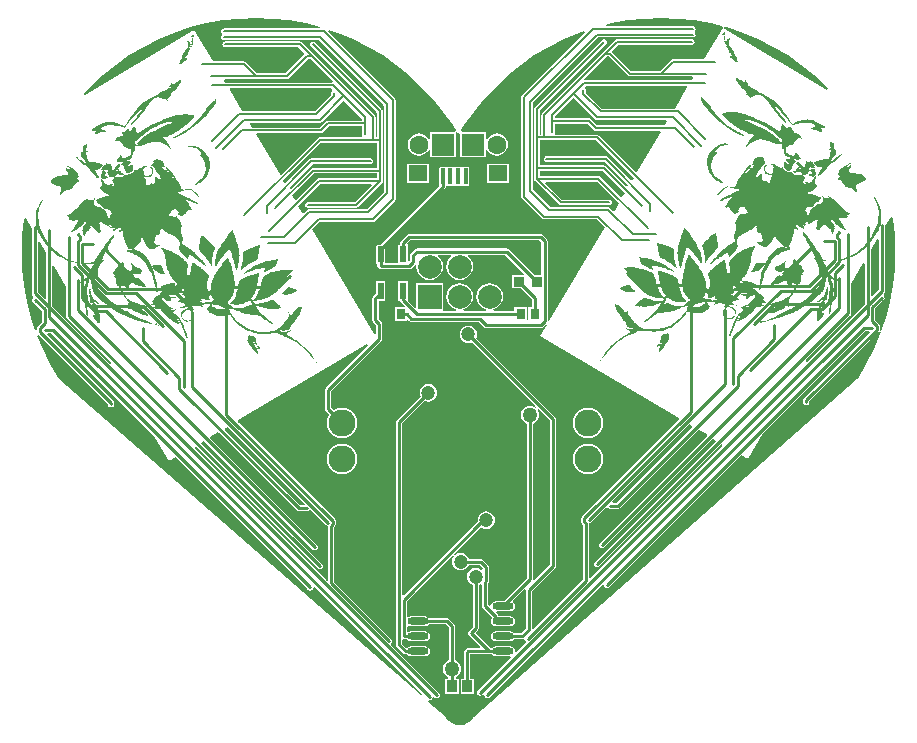
<source format=gbl>
G04 Layer_Physical_Order=2*
G04 Layer_Color=11436288*
%FSLAX24Y24*%
%MOIN*%
G70*
G01*
G75*
%ADD13C,0.0100*%
%ADD14C,0.0079*%
%ADD15C,0.0787*%
%ADD16R,0.0787X0.0787*%
%ADD17C,0.0900*%
%ADD18C,0.0630*%
%ADD19C,0.0472*%
%ADD20C,0.0500*%
%ADD21O,0.0709X0.0236*%
%ADD22R,0.0354X0.0394*%
%ADD23R,0.0217X0.0550*%
%ADD24R,0.0295X0.0335*%
%ADD25R,0.0315X0.0354*%
%ADD26R,0.0320X0.0320*%
%ADD27C,0.3000*%
%ADD28R,0.0748X0.0748*%
%ADD29R,0.0630X0.0551*%
%ADD30R,0.0157X0.0532*%
G36*
X19461Y35386D02*
X19478Y35383D01*
X19494Y35375D01*
X19498Y35368D01*
X19560Y35329D01*
X19615Y35286D01*
X19635Y35265D01*
X19655Y35250D01*
X19664Y35237D01*
X19670Y35236D01*
X19739Y35173D01*
X19788Y35125D01*
X19807Y35105D01*
X19822Y35091D01*
X19826Y35079D01*
X19831Y35078D01*
X19865Y35044D01*
X19883Y35012D01*
X19892Y34999D01*
X19891Y34994D01*
X19892Y34965D01*
X19882Y34938D01*
X19873Y34917D01*
X19865Y34907D01*
X19853Y34869D01*
X19841Y34831D01*
X19820Y34743D01*
X19815Y34710D01*
X19809Y34677D01*
X19805Y34655D01*
X19805Y34649D01*
X19800Y34587D01*
X19790Y34532D01*
X19788Y34486D01*
X19787Y34447D01*
X19788Y34418D01*
X19785Y34401D01*
X19789Y34389D01*
X19788Y34384D01*
X19793Y34377D01*
X19787Y34378D01*
X19783Y34385D01*
X19773Y34398D01*
X19760Y34417D01*
X19751Y34436D01*
X19747Y34442D01*
X19703Y34518D01*
X19657Y34588D01*
X19610Y34648D01*
X19568Y34700D01*
X19525Y34748D01*
X19496Y34781D01*
X19477Y34801D01*
X19466Y34809D01*
X19422Y34851D01*
X19398Y34877D01*
X19385Y34902D01*
X19381Y34909D01*
X19378Y34926D01*
X19375Y34944D01*
X19373Y34996D01*
X19371Y35019D01*
X19374Y35036D01*
X19370Y35048D01*
X19371Y35053D01*
X19373Y35098D01*
X19380Y35143D01*
X19386Y35176D01*
X19387Y35182D01*
X19388Y35187D01*
X19395Y35232D01*
X19402Y35270D01*
X19406Y35293D01*
X19407Y35304D01*
X19426Y35346D01*
X19436Y35373D01*
X19444Y35383D01*
X19445Y35389D01*
X19461Y35386D01*
D02*
G37*
G36*
X20494Y35559D02*
X20505Y35523D01*
X20521Y35481D01*
X20541Y35432D01*
X20556Y35383D01*
X20572Y35341D01*
X20579Y35317D01*
X20583Y35305D01*
X20608Y35221D01*
X20635Y35142D01*
X20652Y35076D01*
X20665Y35017D01*
X20681Y34975D01*
X20686Y34939D01*
X20695Y34921D01*
X20694Y34915D01*
X20704Y34840D01*
X20711Y34781D01*
X20713Y34758D01*
X20715Y34741D01*
X20714Y34735D01*
X20714Y34729D01*
X20708Y34662D01*
X20701Y34589D01*
X20696Y34556D01*
X20692Y34534D01*
X20689Y34517D01*
X20688Y34511D01*
X20675Y34434D01*
X20665Y34373D01*
X20652Y34329D01*
X20640Y34297D01*
X20637Y34275D01*
X20628Y34259D01*
X20622Y34254D01*
X20609Y34245D01*
X20602Y34241D01*
X20592Y34248D01*
X20594Y34259D01*
X20595Y34265D01*
X20590Y34300D01*
X20575Y34348D01*
X20562Y34407D01*
X20543Y34462D01*
X20530Y34521D01*
X20515Y34569D01*
X20503Y34600D01*
X20499Y34606D01*
X20500Y34612D01*
X20469Y34702D01*
X20448Y34780D01*
X20429Y34835D01*
X20414Y34883D01*
X20402Y34913D01*
X20395Y34937D01*
X20385Y34945D01*
X20386Y34950D01*
X20374Y34947D01*
X20353Y34927D01*
X20326Y34903D01*
X20305Y34878D01*
X20277Y34849D01*
X20257Y34829D01*
X20242Y34809D01*
X20236Y34804D01*
X20148Y34688D01*
X20105Y34638D01*
X20073Y34587D01*
X20044Y34546D01*
X20021Y34516D01*
X20012Y34494D01*
X20006Y34490D01*
X19919Y34350D01*
X19904Y34427D01*
X19898Y34496D01*
X19905Y34569D01*
X19919Y34653D01*
X19944Y34734D01*
X19975Y34814D01*
X20012Y34899D01*
X20096Y35056D01*
X20137Y35129D01*
X20182Y35196D01*
X20221Y35258D01*
X20258Y35308D01*
X20289Y35354D01*
X20311Y35385D01*
X20327Y35411D01*
X20333Y35415D01*
X20432Y35530D01*
X20460Y35559D01*
X20474Y35574D01*
X20480Y35579D01*
X20494Y35559D01*
D02*
G37*
G36*
X34206Y34656D02*
X34218Y34652D01*
X34248Y34646D01*
X34295Y34637D01*
X34354Y34624D01*
X34426Y34608D01*
X34504Y34581D01*
X34589Y34550D01*
X34675Y34518D01*
X34687Y34515D01*
X34712Y34502D01*
X34756Y34475D01*
X34813Y34445D01*
X34881Y34411D01*
X34957Y34366D01*
X35034Y34317D01*
X35112Y34261D01*
X35242Y34164D01*
X35095Y34224D01*
X35088Y34229D01*
X35071Y34232D01*
X35046Y34245D01*
X35003Y34260D01*
X34961Y34276D01*
X34905Y34301D01*
X34840Y34318D01*
X34773Y34341D01*
X34766Y34346D01*
X34743Y34348D01*
X34707Y34359D01*
X34666Y34369D01*
X34577Y34388D01*
X34542Y34393D01*
X34507Y34399D01*
X34501Y34398D01*
X34489Y34402D01*
X34472Y34399D01*
X34468Y34392D01*
X34469Y34387D01*
X34465Y34375D01*
X34468Y34358D01*
X34479Y34326D01*
X34480Y34320D01*
X34481Y34315D01*
X34491Y34288D01*
X34495Y34266D01*
X34496Y34260D01*
X34491Y34254D01*
X34485Y34258D01*
X34473Y34262D01*
X34455Y34265D01*
X34430Y34278D01*
X34394Y34289D01*
X34356Y34311D01*
X34306Y34336D01*
X34300Y34341D01*
X34281Y34349D01*
X34256Y34362D01*
X34226Y34374D01*
X34163Y34409D01*
X34137Y34428D01*
X34117Y34441D01*
X34116Y34447D01*
X34106Y34474D01*
X34088Y34511D01*
X34077Y34543D01*
X34066Y34575D01*
X34065Y34581D01*
X34058Y34591D01*
X34047Y34623D01*
X34034Y34661D01*
X34032Y34678D01*
X34036Y34684D01*
X34206Y34656D01*
D02*
G37*
G36*
X21358Y34866D02*
X21348Y34805D01*
X21340Y34755D01*
X21334Y34722D01*
X21333Y34716D01*
X21332Y34711D01*
X21324Y34661D01*
X21319Y34633D01*
X21311Y34617D01*
X21310Y34612D01*
X21301Y34596D01*
X21282Y34582D01*
X21269Y34573D01*
X21262Y34568D01*
X21231Y34551D01*
X21205Y34532D01*
X21180Y34520D01*
X21174Y34515D01*
X21099Y34482D01*
X21030Y34442D01*
X20966Y34402D01*
X20908Y34360D01*
X20862Y34328D01*
X20824Y34300D01*
X20797Y34276D01*
X20790Y34272D01*
X20770Y34252D01*
X20751Y34244D01*
X20745Y34239D01*
X20738Y34235D01*
X20739Y34240D01*
X20740Y34246D01*
X20758Y34283D01*
X20770Y34321D01*
X20791Y34408D01*
X20803Y34446D01*
X20807Y34474D01*
X20811Y34496D01*
X20812Y34502D01*
X20821Y34557D01*
X20824Y34608D01*
X20832Y34652D01*
X20832Y34687D01*
X20831Y34715D01*
X20834Y34732D01*
X20830Y34744D01*
X20831Y34750D01*
X20814Y34849D01*
X20964Y34927D01*
X21019Y34952D01*
X21068Y34972D01*
X21105Y34988D01*
X21112Y34993D01*
X21117Y34992D01*
X21177Y35010D01*
X21220Y35026D01*
X21244Y35033D01*
X21256Y35037D01*
X21387Y35072D01*
X21358Y34866D01*
D02*
G37*
G36*
X21992Y34599D02*
X21989Y34583D01*
X21977Y34545D01*
X21966Y34512D01*
X21958Y34502D01*
X21958Y34497D01*
X21946Y34464D01*
X21935Y34432D01*
X21918Y34395D01*
X21907Y34368D01*
X21906Y34363D01*
X21887Y34349D01*
X21861Y34330D01*
X21798Y34295D01*
X21768Y34283D01*
X21743Y34271D01*
X21724Y34262D01*
X21718Y34258D01*
X21668Y34232D01*
X21630Y34210D01*
X21594Y34199D01*
X21569Y34186D01*
X21551Y34183D01*
X21539Y34179D01*
X21532Y34175D01*
X21528Y34181D01*
X21529Y34187D01*
X21533Y34209D01*
X21543Y34236D01*
X21544Y34241D01*
X21545Y34247D01*
X21556Y34279D01*
X21559Y34296D01*
X21555Y34308D01*
X21556Y34313D01*
X21551Y34320D01*
X21535Y34323D01*
X21523Y34319D01*
X21517Y34320D01*
X21482Y34315D01*
X21447Y34309D01*
X21358Y34290D01*
X21316Y34280D01*
X21280Y34269D01*
X21257Y34267D01*
X21251Y34262D01*
X21184Y34239D01*
X21118Y34222D01*
X21063Y34197D01*
X21020Y34181D01*
X20978Y34166D01*
X20953Y34153D01*
X20935Y34150D01*
X20929Y34146D01*
X20782Y34085D01*
X20912Y34183D01*
X20990Y34238D01*
X21067Y34288D01*
X21143Y34332D01*
X21211Y34366D01*
X21268Y34396D01*
X21312Y34423D01*
X21337Y34436D01*
X21349Y34440D01*
X21434Y34471D01*
X21519Y34502D01*
X21598Y34529D01*
X21669Y34545D01*
X21728Y34558D01*
X21776Y34567D01*
X21805Y34574D01*
X21817Y34577D01*
X21987Y34606D01*
X21992Y34599D01*
D02*
G37*
G36*
X18143Y34975D02*
X18148Y34974D01*
X18154Y34973D01*
X18192Y34961D01*
X18235Y34948D01*
X18321Y34917D01*
X18359Y34905D01*
X18390Y34888D01*
X18412Y34879D01*
X18417Y34878D01*
X18481Y34850D01*
X18538Y34817D01*
X18585Y34792D01*
X18627Y34768D01*
X18664Y34750D01*
X18690Y34735D01*
X18704Y34721D01*
X18710Y34720D01*
X18751Y34690D01*
X18791Y34660D01*
X18816Y34639D01*
X18821Y34633D01*
X18826Y34632D01*
X18865Y34591D01*
X18894Y34558D01*
X18913Y34537D01*
X18918Y34531D01*
X18951Y34491D01*
X18974Y34459D01*
X18981Y34434D01*
X18980Y34429D01*
X18982Y34406D01*
X18984Y34383D01*
X18980Y34326D01*
X18976Y34304D01*
X18973Y34282D01*
X18971Y34271D01*
X18970Y34265D01*
X18958Y34193D01*
X18951Y34120D01*
X18952Y34057D01*
X18950Y34030D01*
X19028Y34076D01*
X19067Y34099D01*
X19069Y34112D01*
X19073Y34168D01*
X19081Y34218D01*
X19088Y34257D01*
X19092Y34279D01*
X19094Y34290D01*
X19103Y34345D01*
X19111Y34390D01*
X19116Y34423D01*
X19120Y34445D01*
X19124Y34467D01*
X19125Y34479D01*
X19126Y34484D01*
X19139Y34493D01*
X19157Y34496D01*
X19173Y34488D01*
X19178Y34487D01*
X19215Y34469D01*
X19257Y34445D01*
X19333Y34392D01*
X19368Y34363D01*
X19394Y34348D01*
X19415Y34333D01*
X19419Y34326D01*
X19469Y34284D01*
X19514Y34248D01*
X19554Y34212D01*
X19578Y34185D01*
X19603Y34164D01*
X19618Y34150D01*
X19621Y34138D01*
X19627Y34137D01*
X19679Y34043D01*
X19645Y33803D01*
X19633Y33737D01*
X19629Y33675D01*
X19625Y33619D01*
X19625Y33605D01*
X19636Y33599D01*
X19651Y33595D01*
X19657Y33585D01*
X19674Y33556D01*
X19686Y33537D01*
X19701Y33533D01*
X19722Y33519D01*
X19742Y33502D01*
X19742Y33502D01*
X19740Y33525D01*
X19745Y33553D01*
X19750Y33615D01*
X19748Y33638D01*
X19752Y33660D01*
X19754Y33677D01*
X19755Y33682D01*
X19769Y33765D01*
X19775Y33799D01*
X19780Y33826D01*
X19783Y33848D01*
X19792Y33864D01*
X19794Y33875D01*
X19795Y33881D01*
X19822Y33945D01*
X19850Y34008D01*
X19867Y34040D01*
X19876Y34061D01*
X19885Y34077D01*
X19886Y34082D01*
X19925Y34150D01*
X19964Y34211D01*
X19986Y34236D01*
X19995Y34258D01*
X20009Y34272D01*
X20010Y34278D01*
X20063Y34355D01*
X20092Y34390D01*
X20114Y34420D01*
X20130Y34446D01*
X20144Y34466D01*
X20157Y34475D01*
X20158Y34481D01*
X20324Y34687D01*
X20378Y34535D01*
X20418Y34431D01*
X20446Y34330D01*
X20471Y34240D01*
X20492Y34162D01*
X20510Y34097D01*
X20518Y34044D01*
X20524Y34014D01*
X20528Y34002D01*
X20542Y33914D01*
X20551Y33833D01*
X20550Y33759D01*
X20551Y33702D01*
X20549Y33651D01*
X20548Y33617D01*
X20545Y33594D01*
X20544Y33589D01*
X20527Y33523D01*
X20511Y33463D01*
X20486Y33416D01*
X20461Y33369D01*
X20438Y33333D01*
X20422Y33307D01*
X20407Y33287D01*
X20401Y33282D01*
X20359Y33238D01*
X20313Y33200D01*
X20267Y33168D01*
X20249Y33157D01*
X20267Y33149D01*
X20350Y33119D01*
X20398Y33082D01*
X20419Y33069D01*
X20479Y33012D01*
X20501Y32974D01*
X20604Y32968D01*
X20689Y32965D01*
X20730Y32970D01*
X20765Y32975D01*
X20788Y32977D01*
X20812Y32985D01*
X20825Y32988D01*
X20830Y32987D01*
X20902Y33009D01*
X20957Y33029D01*
X20988Y33046D01*
X21001Y33055D01*
X21034Y33078D01*
X21052Y33087D01*
X21060Y33097D01*
X21065Y33096D01*
X21101Y33073D01*
X21136Y33044D01*
X21166Y33016D01*
X21175Y33003D01*
X21181Y33002D01*
X21186Y32997D01*
X21152Y33044D01*
X21139Y33089D01*
X21116Y33128D01*
X21105Y33147D01*
X21099Y33157D01*
X21056Y33264D01*
X21007Y33225D01*
X20955Y33189D01*
X20911Y33162D01*
X20861Y33136D01*
X20813Y33121D01*
X20730Y33101D01*
X20665Y33089D01*
X20636Y33089D01*
X20619Y33086D01*
X20607Y33088D01*
X20602Y33089D01*
X20562Y33090D01*
X20529Y33095D01*
X20507Y33099D01*
X20496Y33101D01*
X20462Y33106D01*
X20440Y33110D01*
X20430Y33118D01*
X20424Y33119D01*
X20414Y33126D01*
X20410Y33132D01*
X20405Y33139D01*
X20406Y33144D01*
X20413Y33155D01*
X20427Y33169D01*
X20440Y33179D01*
X20447Y33183D01*
X20501Y33231D01*
X20543Y33281D01*
X20559Y33307D01*
X20568Y33328D01*
X20576Y33338D01*
X20577Y33344D01*
X20595Y33386D01*
X20608Y33430D01*
X20631Y33529D01*
X20643Y33567D01*
X20648Y33600D01*
X20652Y33622D01*
X20654Y33633D01*
X20700Y33871D01*
X20791Y33941D01*
X20829Y33963D01*
X20873Y33984D01*
X20909Y33995D01*
X20916Y34005D01*
X20922Y34004D01*
X20989Y34033D01*
X21044Y34052D01*
X21069Y34065D01*
X21087Y34068D01*
X21100Y34077D01*
X21105Y34076D01*
X21267Y34123D01*
X21309Y34133D01*
X21332Y34135D01*
X21344Y34138D01*
X21349Y34137D01*
X21354Y34131D01*
X21359Y34124D01*
X21358Y34090D01*
X21351Y34046D01*
X21342Y33990D01*
X21332Y33935D01*
X21325Y33891D01*
X21319Y33857D01*
X21318Y33852D01*
X21317Y33846D01*
X21307Y33785D01*
X21299Y33735D01*
X21286Y33692D01*
X21279Y33653D01*
X21274Y33625D01*
X21266Y33610D01*
X21264Y33598D01*
X21263Y33593D01*
X21242Y33534D01*
X21222Y33486D01*
X21205Y33454D01*
X21199Y33450D01*
X21198Y33444D01*
X21153Y33378D01*
X21111Y33320D01*
X21131Y33280D01*
X21151Y33246D01*
X21195Y33291D01*
X21252Y33355D01*
X21296Y33416D01*
X21312Y33442D01*
X21321Y33463D01*
X21329Y33479D01*
X21330Y33485D01*
X21369Y33581D01*
X21388Y33623D01*
X21402Y33672D01*
X21409Y33711D01*
X21420Y33743D01*
X21423Y33765D01*
X21424Y33771D01*
X21441Y33837D01*
X21456Y33891D01*
X21470Y33940D01*
X21481Y33972D01*
X21491Y33999D01*
X21494Y34016D01*
X21501Y34021D01*
X21502Y34026D01*
X21516Y34046D01*
X21541Y34059D01*
X21592Y34091D01*
X21617Y34103D01*
X21636Y34112D01*
X21648Y34115D01*
X21654Y34120D01*
X21752Y34161D01*
X21849Y34190D01*
X21944Y34214D01*
X22032Y34227D01*
X22109Y34243D01*
X22167Y34250D01*
X22190Y34252D01*
X22207Y34249D01*
X22213Y34254D01*
X22219Y34253D01*
X22264Y34251D01*
X22305Y34256D01*
X22328Y34257D01*
X22339Y34255D01*
X22379Y34254D01*
X22401Y34251D01*
X22417Y34248D01*
X22423Y34247D01*
X22485Y34242D01*
X22389Y34144D01*
X22353Y34105D01*
X22325Y34070D01*
X22301Y34034D01*
X22295Y34029D01*
X22294Y34023D01*
X22255Y33962D01*
X22229Y33909D01*
X22221Y33893D01*
X22212Y33878D01*
X22205Y33867D01*
X22204Y33862D01*
X22141Y33758D01*
X22074Y33667D01*
X22009Y33587D01*
X21941Y33518D01*
X21887Y33470D01*
X21841Y33433D01*
X21808Y33410D01*
X21795Y33400D01*
X21694Y33343D01*
X21596Y33303D01*
X21494Y33269D01*
X21404Y33244D01*
X21322Y33229D01*
X21258Y33223D01*
X21234Y33216D01*
X21217Y33219D01*
X21205Y33215D01*
X21199Y33216D01*
X21170Y33213D01*
X21193Y33173D01*
X21216Y33135D01*
X21217Y33133D01*
X21275Y33123D01*
X21338Y33124D01*
X21402Y33130D01*
X21430Y33131D01*
X21454Y33139D01*
X21467Y33142D01*
X21472Y33141D01*
X21555Y33161D01*
X21622Y33184D01*
X21646Y33192D01*
X21670Y33199D01*
X21677Y33209D01*
X21683Y33208D01*
X21732Y33229D01*
X21768Y33240D01*
X21791Y33241D01*
X21797Y33240D01*
X21813Y33238D01*
X21835Y33228D01*
X21881Y33198D01*
X21902Y33188D01*
X21917Y33175D01*
X21927Y33167D01*
X21933Y33166D01*
X21988Y33123D01*
X22028Y33087D01*
X22053Y33066D01*
X22063Y33059D01*
X22091Y33025D01*
X22105Y33006D01*
X22114Y32993D01*
X22113Y32987D01*
X22100Y32978D01*
X22088Y32975D01*
X22070Y32966D01*
X22064Y32967D01*
X22035Y32961D01*
X22000Y32955D01*
X21976Y32948D01*
X21970Y32949D01*
X21964Y32950D01*
X21832Y32944D01*
X21769Y32943D01*
X21714Y32952D01*
X21663Y32955D01*
X21624Y32962D01*
X21602Y32965D01*
X21591Y32967D01*
X21524Y32978D01*
X21465Y33000D01*
X21411Y33015D01*
X21368Y33033D01*
X21337Y33050D01*
X21316Y33059D01*
X21301Y33073D01*
X21295Y33074D01*
X21226Y33118D01*
X21302Y32989D01*
X21375Y32888D01*
X21398Y32850D01*
X21430Y32817D01*
X21436Y32807D01*
X21442Y32797D01*
X21495Y32751D01*
X21555Y32694D01*
X21689Y32578D01*
X21743Y32531D01*
X21791Y32494D01*
X21833Y32467D01*
X21839Y32457D01*
X21835Y32442D01*
X21819Y32446D01*
X21794Y32444D01*
X21779Y32448D01*
X21721Y32479D01*
X21652Y32530D01*
X21589Y32571D01*
X21573Y32575D01*
X21567Y32584D01*
X21466Y32668D01*
X21405Y32724D01*
X21384Y32723D01*
X21368Y32725D01*
X21350Y32723D01*
X21306Y32730D01*
X21271Y32730D01*
X21260Y32732D01*
X21255Y32733D01*
X21187Y32739D01*
X21121Y32750D01*
X21093Y32755D01*
X21071Y32758D01*
X21060Y32760D01*
X21054Y32761D01*
X20999Y32771D01*
X20954Y32778D01*
X20911Y32791D01*
X20878Y32797D01*
X20850Y32801D01*
X20829Y32811D01*
X20818Y32813D01*
X20812Y32814D01*
X20747Y32836D01*
X20689Y32863D01*
X20662Y32873D01*
X20641Y32882D01*
X20631Y32890D01*
X20626Y32891D01*
X20506Y32950D01*
X20503Y32949D01*
X20478Y32947D01*
X20432Y32959D01*
X20391Y32961D01*
X20376Y32965D01*
X20366Y32967D01*
X20373Y32950D01*
X20381Y32926D01*
X20388Y32902D01*
X20392Y32890D01*
X20391Y32885D01*
X20392Y32862D01*
X20396Y32850D01*
X20395Y32844D01*
X20400Y32835D01*
X20461Y32754D01*
X20517Y32682D01*
X20561Y32630D01*
X20567Y32620D01*
X20572Y32610D01*
X20664Y32521D01*
X20754Y32457D01*
X20797Y32429D01*
X20824Y32406D01*
X20845Y32393D01*
X20850Y32383D01*
X20971Y32311D01*
X21096Y32254D01*
X21189Y32230D01*
X21204Y32226D01*
X21220Y32222D01*
X21383Y32188D01*
X21530Y32183D01*
X21580Y32187D01*
X21630Y32190D01*
X21661Y32182D01*
X21671Y32188D01*
X21756Y32199D01*
X21816Y32208D01*
X21850Y32216D01*
X21860Y32222D01*
X21905Y32235D01*
X21943Y32258D01*
X21963Y32269D01*
X21972Y32275D01*
X22116Y32386D01*
X22163Y32439D01*
X22176Y32460D01*
X22186Y32466D01*
X22237Y32535D01*
X22250Y32556D01*
X22260Y32562D01*
X22291Y32620D01*
X22314Y32647D01*
X22318Y32662D01*
X22334Y32658D01*
X22330Y32643D01*
X22326Y32627D01*
X22332Y32618D01*
X22333Y32592D01*
X22345Y32573D01*
X22355Y32579D01*
X22353Y32604D01*
X22357Y32619D01*
X22369Y32731D01*
X22362Y32766D01*
X22366Y32781D01*
X22339Y32870D01*
X22425Y32725D01*
X22480Y32809D01*
X22536Y32869D01*
X22583Y32923D01*
X22625Y32961D01*
X22645Y32972D01*
X22683Y32995D01*
X22712Y33012D01*
X22757Y33026D01*
X22782Y33027D01*
X22784Y33002D01*
X22782Y32962D01*
X22762Y32885D01*
X22727Y32812D01*
X22723Y32796D01*
X22713Y32791D01*
X22637Y32654D01*
X22553Y32552D01*
X22526Y32510D01*
X22493Y32478D01*
X22479Y32456D01*
X22469Y32451D01*
X22442Y32408D01*
X22419Y32382D01*
X22407Y32335D01*
X22393Y32314D01*
X22399Y32305D01*
X22401Y32280D01*
X22397Y32264D01*
X22372Y32262D01*
X22362Y32257D01*
X22327Y32249D01*
X22302Y32247D01*
X22277Y32246D01*
X22262Y32250D01*
X22233Y32232D01*
X22213Y32221D01*
X22203Y32215D01*
X22169Y32208D01*
X22138Y32216D01*
X22117Y32229D01*
X22111Y32239D01*
X22094Y32268D01*
X22084Y32262D01*
X22074Y32257D01*
X22082Y32222D01*
X22103Y32208D01*
X22140Y32191D01*
X22180Y32188D01*
X22271Y32190D01*
X22296Y32192D01*
X22306Y32197D01*
X22464Y32239D01*
X22358Y32176D01*
X22309Y32147D01*
X22295Y32126D01*
X22276Y32114D01*
X22288Y32095D01*
X22314Y32072D01*
X22335Y32058D01*
X22351Y32054D01*
X22387Y32037D01*
X22430Y32009D01*
X22514Y31955D01*
X22556Y31927D01*
X22593Y31910D01*
X22614Y31896D01*
X22620Y31886D01*
X22737Y31799D01*
X22833Y31725D01*
X22865Y31692D01*
X22892Y31668D01*
X22908Y31665D01*
X22913Y31655D01*
X22973Y31598D01*
X23022Y31536D01*
X23118Y31397D01*
X23168Y31335D01*
X23196Y31286D01*
X23219Y31248D01*
X23225Y31238D01*
X23410Y30968D01*
X23259Y31180D01*
X23165Y31294D01*
X23077Y31399D01*
X22995Y31494D01*
X22924Y31570D01*
X22859Y31636D01*
X22821Y31679D01*
X22779Y31706D01*
X22773Y31716D01*
X22692Y31786D01*
X22608Y31840D01*
X22529Y31885D01*
X22466Y31926D01*
X22408Y31957D01*
X22372Y31975D01*
X22350Y31989D01*
X22335Y31993D01*
X22289Y32004D01*
X22243Y32016D01*
X22212Y32024D01*
X22196Y32028D01*
X22118Y32073D01*
X22096Y32087D01*
X22081Y32091D01*
X22014Y32116D01*
X21993Y32130D01*
X21977Y32134D01*
X21921Y32140D01*
X21906Y32144D01*
X21896Y32138D01*
X21636Y32115D01*
X21495Y32110D01*
X21358Y32121D01*
X21240Y32143D01*
X21133Y32171D01*
X21050Y32200D01*
X20982Y32226D01*
X20946Y32243D01*
X20931Y32247D01*
X20825Y32315D01*
X20729Y32389D01*
X20643Y32469D01*
X20566Y32555D01*
X20501Y32621D01*
X20457Y32673D01*
X20434Y32712D01*
X20423Y32731D01*
X20378Y32806D01*
X20364Y32792D01*
X20318Y32760D01*
X20276Y32744D01*
X20263Y32735D01*
X20257Y32736D01*
X20163Y32718D01*
X20077Y32715D01*
X20037Y32716D01*
X20008Y32715D01*
X19986Y32719D01*
X19981Y32720D01*
X19904Y32739D01*
X19839Y32761D01*
X19782Y32794D01*
X19741Y32818D01*
X19711Y32845D01*
X19687Y32872D01*
X19678Y32885D01*
X19673Y32892D01*
X19633Y32956D01*
X19663Y33002D01*
X19679Y33028D01*
X19692Y33037D01*
X19694Y33048D01*
X19717Y33084D01*
X19727Y33097D01*
X19655Y33101D01*
X19640Y33105D01*
X19625Y33109D01*
X19602Y33115D01*
X19452Y33091D01*
X19466Y33068D01*
X19472Y33058D01*
X19499Y33035D01*
X19510Y33015D01*
X19516Y33005D01*
X19506Y33000D01*
X19485Y33013D01*
X19470Y33017D01*
X19402Y33043D01*
X19372Y33051D01*
X19366Y33061D01*
X19341Y33059D01*
X19300Y33061D01*
X19266Y33054D01*
X19250Y33057D01*
X19181Y33043D01*
X19115Y33043D01*
X19071Y33030D01*
X19045Y33028D01*
X18831Y32993D01*
X18771Y32984D01*
X18746Y32982D01*
X18721Y32980D01*
X18715Y32990D01*
X18744Y33007D01*
X18779Y33014D01*
X18828Y33043D01*
X18872Y33056D01*
X18916Y33069D01*
X18951Y33077D01*
X18961Y33083D01*
X19020Y33105D01*
X19008Y33107D01*
X19002Y33108D01*
X18925Y33121D01*
X18864Y33131D01*
X18837Y33141D01*
X18820Y33144D01*
X18809Y33146D01*
X18804Y33147D01*
X18749Y33162D01*
X18710Y33168D01*
X18689Y33178D01*
X18684Y33179D01*
X18620Y33206D01*
X18722Y33235D01*
X18751Y33241D01*
X18776Y33254D01*
X18788Y33258D01*
X18795Y33263D01*
X18820Y33275D01*
X18833Y33285D01*
X18839Y33289D01*
X18840Y33295D01*
X18853Y33304D01*
X18867Y33319D01*
X18880Y33328D01*
X18886Y33333D01*
X18918Y33350D01*
X18930Y33355D01*
X18905Y33376D01*
X18890Y33380D01*
X18847Y33407D01*
X18826Y33421D01*
X18805Y33435D01*
X18825Y33469D01*
X18824Y33469D01*
X18760Y33462D01*
X18697Y33461D01*
X18641Y33465D01*
X18632Y33466D01*
X18632Y33463D01*
X18653Y33449D01*
X18649Y33434D01*
X18639Y33428D01*
X18630Y33423D01*
X18585Y33409D01*
X18525Y33400D01*
X18469Y33406D01*
X18454Y33410D01*
X18444Y33404D01*
X18394Y33401D01*
X18369Y33399D01*
X18334Y33392D01*
X18340Y33382D01*
X18473Y33356D01*
X18579Y33353D01*
X18610Y33345D01*
X18600Y33340D01*
X18571Y33323D01*
X18536Y33315D01*
X18511Y33313D01*
X18496Y33317D01*
X18461Y33310D01*
X18436Y33308D01*
X18426Y33302D01*
X18422Y33287D01*
X18428Y33277D01*
X18424Y33262D01*
X18422Y33221D01*
X18418Y33206D01*
X18398Y33195D01*
X18383Y33199D01*
X18341Y33226D01*
X18325Y33230D01*
X18320Y33239D01*
X18291Y33288D01*
X18270Y33302D01*
X18249Y33315D01*
X18245Y33300D01*
X18256Y33280D01*
X18273Y33251D01*
X18279Y33242D01*
X18291Y33222D01*
X18275Y33226D01*
X18248Y33250D01*
X18243Y33259D01*
X18237Y33269D01*
X18183Y33316D01*
X18147Y33333D01*
X18131Y33337D01*
X18122Y33331D01*
X18118Y33316D01*
X18125Y33281D01*
X18169Y33229D01*
X18203Y33171D01*
X18219Y33167D01*
X18225Y33157D01*
X18317Y33068D01*
X18401Y33013D01*
X18459Y32982D01*
X18480Y32968D01*
X18511Y32960D01*
X18516Y32951D01*
X18522Y32941D01*
X18497Y32939D01*
X18482Y32943D01*
X18395Y32957D01*
X18374Y32971D01*
X18358Y32975D01*
X18327Y32983D01*
X18333Y32973D01*
X18339Y32963D01*
X18375Y32946D01*
X18412Y32928D01*
X18437Y32930D01*
X18452Y32926D01*
X18503Y32930D01*
X18543Y32927D01*
X18563Y32939D01*
X18572Y32944D01*
X18592Y32956D01*
X18601Y32962D01*
X18607Y32952D01*
X18603Y32937D01*
X18593Y32931D01*
X18547Y32877D01*
X18527Y32866D01*
X18518Y32860D01*
X18498Y32849D01*
X18479Y32837D01*
X18485Y32827D01*
X18500Y32823D01*
X18573Y32788D01*
X18642Y32738D01*
X18696Y32691D01*
X18702Y32681D01*
X18707Y32672D01*
X18776Y32555D01*
X18829Y32443D01*
X18852Y32404D01*
X18865Y32360D01*
X18867Y32335D01*
X18873Y32325D01*
X18929Y32163D01*
X18948Y32109D01*
X18956Y32074D01*
X18962Y32064D01*
X18967Y32054D01*
X18984Y32025D01*
X18986Y32000D01*
X18982Y31985D01*
X18973Y31979D01*
X18963Y31973D01*
X18942Y31987D01*
X18925Y32016D01*
X18883Y32109D01*
X18864Y32163D01*
X18856Y32198D01*
X18849Y32233D01*
X18843Y32242D01*
X18788Y32380D01*
X18745Y32498D01*
X18722Y32536D01*
X18710Y32556D01*
X18699Y32575D01*
X18693Y32585D01*
X18647Y32662D01*
X18603Y32715D01*
X18571Y32748D01*
X18565Y32757D01*
X18550Y32761D01*
X18561Y32742D01*
X18578Y32713D01*
X18590Y32694D01*
X18624Y32635D01*
X18636Y32616D01*
X18641Y32606D01*
X18676Y32548D01*
X18677Y32523D01*
X18683Y32514D01*
X18708Y32450D01*
X18610Y32483D01*
X18536Y32518D01*
X18458Y32563D01*
X18404Y32610D01*
X18389Y32614D01*
X18383Y32624D01*
X18297Y32703D01*
X18226Y32779D01*
X18166Y32835D01*
X18161Y32845D01*
X18155Y32855D01*
X18122Y32888D01*
X18096Y32911D01*
X18084Y32931D01*
X18069Y32934D01*
X18053Y32938D01*
X18044Y32933D01*
X18034Y32927D01*
X18018Y32931D01*
X18005Y32975D01*
X17986Y33030D01*
X17990Y33045D01*
X17985Y33055D01*
X17977Y33089D01*
X17975Y33115D01*
X17960Y33118D01*
X17956Y33103D01*
X17948Y33072D01*
X17956Y33037D01*
X17952Y33022D01*
X17959Y32987D01*
X17961Y32962D01*
X17947Y32941D01*
X17937Y32935D01*
X17916Y32949D01*
X17880Y32967D01*
X17859Y32980D01*
X17843Y32984D01*
X17822Y32998D01*
X17816Y33008D01*
X17832Y33004D01*
X17863Y32996D01*
X17882Y33007D01*
X17911Y33024D01*
X17909Y33049D01*
X17904Y33059D01*
X17882Y33073D01*
X17852Y33081D01*
X17827Y33079D01*
X17811Y33083D01*
X17786Y33081D01*
X17771Y33085D01*
X17775Y33100D01*
X17804Y33118D01*
X17827Y33144D01*
X17841Y33166D01*
X17845Y33181D01*
X17858Y33202D01*
X17853Y33212D01*
X17833Y33200D01*
X17824Y33195D01*
X17814Y33189D01*
X17808Y33199D01*
X17822Y33220D01*
X17839Y33256D01*
X17853Y33277D01*
X17904Y33347D01*
X17942Y33369D01*
X17962Y33381D01*
X17987Y33383D01*
X18006Y33394D01*
X18016Y33400D01*
X18026Y33405D01*
X18039Y33427D01*
X18053Y33448D01*
X18047Y33457D01*
X18051Y33473D01*
X18080Y33490D01*
X18109Y33507D01*
X18152Y33545D01*
X18191Y33568D01*
X18217Y33584D01*
X18190Y33598D01*
X18148Y33623D01*
X18127Y33632D01*
X18117Y33639D01*
X18060Y33672D01*
X18123Y33707D01*
X18148Y33720D01*
X18173Y33733D01*
X18197Y33740D01*
X18203Y33745D01*
X18245Y33755D01*
X18275Y33767D01*
X18299Y33774D01*
X18311Y33778D01*
X18353Y33788D01*
X18383Y33800D01*
X18408Y33807D01*
X18431Y33809D01*
X18454Y33811D01*
X18459Y33810D01*
X18486Y33799D01*
X18510Y33773D01*
X18511Y33772D01*
X18567Y33816D01*
X18595Y33845D01*
X18557Y33879D01*
X18523Y33919D01*
X18499Y33945D01*
X18475Y33972D01*
X18466Y33985D01*
X18462Y33992D01*
X18403Y34082D01*
X18359Y34163D01*
X18347Y34194D01*
X18334Y34219D01*
X18331Y34231D01*
X18326Y34237D01*
X18311Y34285D01*
X18298Y34339D01*
X18276Y34445D01*
X18267Y34492D01*
X18261Y34528D01*
X18259Y34551D01*
X18256Y34563D01*
X18238Y34663D01*
X18213Y34747D01*
X18190Y34813D01*
X18169Y34862D01*
X18148Y34906D01*
X18130Y34932D01*
X18121Y34945D01*
X18116Y34951D01*
X18107Y34964D01*
X18108Y34970D01*
X18109Y34975D01*
X18121Y34979D01*
X18143Y34975D01*
D02*
G37*
G36*
X39248Y34562D02*
X39258Y34556D01*
X39281Y34529D01*
X39343Y34479D01*
X39353Y34474D01*
X39367Y34452D01*
X39409Y34414D01*
X39446Y34366D01*
X39450Y34351D01*
X39474Y34324D01*
X39523Y34230D01*
X39527Y34214D01*
X39521Y34205D01*
X39525Y34189D01*
X39494Y34181D01*
X39484Y34187D01*
X39479Y34177D01*
X39467Y34158D01*
X39475Y34127D01*
X39479Y34112D01*
X39483Y34096D01*
X39477Y34087D01*
X39462Y34083D01*
X39452Y34088D01*
X39441Y34069D01*
X39429Y34050D01*
X39432Y34009D01*
X39436Y33994D01*
X39428Y33959D01*
X39425Y33909D01*
X39415Y33849D01*
X39410Y33839D01*
X39392Y33810D01*
X39375Y33781D01*
X39360Y33777D01*
X39344Y33773D01*
X39339Y33764D01*
X39322Y33734D01*
X39316Y33725D01*
X39304Y33705D01*
X39281Y33667D01*
X39253Y33618D01*
X39247Y33609D01*
X39224Y33570D01*
X39196Y33521D01*
X39161Y33463D01*
X39156Y33454D01*
X39123Y33421D01*
X39106Y33392D01*
X39073Y33359D01*
X39068Y33349D01*
X39050Y33320D01*
X39033Y33291D01*
X39016Y33262D01*
X39010Y33252D01*
X39014Y33237D01*
X39017Y33196D01*
X39029Y33150D01*
X39032Y33134D01*
X39040Y33104D01*
X39043Y33063D01*
X39041Y33038D01*
X39035Y33028D01*
X39020Y33024D01*
X39000Y33036D01*
X38991Y33042D01*
X38981Y33047D01*
X38966Y33043D01*
X38950Y33039D01*
X38944Y33030D01*
X38935Y33035D01*
X38927Y33066D01*
X38933Y33076D01*
X38929Y33091D01*
X38919Y33097D01*
X38907Y33078D01*
X38906Y33053D01*
X38900Y33043D01*
X38883Y33014D01*
X38850Y32981D01*
X38823Y32957D01*
X38631Y32875D01*
X38616Y32871D01*
X38579Y32854D01*
X38496Y32824D01*
X38481Y32820D01*
X38466Y32816D01*
X38404Y32800D01*
X38394Y32806D01*
X38379Y32802D01*
X38369Y32808D01*
X38360Y32813D01*
X38365Y32823D01*
X38377Y32843D01*
X38400Y32881D01*
X38405Y32891D01*
X38422Y32920D01*
X38455Y32953D01*
X38470Y32957D01*
X38486Y32961D01*
X38501Y32965D01*
X38538Y32983D01*
X38543Y32992D01*
X38549Y33002D01*
X38551Y33027D01*
X38528Y33054D01*
X38518Y33060D01*
X38483Y33067D01*
X38439Y33080D01*
X38363Y33085D01*
X38348Y33082D01*
X38323Y33083D01*
X38329Y33093D01*
X38359Y33101D01*
X38406Y33113D01*
X38488Y33142D01*
X38504Y33146D01*
X38544Y33148D01*
X38596Y33170D01*
X38673Y33190D01*
X38839Y33249D01*
X38918Y33294D01*
X38996Y33339D01*
X39002Y33348D01*
X39023Y33362D01*
X39050Y33385D01*
X39088Y33428D01*
X39161Y33529D01*
X39201Y33597D01*
X39231Y33670D01*
X39237Y33680D01*
X39233Y33695D01*
X39252Y33749D01*
X39254Y33775D01*
X39255Y33800D01*
X39246Y33805D01*
X39240Y33796D01*
X39234Y33786D01*
X39219Y33782D01*
X39194Y33784D01*
X39196Y33809D01*
X39192Y33824D01*
X39182Y33830D01*
X39167Y33826D01*
X39161Y33816D01*
X39140Y33803D01*
X39123Y33774D01*
X39094Y33725D01*
X39056Y33617D01*
X39002Y33701D01*
X38998Y33717D01*
X38980Y33753D01*
X38962Y33855D01*
X38958Y33871D01*
X38944Y33892D01*
X38931Y33913D01*
X38927Y33929D01*
X38896Y33921D01*
X38854Y33893D01*
X38790Y33852D01*
X38785Y33843D01*
X38769Y33839D01*
X38727Y33811D01*
X38675Y33790D01*
X38634Y33788D01*
X38625Y33793D01*
X38609Y33789D01*
X38579Y33781D01*
X38542Y33764D01*
X38527Y33760D01*
X38490Y33742D01*
X38450Y33740D01*
X38446Y33755D01*
X38438Y33786D01*
X38443Y33796D01*
X38455Y33815D01*
X38472Y33844D01*
X38560Y33949D01*
X38571Y33968D01*
X38598Y33992D01*
X38637Y34035D01*
X38663Y34058D01*
X38685Y34072D01*
X38700Y34075D01*
X38735Y34068D01*
X38744Y34062D01*
X38754Y34057D01*
X38799Y34043D01*
X38824Y34042D01*
X38829Y34051D01*
X38841Y34071D01*
X38827Y34092D01*
X38817Y34098D01*
X38814Y34113D01*
X38810Y34128D01*
X38821Y34148D01*
X38827Y34157D01*
X38875Y34194D01*
X38880Y34204D01*
X38896Y34208D01*
X38923Y34231D01*
X38944Y34245D01*
X38934Y34251D01*
X38913Y34237D01*
X38867Y34225D01*
X38851Y34221D01*
X38815Y34204D01*
X38769Y34192D01*
X38722Y34180D01*
X38713Y34186D01*
X38688Y34187D01*
X38643Y34200D01*
X38604Y34223D01*
X38595Y34229D01*
X38585Y34235D01*
X38563Y34287D01*
X38556Y34318D01*
X38567Y34337D01*
X38600Y34370D01*
X38651Y34392D01*
X38682Y34399D01*
X38713Y34407D01*
X38750Y34425D01*
X38755Y34435D01*
X38771Y34439D01*
X38834Y34480D01*
X38926Y34569D01*
X38902Y34440D01*
X38896Y34430D01*
X38894Y34405D01*
X38910Y34343D01*
X38924Y34322D01*
X38953Y34305D01*
X38993Y34307D01*
X39051Y34338D01*
X39057Y34348D01*
X39078Y34362D01*
X39132Y34408D01*
X39137Y34418D01*
X39143Y34428D01*
X39151Y34462D01*
X39164Y34507D01*
X39202Y34615D01*
X39248Y34562D01*
D02*
G37*
G36*
X17933Y34406D02*
X17945Y34410D01*
X17950Y34409D01*
X18086Y34403D01*
X18106Y34388D01*
X18119Y34363D01*
X18133Y34344D01*
X18137Y34332D01*
X18157Y34283D01*
X18160Y34265D01*
X18164Y34259D01*
X18203Y34184D01*
X18253Y34107D01*
X18161Y34105D01*
X18095Y34116D01*
X18041Y34137D01*
X18014Y34147D01*
X17999Y34155D01*
X17989Y34163D01*
X17983Y34164D01*
X17922Y34208D01*
X17879Y34256D01*
X17859Y34276D01*
X17845Y34295D01*
X17841Y34302D01*
X17836Y34308D01*
X17822Y34328D01*
X17814Y34346D01*
X17808Y34376D01*
X17810Y34387D01*
X17811Y34393D01*
X17823Y34396D01*
X17840Y34399D01*
X17887Y34408D01*
X17910Y34410D01*
X17933Y34406D01*
D02*
G37*
G36*
X16860Y34428D02*
X16873Y34384D01*
X16880Y34349D01*
X16886Y34339D01*
X16892Y34330D01*
X16946Y34283D01*
X16967Y34269D01*
X16972Y34260D01*
X17030Y34228D01*
X17071Y34226D01*
X17100Y34243D01*
X17113Y34264D01*
X17129Y34326D01*
X17127Y34351D01*
X17122Y34361D01*
X17098Y34490D01*
X17189Y34401D01*
X17253Y34360D01*
X17268Y34356D01*
X17274Y34346D01*
X17311Y34329D01*
X17341Y34321D01*
X17372Y34313D01*
X17424Y34291D01*
X17457Y34258D01*
X17468Y34239D01*
X17460Y34208D01*
X17439Y34156D01*
X17429Y34150D01*
X17419Y34145D01*
X17380Y34122D01*
X17336Y34109D01*
X17311Y34107D01*
X17301Y34101D01*
X17255Y34113D01*
X17209Y34125D01*
X17172Y34142D01*
X17157Y34146D01*
X17111Y34158D01*
X17090Y34172D01*
X17080Y34166D01*
X17101Y34153D01*
X17128Y34129D01*
X17143Y34125D01*
X17149Y34116D01*
X17197Y34079D01*
X17203Y34069D01*
X17214Y34050D01*
X17210Y34034D01*
X17206Y34019D01*
X17196Y34013D01*
X17183Y33992D01*
X17194Y33973D01*
X17200Y33963D01*
X17225Y33965D01*
X17270Y33978D01*
X17279Y33984D01*
X17289Y33989D01*
X17324Y33997D01*
X17339Y33993D01*
X17360Y33979D01*
X17387Y33956D01*
X17425Y33913D01*
X17452Y33890D01*
X17464Y33870D01*
X17552Y33766D01*
X17569Y33737D01*
X17580Y33717D01*
X17586Y33707D01*
X17578Y33677D01*
X17574Y33661D01*
X17534Y33663D01*
X17497Y33681D01*
X17482Y33685D01*
X17445Y33703D01*
X17414Y33711D01*
X17399Y33715D01*
X17389Y33709D01*
X17349Y33711D01*
X17297Y33733D01*
X17255Y33760D01*
X17239Y33764D01*
X17233Y33774D01*
X17170Y33815D01*
X17128Y33842D01*
X17097Y33850D01*
X17093Y33834D01*
X17079Y33813D01*
X17066Y33792D01*
X17062Y33777D01*
X17044Y33675D01*
X17026Y33638D01*
X17022Y33623D01*
X16967Y33538D01*
X16930Y33646D01*
X16901Y33695D01*
X16884Y33724D01*
X16863Y33738D01*
X16857Y33747D01*
X16842Y33751D01*
X16832Y33746D01*
X16828Y33730D01*
X16830Y33705D01*
X16805Y33703D01*
X16789Y33707D01*
X16784Y33717D01*
X16778Y33727D01*
X16768Y33721D01*
X16770Y33696D01*
X16772Y33671D01*
X16791Y33617D01*
X16787Y33601D01*
X16792Y33591D01*
X16823Y33518D01*
X16863Y33450D01*
X16935Y33349D01*
X16974Y33307D01*
X17000Y33283D01*
X17022Y33270D01*
X17027Y33260D01*
X17106Y33215D01*
X17185Y33170D01*
X17350Y33111D01*
X17427Y33091D01*
X17479Y33070D01*
X17520Y33068D01*
X17535Y33064D01*
X17618Y33034D01*
X17664Y33022D01*
X17695Y33014D01*
X17701Y33005D01*
X17676Y33003D01*
X17660Y33007D01*
X17585Y33001D01*
X17540Y32988D01*
X17506Y32981D01*
X17496Y32975D01*
X17473Y32948D01*
X17474Y32923D01*
X17480Y32913D01*
X17486Y32904D01*
X17522Y32886D01*
X17538Y32882D01*
X17553Y32878D01*
X17569Y32874D01*
X17601Y32841D01*
X17618Y32812D01*
X17624Y32803D01*
X17647Y32764D01*
X17658Y32744D01*
X17664Y32735D01*
X17654Y32729D01*
X17645Y32723D01*
X17629Y32727D01*
X17620Y32722D01*
X17558Y32737D01*
X17543Y32741D01*
X17527Y32745D01*
X17444Y32775D01*
X17408Y32792D01*
X17393Y32796D01*
X17200Y32879D01*
X17173Y32902D01*
X17141Y32935D01*
X17124Y32964D01*
X17118Y32974D01*
X17116Y32999D01*
X17105Y33018D01*
X17095Y33013D01*
X17091Y32997D01*
X17097Y32987D01*
X17089Y32957D01*
X17079Y32951D01*
X17073Y32961D01*
X17058Y32965D01*
X17043Y32969D01*
X17033Y32963D01*
X17023Y32957D01*
X17004Y32946D01*
X16988Y32950D01*
X16983Y32959D01*
X16981Y32984D01*
X16983Y33025D01*
X16991Y33056D01*
X16995Y33071D01*
X17007Y33117D01*
X17009Y33158D01*
X17013Y33173D01*
X17007Y33183D01*
X16990Y33212D01*
X16973Y33241D01*
X16956Y33270D01*
X16950Y33280D01*
X16918Y33313D01*
X16901Y33342D01*
X16868Y33375D01*
X16862Y33385D01*
X16828Y33443D01*
X16799Y33491D01*
X16776Y33530D01*
X16771Y33540D01*
X16742Y33588D01*
X16719Y33627D01*
X16708Y33646D01*
X16702Y33656D01*
X16685Y33685D01*
X16679Y33694D01*
X16664Y33698D01*
X16648Y33702D01*
X16631Y33731D01*
X16614Y33761D01*
X16608Y33770D01*
X16599Y33830D01*
X16596Y33880D01*
X16588Y33915D01*
X16592Y33930D01*
X16594Y33971D01*
X16583Y33990D01*
X16571Y34010D01*
X16562Y34004D01*
X16546Y34008D01*
X16541Y34018D01*
X16545Y34033D01*
X16549Y34048D01*
X16556Y34079D01*
X16545Y34099D01*
X16539Y34108D01*
X16530Y34103D01*
X16499Y34110D01*
X16503Y34126D01*
X16497Y34136D01*
X16501Y34151D01*
X16550Y34245D01*
X16573Y34272D01*
X16577Y34287D01*
X16614Y34335D01*
X16657Y34374D01*
X16671Y34395D01*
X16680Y34400D01*
X16742Y34450D01*
X16766Y34477D01*
X16775Y34483D01*
X16822Y34536D01*
X16860Y34428D01*
D02*
G37*
G36*
X19919Y39932D02*
X19921Y39907D01*
X19922Y39882D01*
X19918Y39866D01*
X19916Y39826D01*
X19904Y39780D01*
X19881Y39753D01*
X19877Y39737D01*
X19854Y39711D01*
X19826Y39668D01*
X19766Y39593D01*
X19733Y39561D01*
X19710Y39534D01*
X19696Y39513D01*
X19686Y39507D01*
X19616Y39427D01*
X19556Y39352D01*
X19494Y39302D01*
X19490Y39287D01*
X19480Y39281D01*
X19410Y39200D01*
X19338Y39145D01*
X19305Y39112D01*
X19286Y39101D01*
X19152Y38996D01*
X19028Y38896D01*
X18970Y38862D01*
X18931Y38839D01*
X18902Y38822D01*
X18892Y38816D01*
X18815Y38771D01*
X18747Y38730D01*
X18683Y38706D01*
X18635Y38677D01*
X18600Y38670D01*
X18571Y38653D01*
X18556Y38657D01*
X18546Y38651D01*
X18511Y38643D01*
X18506Y38653D01*
X18510Y38668D01*
X18539Y38686D01*
X18568Y38703D01*
X18655Y38754D01*
X18694Y38777D01*
X18732Y38800D01*
X18752Y38811D01*
X18761Y38817D01*
X18858Y38874D01*
X18936Y38920D01*
X19013Y38966D01*
X19066Y39010D01*
X19108Y39048D01*
X19147Y39071D01*
X19161Y39092D01*
X19170Y39098D01*
X19236Y39163D01*
X19297Y39238D01*
X19446Y39405D01*
X19507Y39479D01*
X19557Y39549D01*
X19590Y39581D01*
X19604Y39602D01*
X19795Y39832D01*
X19851Y39892D01*
X19884Y39924D01*
X19903Y39936D01*
X19919Y39932D01*
D02*
G37*
G36*
X19237Y38366D02*
X19308Y38356D01*
X19329Y38343D01*
X19444Y38280D01*
X19531Y38200D01*
X19563Y38167D01*
X19590Y38144D01*
X19601Y38125D01*
X19607Y38115D01*
X19653Y38037D01*
X19683Y37964D01*
X19719Y37815D01*
X19718Y37684D01*
X19702Y37557D01*
X19659Y37453D01*
X19614Y37374D01*
X19577Y37326D01*
X19573Y37311D01*
X19563Y37305D01*
X19487Y37234D01*
X19431Y37175D01*
X19383Y37146D01*
X19373Y37140D01*
X19363Y37135D01*
X19295Y37095D01*
X19251Y37081D01*
X19226Y37080D01*
X19210Y37084D01*
X19205Y37093D01*
X19218Y37115D01*
X19261Y37153D01*
X19304Y37191D01*
X19323Y37203D01*
X19333Y37208D01*
X19434Y37281D01*
X19500Y37346D01*
X19537Y37394D01*
X19541Y37409D01*
X19570Y37492D01*
X19580Y37563D01*
X19581Y37629D01*
X19585Y37644D01*
X19579Y37654D01*
X19572Y37754D01*
X19551Y37834D01*
X19538Y37878D01*
X19527Y37898D01*
X19492Y37956D01*
X19454Y37998D01*
X19421Y38031D01*
X19416Y38041D01*
X19389Y38064D01*
X19383Y38074D01*
X19387Y38089D01*
X19416Y38107D01*
X19432Y38103D01*
X19447Y38099D01*
X19462Y38095D01*
X19461Y38120D01*
X19443Y38149D01*
X19438Y38159D01*
X19399Y38201D01*
X19351Y38238D01*
X19252Y38297D01*
X19190Y38313D01*
X19153Y38330D01*
X19123Y38338D01*
X19107Y38342D01*
X19051Y38348D01*
X19020Y38356D01*
X19005Y38360D01*
X19009Y38376D01*
X19024Y38372D01*
X19034Y38377D01*
X19144Y38390D01*
X19237Y38366D01*
D02*
G37*
G36*
X40311Y33685D02*
X40331Y33674D01*
X40335Y33659D01*
X40327Y33624D01*
X40322Y33614D01*
X40316Y33604D01*
X40320Y33589D01*
X40334Y33568D01*
X40343Y33562D01*
X40337Y33552D01*
X40326Y33533D01*
X40320Y33523D01*
X40305Y33519D01*
X40299Y33510D01*
X40309Y33504D01*
X40319Y33498D01*
X40338Y33487D01*
X40332Y33477D01*
X40321Y33458D01*
X40313Y33423D01*
X40308Y33413D01*
X40300Y33379D01*
X40289Y33294D01*
X40283Y33284D01*
X40282Y33259D01*
X40255Y33235D01*
X40239Y33232D01*
X40230Y33237D01*
X40214Y33233D01*
X40209Y33224D01*
X40217Y33193D01*
X40220Y33177D01*
X40224Y33162D01*
X40217Y33127D01*
X40209Y33092D01*
X40204Y33083D01*
X40187Y33054D01*
X40160Y33030D01*
X40123Y33013D01*
X40118Y33003D01*
X40102Y32999D01*
X40087Y32995D01*
X40091Y32980D01*
X40100Y32974D01*
X40110Y32968D01*
X40141Y32976D01*
X40156Y32980D01*
X40166Y32974D01*
X40170Y32959D01*
X40158Y32940D01*
X40151Y32905D01*
X40132Y32851D01*
X40126Y32841D01*
X40115Y32822D01*
X40102Y32777D01*
X40100Y32752D01*
X40094Y32742D01*
X40110Y32746D01*
X40133Y32785D01*
X40138Y32795D01*
X40155Y32824D01*
X40182Y32847D01*
X40213Y32855D01*
X40207Y32845D01*
X40206Y32820D01*
X40192Y32776D01*
X40152Y32708D01*
X40147Y32698D01*
X40141Y32689D01*
X40103Y32646D01*
X40064Y32603D01*
X40026Y32561D01*
X40020Y32551D01*
X39995Y32553D01*
X39976Y32564D01*
X39972Y32580D01*
X39964Y32610D01*
X39960Y32626D01*
X39962Y32651D01*
X39965Y32701D01*
X39973Y32736D01*
X39975Y32761D01*
X39974Y32827D01*
X39970Y32842D01*
X39972Y32867D01*
X39979Y32902D01*
X40008Y32950D01*
X40014Y32960D01*
X40025Y32979D01*
X40027Y33004D01*
X40029Y33029D01*
X40030Y33055D01*
X40053Y33093D01*
X40070Y33122D01*
X40093Y33161D01*
X40099Y33171D01*
X40122Y33210D01*
X40149Y33233D01*
X40166Y33262D01*
X40156Y33268D01*
X40141Y33264D01*
X40110Y33256D01*
X40104Y33246D01*
X40083Y33232D01*
X40062Y33219D01*
X40060Y33194D01*
X40064Y33178D01*
X40049Y33174D01*
X40045Y33190D01*
X40035Y33195D01*
X40025Y33201D01*
X40016Y33207D01*
X40010Y33197D01*
X40004Y33187D01*
X39979Y33189D01*
X39975Y33205D01*
X39981Y33214D01*
X40018Y33232D01*
X40023Y33242D01*
X40044Y33255D01*
X40071Y33279D01*
X40098Y33302D01*
X40104Y33312D01*
X40110Y33321D01*
X40125Y33325D01*
X40140Y33329D01*
X40150Y33324D01*
X40165Y33327D01*
X40177Y33347D01*
X40183Y33357D01*
X40196Y33401D01*
X40202Y33411D01*
X40198Y33426D01*
X40215Y33455D01*
X40243Y33504D01*
X40249Y33513D01*
X40260Y33533D01*
X40262Y33558D01*
X40264Y33583D01*
X40260Y33598D01*
X40266Y33608D01*
X40293Y33631D01*
X40298Y33641D01*
X40304Y33651D01*
X40310Y33660D01*
X40290Y33672D01*
X40275Y33668D01*
X40271Y33683D01*
X40286Y33687D01*
X40302Y33691D01*
X40311Y33685D01*
D02*
G37*
G36*
X19041Y39427D02*
X19097Y39421D01*
X19128Y39413D01*
X19144Y39409D01*
X19190Y39397D01*
X19211Y39383D01*
X19213Y39358D01*
X19199Y39337D01*
X19176Y39310D01*
X19125Y39241D01*
X19073Y39197D01*
X19059Y39176D01*
X19049Y39170D01*
X18925Y39071D01*
X18791Y38966D01*
X18733Y38931D01*
X18685Y38903D01*
X18656Y38885D01*
X18646Y38880D01*
X18559Y38828D01*
X18491Y38788D01*
X18418Y38758D01*
X18369Y38729D01*
X18315Y38710D01*
X18286Y38693D01*
X18271Y38697D01*
X18261Y38691D01*
X18211Y38688D01*
X18176Y38680D01*
X18151Y38679D01*
X18156Y38669D01*
X18162Y38659D01*
X18178Y38655D01*
X18183Y38646D01*
X18237Y38599D01*
X18275Y38556D01*
X18302Y38533D01*
X18308Y38523D01*
X18342Y38465D01*
X18377Y38407D01*
X18399Y38368D01*
X18405Y38359D01*
X18472Y38202D01*
X18389Y38297D01*
X18324Y38363D01*
X18255Y38414D01*
X18197Y38445D01*
X18140Y38476D01*
X18088Y38498D01*
X18042Y38510D01*
X18026Y38514D01*
X18011Y38518D01*
X17930Y38522D01*
X17835Y38505D01*
X17652Y38462D01*
X17578Y38432D01*
X17514Y38407D01*
X17470Y38394D01*
X17460Y38388D01*
X17416Y38375D01*
X17381Y38368D01*
X17331Y38364D01*
X17306Y38362D01*
X17300Y38372D01*
X17279Y38386D01*
X17254Y38384D01*
X17244Y38378D01*
X17234Y38372D01*
X17221Y38351D01*
X17222Y38326D01*
X17228Y38317D01*
X17234Y38307D01*
X17241Y38272D01*
X17237Y38257D01*
X17224Y38236D01*
X17214Y38230D01*
X17191Y38203D01*
X17177Y38182D01*
X17173Y38166D01*
X17169Y38151D01*
X17157Y38105D01*
X17145Y38059D01*
X17128Y38022D01*
X17124Y38007D01*
X17087Y37959D01*
X17077Y37953D01*
X17067Y37947D01*
X17048Y37936D01*
X17029Y37924D01*
X17013Y37928D01*
X17004Y37923D01*
X16969Y37915D01*
X16965Y37900D01*
X16961Y37884D01*
X16972Y37865D01*
X16988Y37861D01*
X16997Y37867D01*
X17017Y37878D01*
X17026Y37884D01*
X17042Y37880D01*
X17084Y37853D01*
X17090Y37843D01*
X17096Y37833D01*
X17092Y37818D01*
X17063Y37801D01*
X17029Y37768D01*
X17020Y37762D01*
X16993Y37720D01*
X16979Y37699D01*
X16975Y37684D01*
X17000Y37685D01*
X17029Y37703D01*
X17068Y37725D01*
X17077Y37731D01*
X17126Y37760D01*
X17155Y37777D01*
X17166Y37758D01*
X17168Y37732D01*
X17168Y37667D01*
X17164Y37651D01*
X17160Y37636D01*
X17148Y37590D01*
X17121Y37548D01*
X17097Y37521D01*
X17074Y37494D01*
X17020Y37475D01*
X17004Y37479D01*
X16995Y37473D01*
X16970Y37471D01*
X16948Y37485D01*
X16927Y37499D01*
X16922Y37508D01*
X16897Y37572D01*
X16901Y37588D01*
X16895Y37597D01*
X16893Y37622D01*
X16876Y37652D01*
X16859Y37681D01*
X16853Y37690D01*
X16831Y37729D01*
X16804Y37752D01*
X16788Y37756D01*
X16779Y37751D01*
X16763Y37755D01*
X16767Y37770D01*
X16771Y37785D01*
X16827Y37845D01*
X16841Y37866D01*
X16851Y37872D01*
X16880Y37889D01*
X16884Y37904D01*
X16874Y37898D01*
X16845Y37881D01*
X16835Y37876D01*
X16826Y37870D01*
X16772Y37851D01*
X16737Y37843D01*
X16712Y37842D01*
X16696Y37846D01*
X16665Y37854D01*
X16629Y37871D01*
X16614Y37875D01*
X16608Y37885D01*
X16616Y37916D01*
X16629Y37937D01*
X16653Y37964D01*
X16657Y37979D01*
X16694Y38027D01*
X16727Y38060D01*
X16736Y38065D01*
X16746Y38071D01*
X16761Y38067D01*
X16783Y38053D01*
X16784Y38028D01*
X16790Y38019D01*
X16813Y37980D01*
X16844Y37972D01*
X16879Y37979D01*
X16888Y37985D01*
X16952Y38010D01*
X17006Y38029D01*
X17035Y38046D01*
X17045Y38052D01*
X17093Y38080D01*
X17107Y38101D01*
X17101Y38111D01*
X17096Y38121D01*
X17094Y38146D01*
X17100Y38202D01*
X17102Y38242D01*
X17106Y38258D01*
X17178Y38535D01*
X17134Y38431D01*
X17119Y38369D01*
X17101Y38333D01*
X17093Y38302D01*
X17099Y38292D01*
X17095Y38277D01*
X17100Y38267D01*
X17070Y38275D01*
X17039Y38283D01*
X17023Y38287D01*
X16966Y38318D01*
X16935Y38326D01*
X16914Y38340D01*
X16904Y38334D01*
X16889Y38338D01*
X16862Y38362D01*
X16839Y38400D01*
X16833Y38410D01*
X16799Y38468D01*
X16761Y38511D01*
X16734Y38534D01*
X16697Y38552D01*
X16657Y38554D01*
X16641Y38558D01*
X16572Y38543D01*
X16601Y38626D01*
X16629Y38668D01*
X16648Y38679D01*
X16658Y38685D01*
X16693Y38693D01*
X16716Y38719D01*
X16749Y38752D01*
X16753Y38767D01*
X16790Y38815D01*
X16803Y38836D01*
X16813Y38842D01*
X16799Y38821D01*
X16772Y38779D01*
X16774Y38754D01*
X16764Y38748D01*
X16747Y38711D01*
X16739Y38681D01*
X16725Y38660D01*
X16731Y38650D01*
X16760Y38667D01*
X16797Y38715D01*
X16814Y38752D01*
X16828Y38773D01*
X16869Y38836D01*
X16883Y38857D01*
X16887Y38873D01*
X16933Y38926D01*
X16953Y38938D01*
X16962Y38943D01*
X17007Y38957D01*
X17028Y38943D01*
X17039Y38924D01*
X17045Y38914D01*
X17054Y38854D01*
X17128Y38950D01*
X17175Y39004D01*
X17204Y39021D01*
X17223Y39032D01*
X17235Y39013D01*
X17248Y38968D01*
X17261Y38924D01*
X17263Y38899D01*
X17281Y38779D01*
X17611Y38974D01*
X17775Y39071D01*
X17926Y39147D01*
X18083Y39213D01*
X18211Y39263D01*
X18313Y39310D01*
X18402Y39337D01*
X18447Y39350D01*
X18466Y39361D01*
X18615Y39397D01*
X18754Y39427D01*
X18870Y39430D01*
X18960Y39431D01*
X19041Y39427D01*
D02*
G37*
G36*
X15607Y38430D02*
X15632Y38432D01*
X15637Y38422D01*
X15643Y38412D01*
X15645Y38387D01*
X15641Y38372D01*
X15643Y38347D01*
X15633Y38341D01*
X15611Y38289D01*
X15609Y38249D01*
X15626Y38220D01*
X15632Y38210D01*
X15653Y38196D01*
X15659Y38187D01*
X15665Y38177D01*
X15655Y38171D01*
X15649Y38181D01*
X15628Y38195D01*
X15609Y38183D01*
X15599Y38177D01*
X15603Y38127D01*
X15621Y38073D01*
X15635Y38029D01*
X15636Y38003D01*
X15666Y37864D01*
X15753Y37850D01*
X15819Y37850D01*
X15890Y37840D01*
X15952Y37824D01*
X15967Y37820D01*
X16059Y37796D01*
X16111Y37775D01*
X16142Y37767D01*
X16148Y37757D01*
X16150Y37732D01*
X16136Y37711D01*
X16113Y37684D01*
X16103Y37678D01*
X16066Y37630D01*
X16027Y37607D01*
X16008Y37596D01*
X15998Y37590D01*
X15973Y37588D01*
X15948Y37587D01*
X15933Y37591D01*
X15927Y37600D01*
X15921Y37610D01*
X15906Y37614D01*
X15896Y37608D01*
X15886Y37602D01*
X15882Y37587D01*
X15888Y37577D01*
X15922Y37519D01*
X15961Y37477D01*
X15966Y37467D01*
X15972Y37457D01*
X16001Y37409D01*
X16024Y37370D01*
X16041Y37341D01*
X16043Y37316D01*
X16044Y37291D01*
X16035Y37285D01*
X16013Y37299D01*
X15971Y37326D01*
X15939Y37359D01*
X15923Y37363D01*
X15918Y37373D01*
X15852Y37439D01*
X15787Y37505D01*
X15743Y37557D01*
X15738Y37567D01*
X15732Y37576D01*
X15682Y37639D01*
X15655Y37662D01*
X15650Y37672D01*
X15617Y37705D01*
X15590Y37728D01*
X15575Y37732D01*
X15559Y37736D01*
X15532Y37759D01*
X15496Y37777D01*
X15475Y37790D01*
X15469Y37800D01*
X15437Y37833D01*
X15404Y37866D01*
X15383Y37880D01*
X15377Y37890D01*
X15220Y38045D01*
X15235Y38041D01*
X15262Y38018D01*
X15278Y38014D01*
X15314Y37996D01*
X15341Y37973D01*
X15362Y37959D01*
X15368Y37949D01*
X15410Y37922D01*
X15452Y37895D01*
X15479Y37871D01*
X15485Y37862D01*
X15533Y37825D01*
X15560Y37801D01*
X15581Y37788D01*
X15591Y37794D01*
X15585Y37803D01*
X15589Y37819D01*
X15583Y37828D01*
X15570Y37873D01*
X15547Y37912D01*
X15514Y37945D01*
X15509Y37954D01*
X15470Y37997D01*
X15432Y38040D01*
X15427Y38115D01*
X15439Y38161D01*
X15452Y38182D01*
X15480Y38224D01*
X15497Y38261D01*
X15490Y38296D01*
X15494Y38311D01*
X15496Y38352D01*
X15504Y38382D01*
X15527Y38409D01*
X15547Y38421D01*
X15591Y38434D01*
X15607Y38430D01*
D02*
G37*
G36*
X33704Y33750D02*
X33723Y33736D01*
X33744Y33711D01*
X33745Y33706D01*
X33758Y33696D01*
X33773Y33676D01*
X33794Y33651D01*
X33856Y33593D01*
X33922Y33536D01*
X33830Y33509D01*
X33824Y33508D01*
X33813Y33506D01*
X33797Y33503D01*
X33774Y33499D01*
X33723Y33497D01*
X33653Y33508D01*
X33648Y33507D01*
X33636Y33510D01*
X33617Y33519D01*
X33593Y33526D01*
X33532Y33550D01*
X33463Y33589D01*
X33390Y33646D01*
X33437Y33676D01*
X33442Y33677D01*
X33458Y33686D01*
X33479Y33695D01*
X33511Y33706D01*
X33517Y33707D01*
X33538Y33716D01*
X33565Y33726D01*
X33592Y33737D01*
X33597Y33738D01*
X33603Y33739D01*
X33630Y33749D01*
X33663Y33754D01*
X33691Y33759D01*
X33696Y33760D01*
X33704Y33750D01*
D02*
G37*
G36*
X37915Y35054D02*
X37916Y35049D01*
X37917Y35043D01*
X37908Y35030D01*
X37903Y35024D01*
X37894Y35011D01*
X37875Y34985D01*
X37854Y34941D01*
X37834Y34892D01*
X37811Y34826D01*
X37785Y34741D01*
X37768Y34641D01*
X37764Y34629D01*
X37763Y34606D01*
X37757Y34571D01*
X37748Y34524D01*
X37726Y34418D01*
X37712Y34364D01*
X37697Y34316D01*
X37693Y34309D01*
X37689Y34297D01*
X37676Y34272D01*
X37664Y34242D01*
X37621Y34160D01*
X37562Y34071D01*
X37557Y34064D01*
X37548Y34051D01*
X37524Y34024D01*
X37500Y33997D01*
X37467Y33958D01*
X37428Y33923D01*
X37457Y33895D01*
X37513Y33850D01*
X37514Y33851D01*
X37538Y33878D01*
X37564Y33888D01*
X37570Y33889D01*
X37593Y33888D01*
X37616Y33886D01*
X37640Y33878D01*
X37671Y33866D01*
X37712Y33856D01*
X37724Y33853D01*
X37748Y33845D01*
X37779Y33833D01*
X37821Y33823D01*
X37827Y33819D01*
X37851Y33811D01*
X37876Y33798D01*
X37901Y33786D01*
X37964Y33751D01*
X37907Y33718D01*
X37897Y33711D01*
X37875Y33701D01*
X37834Y33677D01*
X37806Y33663D01*
X37833Y33647D01*
X37872Y33624D01*
X37914Y33586D01*
X37943Y33569D01*
X37972Y33552D01*
X37976Y33536D01*
X37971Y33526D01*
X37984Y33505D01*
X37998Y33484D01*
X38008Y33478D01*
X38017Y33473D01*
X38037Y33461D01*
X38062Y33460D01*
X38081Y33448D01*
X38120Y33425D01*
X38171Y33356D01*
X38184Y33335D01*
X38202Y33298D01*
X38215Y33277D01*
X38210Y33268D01*
X38200Y33273D01*
X38190Y33279D01*
X38171Y33291D01*
X38165Y33281D01*
X38179Y33260D01*
X38183Y33244D01*
X38197Y33223D01*
X38220Y33196D01*
X38249Y33179D01*
X38253Y33164D01*
X38238Y33160D01*
X38212Y33162D01*
X38197Y33158D01*
X38172Y33159D01*
X38141Y33151D01*
X38120Y33138D01*
X38114Y33128D01*
X38113Y33103D01*
X38142Y33086D01*
X38161Y33074D01*
X38192Y33082D01*
X38207Y33086D01*
X38201Y33077D01*
X38180Y33063D01*
X38165Y33059D01*
X38144Y33045D01*
X38107Y33028D01*
X38086Y33014D01*
X38076Y33020D01*
X38063Y33041D01*
X38065Y33066D01*
X38072Y33101D01*
X38068Y33116D01*
X38076Y33151D01*
X38068Y33182D01*
X38064Y33197D01*
X38048Y33193D01*
X38046Y33168D01*
X38039Y33133D01*
X38033Y33124D01*
X38037Y33108D01*
X38018Y33054D01*
X38005Y33010D01*
X37990Y33006D01*
X37980Y33011D01*
X37970Y33017D01*
X37955Y33013D01*
X37940Y33009D01*
X37928Y32990D01*
X37901Y32967D01*
X37869Y32934D01*
X37863Y32924D01*
X37857Y32914D01*
X37798Y32858D01*
X37727Y32782D01*
X37641Y32702D01*
X37635Y32693D01*
X37620Y32689D01*
X37566Y32642D01*
X37487Y32597D01*
X37414Y32562D01*
X37316Y32528D01*
X37341Y32592D01*
X37346Y32602D01*
X37348Y32627D01*
X37382Y32685D01*
X37388Y32695D01*
X37400Y32714D01*
X37434Y32772D01*
X37445Y32792D01*
X37462Y32821D01*
X37474Y32840D01*
X37458Y32836D01*
X37453Y32826D01*
X37420Y32793D01*
X37376Y32741D01*
X37330Y32664D01*
X37325Y32654D01*
X37313Y32635D01*
X37302Y32615D01*
X37279Y32576D01*
X37235Y32458D01*
X37180Y32321D01*
X37175Y32311D01*
X37167Y32277D01*
X37160Y32242D01*
X37141Y32188D01*
X37099Y32095D01*
X37082Y32066D01*
X37061Y32052D01*
X37051Y32058D01*
X37041Y32064D01*
X37037Y32079D01*
X37039Y32104D01*
X37056Y32133D01*
X37062Y32143D01*
X37068Y32153D01*
X37075Y32187D01*
X37094Y32241D01*
X37151Y32404D01*
X37157Y32414D01*
X37158Y32439D01*
X37172Y32483D01*
X37194Y32522D01*
X37248Y32634D01*
X37316Y32750D01*
X37322Y32760D01*
X37328Y32770D01*
X37381Y32816D01*
X37451Y32867D01*
X37524Y32902D01*
X37539Y32906D01*
X37545Y32916D01*
X37525Y32927D01*
X37506Y32939D01*
X37496Y32944D01*
X37477Y32956D01*
X37430Y33010D01*
X37421Y33015D01*
X37417Y33031D01*
X37422Y33040D01*
X37432Y33035D01*
X37451Y33023D01*
X37461Y33018D01*
X37480Y33006D01*
X37521Y33008D01*
X37571Y33005D01*
X37587Y33009D01*
X37612Y33007D01*
X37648Y33025D01*
X37685Y33042D01*
X37690Y33052D01*
X37696Y33062D01*
X37665Y33054D01*
X37650Y33050D01*
X37629Y33036D01*
X37542Y33022D01*
X37527Y33018D01*
X37502Y33020D01*
X37507Y33029D01*
X37513Y33039D01*
X37544Y33047D01*
X37565Y33061D01*
X37623Y33092D01*
X37707Y33147D01*
X37799Y33236D01*
X37805Y33246D01*
X37820Y33250D01*
X37855Y33308D01*
X37899Y33360D01*
X37906Y33395D01*
X37902Y33410D01*
X37892Y33416D01*
X37877Y33412D01*
X37840Y33394D01*
X37787Y33348D01*
X37781Y33338D01*
X37775Y33328D01*
X37748Y33305D01*
X37733Y33301D01*
X37745Y33320D01*
X37750Y33330D01*
X37767Y33359D01*
X37779Y33379D01*
X37775Y33394D01*
X37754Y33380D01*
X37733Y33367D01*
X37704Y33318D01*
X37698Y33309D01*
X37683Y33305D01*
X37641Y33277D01*
X37625Y33273D01*
X37606Y33285D01*
X37602Y33300D01*
X37600Y33341D01*
X37596Y33356D01*
X37601Y33366D01*
X37597Y33381D01*
X37588Y33387D01*
X37563Y33389D01*
X37528Y33396D01*
X37513Y33392D01*
X37487Y33394D01*
X37453Y33401D01*
X37424Y33419D01*
X37414Y33424D01*
X37445Y33432D01*
X37551Y33435D01*
X37684Y33461D01*
X37689Y33470D01*
X37655Y33478D01*
X37630Y33480D01*
X37579Y33483D01*
X37570Y33489D01*
X37554Y33485D01*
X37498Y33479D01*
X37439Y33488D01*
X37394Y33501D01*
X37384Y33507D01*
X37375Y33513D01*
X37371Y33528D01*
X37392Y33542D01*
X37392Y33545D01*
X37383Y33544D01*
X37327Y33540D01*
X37264Y33541D01*
X37200Y33547D01*
X37199Y33548D01*
X37218Y33514D01*
X37197Y33500D01*
X37176Y33486D01*
X37134Y33459D01*
X37119Y33455D01*
X37094Y33433D01*
X37106Y33429D01*
X37137Y33411D01*
X37144Y33407D01*
X37157Y33398D01*
X37171Y33383D01*
X37184Y33374D01*
X37184Y33368D01*
X37191Y33363D01*
X37204Y33354D01*
X37229Y33341D01*
X37235Y33337D01*
X37247Y33333D01*
X37272Y33320D01*
X37302Y33314D01*
X37404Y33285D01*
X37340Y33257D01*
X37334Y33256D01*
X37313Y33247D01*
X37274Y33241D01*
X37220Y33226D01*
X37214Y33225D01*
X37203Y33223D01*
X37187Y33220D01*
X37160Y33210D01*
X37099Y33200D01*
X37021Y33186D01*
X37016Y33185D01*
X37003Y33183D01*
X37063Y33161D01*
X37072Y33156D01*
X37107Y33148D01*
X37152Y33135D01*
X37196Y33122D01*
X37245Y33093D01*
X37279Y33086D01*
X37308Y33069D01*
X37303Y33059D01*
X37278Y33061D01*
X37252Y33062D01*
X37193Y33072D01*
X36978Y33107D01*
X36953Y33109D01*
X36909Y33122D01*
X36843Y33121D01*
X36774Y33136D01*
X36758Y33132D01*
X36723Y33140D01*
X36683Y33138D01*
X36658Y33139D01*
X36652Y33130D01*
X36621Y33122D01*
X36554Y33096D01*
X36538Y33092D01*
X36517Y33079D01*
X36508Y33084D01*
X36513Y33094D01*
X36525Y33113D01*
X36552Y33137D01*
X36557Y33146D01*
X36571Y33170D01*
X36421Y33193D01*
X36399Y33188D01*
X36384Y33184D01*
X36368Y33180D01*
X36297Y33176D01*
X36307Y33163D01*
X36330Y33127D01*
X36332Y33116D01*
X36345Y33106D01*
X36360Y33081D01*
X36391Y33034D01*
X36350Y32970D01*
X36346Y32964D01*
X36337Y32951D01*
X36313Y32924D01*
X36283Y32896D01*
X36242Y32872D01*
X36184Y32840D01*
X36120Y32817D01*
X36043Y32799D01*
X36037Y32798D01*
X36015Y32794D01*
X35986Y32795D01*
X35947Y32794D01*
X35861Y32797D01*
X35766Y32815D01*
X35761Y32814D01*
X35748Y32823D01*
X35705Y32839D01*
X35660Y32871D01*
X35645Y32885D01*
X35601Y32810D01*
X35590Y32790D01*
X35567Y32752D01*
X35523Y32699D01*
X35458Y32633D01*
X35381Y32548D01*
X35295Y32468D01*
X35199Y32394D01*
X35093Y32326D01*
X35078Y32322D01*
X35041Y32304D01*
X34974Y32279D01*
X34891Y32249D01*
X34783Y32222D01*
X34666Y32200D01*
X34529Y32189D01*
X34388Y32194D01*
X34127Y32217D01*
X34118Y32223D01*
X34102Y32219D01*
X34046Y32213D01*
X34031Y32209D01*
X34010Y32195D01*
X33943Y32169D01*
X33927Y32166D01*
X33906Y32152D01*
X33827Y32107D01*
X33812Y32103D01*
X33781Y32095D01*
X33735Y32083D01*
X33689Y32071D01*
X33673Y32067D01*
X33652Y32054D01*
X33616Y32036D01*
X33558Y32005D01*
X33495Y31964D01*
X33416Y31919D01*
X33331Y31864D01*
X33251Y31794D01*
X33245Y31785D01*
X33203Y31757D01*
X33164Y31715D01*
X33099Y31649D01*
X33028Y31573D01*
X32946Y31478D01*
X32858Y31373D01*
X32764Y31259D01*
X32613Y31047D01*
X32799Y31317D01*
X32804Y31326D01*
X32827Y31365D01*
X32856Y31414D01*
X32906Y31476D01*
X33001Y31615D01*
X33051Y31677D01*
X33110Y31734D01*
X33116Y31743D01*
X33131Y31747D01*
X33158Y31771D01*
X33191Y31804D01*
X33287Y31878D01*
X33404Y31965D01*
X33410Y31975D01*
X33431Y31988D01*
X33467Y32006D01*
X33509Y32033D01*
X33594Y32088D01*
X33636Y32115D01*
X33673Y32133D01*
X33688Y32137D01*
X33709Y32151D01*
X33736Y32174D01*
X33748Y32193D01*
X33728Y32205D01*
X33715Y32226D01*
X33666Y32254D01*
X33560Y32317D01*
X33718Y32276D01*
X33728Y32270D01*
X33753Y32268D01*
X33844Y32267D01*
X33884Y32269D01*
X33921Y32287D01*
X33942Y32301D01*
X33949Y32335D01*
X33939Y32341D01*
X33930Y32347D01*
X33913Y32318D01*
X33907Y32308D01*
X33886Y32294D01*
X33855Y32287D01*
X33820Y32294D01*
X33810Y32300D01*
X33791Y32311D01*
X33762Y32328D01*
X33747Y32324D01*
X33722Y32326D01*
X33696Y32328D01*
X33662Y32335D01*
X33652Y32341D01*
X33627Y32343D01*
X33623Y32358D01*
X33625Y32383D01*
X33630Y32393D01*
X33617Y32414D01*
X33605Y32460D01*
X33582Y32487D01*
X33554Y32529D01*
X33545Y32535D01*
X33531Y32556D01*
X33498Y32589D01*
X33471Y32631D01*
X33387Y32733D01*
X33311Y32869D01*
X33301Y32875D01*
X33297Y32890D01*
X33262Y32963D01*
X33242Y33040D01*
X33240Y33081D01*
X33242Y33106D01*
X33267Y33104D01*
X33311Y33091D01*
X33340Y33074D01*
X33379Y33051D01*
X33398Y33040D01*
X33441Y33001D01*
X33488Y32948D01*
X33544Y32888D01*
X33599Y32804D01*
X33684Y32949D01*
X33658Y32860D01*
X33662Y32845D01*
X33655Y32810D01*
X33667Y32698D01*
X33671Y32683D01*
X33669Y32658D01*
X33679Y32652D01*
X33690Y32671D01*
X33692Y32696D01*
X33698Y32706D01*
X33694Y32721D01*
X33690Y32737D01*
X33705Y32741D01*
X33709Y32725D01*
X33732Y32699D01*
X33764Y32641D01*
X33773Y32635D01*
X33787Y32614D01*
X33838Y32545D01*
X33847Y32539D01*
X33861Y32518D01*
X33908Y32464D01*
X34051Y32353D01*
X34061Y32348D01*
X34080Y32336D01*
X34119Y32313D01*
X34163Y32300D01*
X34173Y32295D01*
X34208Y32287D01*
X34268Y32278D01*
X34353Y32267D01*
X34362Y32261D01*
X34393Y32269D01*
X34443Y32266D01*
X34494Y32262D01*
X34640Y32267D01*
X34804Y32301D01*
X34819Y32305D01*
X34835Y32309D01*
X34927Y32333D01*
X35052Y32389D01*
X35173Y32462D01*
X35179Y32471D01*
X35200Y32485D01*
X35227Y32508D01*
X35269Y32536D01*
X35359Y32600D01*
X35451Y32689D01*
X35457Y32699D01*
X35463Y32709D01*
X35507Y32761D01*
X35562Y32833D01*
X35623Y32914D01*
X35628Y32923D01*
X35627Y32928D01*
X35631Y32940D01*
X35633Y32963D01*
X35632Y32969D01*
X35636Y32981D01*
X35643Y33005D01*
X35650Y33029D01*
X35658Y33046D01*
X35648Y33044D01*
X35632Y33040D01*
X35592Y33037D01*
X35545Y33026D01*
X35520Y33027D01*
X35518Y33029D01*
X35398Y32969D01*
X35393Y32968D01*
X35382Y32961D01*
X35361Y32952D01*
X35334Y32942D01*
X35276Y32915D01*
X35211Y32892D01*
X35206Y32891D01*
X35195Y32889D01*
X35174Y32880D01*
X35146Y32875D01*
X35113Y32870D01*
X35069Y32857D01*
X35025Y32849D01*
X34969Y32840D01*
X34964Y32839D01*
X34953Y32837D01*
X34931Y32833D01*
X34903Y32829D01*
X34836Y32818D01*
X34769Y32812D01*
X34763Y32811D01*
X34752Y32809D01*
X34718Y32809D01*
X34674Y32801D01*
X34656Y32804D01*
X34639Y32801D01*
X34619Y32803D01*
X34558Y32747D01*
X34456Y32663D01*
X34450Y32653D01*
X34435Y32649D01*
X34372Y32608D01*
X34303Y32558D01*
X34245Y32527D01*
X34229Y32523D01*
X34204Y32524D01*
X34189Y32520D01*
X34185Y32536D01*
X34191Y32545D01*
X34233Y32573D01*
X34281Y32610D01*
X34335Y32656D01*
X34469Y32773D01*
X34528Y32829D01*
X34582Y32876D01*
X34588Y32886D01*
X34593Y32895D01*
X34626Y32928D01*
X34649Y32967D01*
X34721Y33068D01*
X34798Y33197D01*
X34728Y33153D01*
X34723Y33152D01*
X34708Y33138D01*
X34687Y33129D01*
X34655Y33112D01*
X34613Y33094D01*
X34558Y33079D01*
X34499Y33057D01*
X34433Y33046D01*
X34422Y33044D01*
X34399Y33040D01*
X34361Y33034D01*
X34310Y33031D01*
X34254Y33022D01*
X34191Y33022D01*
X34059Y33029D01*
X34054Y33028D01*
X34048Y33027D01*
X34024Y33034D01*
X33989Y33039D01*
X33959Y33046D01*
X33954Y33045D01*
X33935Y33053D01*
X33923Y33057D01*
X33910Y33066D01*
X33909Y33072D01*
X33919Y33085D01*
X33932Y33104D01*
X33961Y33137D01*
X33971Y33145D01*
X33996Y33166D01*
X34036Y33201D01*
X34091Y33245D01*
X34097Y33246D01*
X34107Y33253D01*
X34122Y33267D01*
X34143Y33277D01*
X34189Y33307D01*
X34210Y33316D01*
X34227Y33319D01*
X34232Y33320D01*
X34255Y33318D01*
X34292Y33307D01*
X34341Y33287D01*
X34346Y33288D01*
X34354Y33278D01*
X34378Y33271D01*
X34402Y33263D01*
X34468Y33240D01*
X34552Y33220D01*
X34557Y33221D01*
X34569Y33217D01*
X34593Y33210D01*
X34622Y33209D01*
X34686Y33203D01*
X34749Y33202D01*
X34806Y33212D01*
X34807Y33213D01*
X34830Y33252D01*
X34854Y33292D01*
X34824Y33295D01*
X34819Y33294D01*
X34807Y33297D01*
X34790Y33295D01*
X34766Y33302D01*
X34702Y33308D01*
X34620Y33323D01*
X34530Y33348D01*
X34427Y33382D01*
X34329Y33422D01*
X34228Y33479D01*
X34215Y33488D01*
X34183Y33511D01*
X34137Y33549D01*
X34083Y33597D01*
X34014Y33665D01*
X33949Y33746D01*
X33883Y33837D01*
X33820Y33941D01*
X33819Y33946D01*
X33811Y33956D01*
X33803Y33972D01*
X33795Y33988D01*
X33769Y34040D01*
X33730Y34102D01*
X33729Y34108D01*
X33722Y34112D01*
X33699Y34148D01*
X33670Y34183D01*
X33635Y34223D01*
X33539Y34321D01*
X33601Y34326D01*
X33606Y34327D01*
X33623Y34329D01*
X33645Y34333D01*
X33685Y34334D01*
X33696Y34336D01*
X33719Y34334D01*
X33760Y34330D01*
X33805Y34332D01*
X33810Y34333D01*
X33817Y34328D01*
X33834Y34331D01*
X33857Y34329D01*
X33915Y34322D01*
X33992Y34306D01*
X34080Y34292D01*
X34175Y34269D01*
X34271Y34239D01*
X34369Y34199D01*
X34376Y34194D01*
X34388Y34191D01*
X34406Y34182D01*
X34431Y34169D01*
X34482Y34138D01*
X34507Y34125D01*
X34522Y34105D01*
X34523Y34099D01*
X34529Y34095D01*
X34532Y34078D01*
X34542Y34051D01*
X34554Y34019D01*
X34568Y33970D01*
X34582Y33915D01*
X34599Y33850D01*
X34600Y33844D01*
X34604Y33822D01*
X34615Y33790D01*
X34622Y33751D01*
X34636Y33702D01*
X34654Y33659D01*
X34693Y33563D01*
X34694Y33558D01*
X34703Y33542D01*
X34712Y33521D01*
X34728Y33495D01*
X34772Y33434D01*
X34829Y33369D01*
X34873Y33325D01*
X34893Y33359D01*
X34913Y33399D01*
X34871Y33456D01*
X34826Y33523D01*
X34825Y33528D01*
X34818Y33533D01*
X34801Y33565D01*
X34782Y33613D01*
X34761Y33672D01*
X34760Y33677D01*
X34758Y33688D01*
X34749Y33704D01*
X34745Y33732D01*
X34738Y33771D01*
X34725Y33814D01*
X34717Y33864D01*
X34706Y33925D01*
X34705Y33930D01*
X34704Y33936D01*
X34699Y33969D01*
X34691Y34014D01*
X34682Y34069D01*
X34673Y34125D01*
X34665Y34169D01*
X34665Y34203D01*
X34670Y34210D01*
X34674Y34216D01*
X34680Y34217D01*
X34692Y34213D01*
X34715Y34212D01*
X34757Y34201D01*
X34919Y34155D01*
X34924Y34156D01*
X34937Y34146D01*
X34955Y34144D01*
X34980Y34131D01*
X35034Y34111D01*
X35102Y34083D01*
X35107Y34084D01*
X35115Y34074D01*
X35151Y34063D01*
X35194Y34042D01*
X35232Y34019D01*
X35324Y33949D01*
X35370Y33712D01*
X35372Y33701D01*
X35375Y33679D01*
X35381Y33645D01*
X35393Y33607D01*
X35415Y33508D01*
X35428Y33465D01*
X35447Y33423D01*
X35448Y33417D01*
X35455Y33407D01*
X35465Y33386D01*
X35480Y33360D01*
X35523Y33310D01*
X35577Y33262D01*
X35583Y33257D01*
X35596Y33248D01*
X35610Y33233D01*
X35618Y33223D01*
X35619Y33218D01*
X35614Y33211D01*
X35609Y33205D01*
X35599Y33197D01*
X35594Y33196D01*
X35583Y33189D01*
X35561Y33185D01*
X35528Y33180D01*
X35517Y33178D01*
X35495Y33174D01*
X35461Y33168D01*
X35422Y33167D01*
X35416Y33166D01*
X35405Y33165D01*
X35388Y33167D01*
X35359Y33168D01*
X35294Y33180D01*
X35211Y33200D01*
X35163Y33215D01*
X35113Y33241D01*
X35068Y33267D01*
X35016Y33304D01*
X34968Y33343D01*
X34925Y33235D01*
X34919Y33226D01*
X34908Y33206D01*
X34885Y33168D01*
X34872Y33123D01*
X34837Y33076D01*
X34843Y33081D01*
X34849Y33082D01*
X34858Y33095D01*
X34887Y33123D01*
X34922Y33151D01*
X34958Y33175D01*
X34964Y33176D01*
X34971Y33165D01*
X34990Y33157D01*
X35022Y33134D01*
X35035Y33125D01*
X35067Y33107D01*
X35121Y33088D01*
X35194Y33066D01*
X35199Y33067D01*
X35211Y33063D01*
X35235Y33056D01*
X35258Y33054D01*
X35293Y33049D01*
X35334Y33044D01*
X35419Y33047D01*
X35523Y33053D01*
X35545Y33091D01*
X35604Y33147D01*
X35626Y33161D01*
X35674Y33198D01*
X35756Y33228D01*
X35775Y33236D01*
X35756Y33247D01*
X35711Y33279D01*
X35665Y33317D01*
X35623Y33361D01*
X35616Y33366D01*
X35602Y33386D01*
X35586Y33412D01*
X35563Y33448D01*
X35538Y33495D01*
X35512Y33542D01*
X35497Y33602D01*
X35480Y33668D01*
X35479Y33673D01*
X35475Y33695D01*
X35475Y33730D01*
X35472Y33780D01*
X35474Y33838D01*
X35473Y33912D01*
X35482Y33993D01*
X35496Y34081D01*
X35499Y34093D01*
X35506Y34123D01*
X35514Y34175D01*
X35531Y34241D01*
X35552Y34319D01*
X35577Y34408D01*
X35606Y34510D01*
X35645Y34614D01*
X35699Y34766D01*
X35865Y34560D01*
X35866Y34554D01*
X35879Y34545D01*
X35894Y34525D01*
X35910Y34499D01*
X35932Y34468D01*
X35961Y34433D01*
X36014Y34357D01*
X36015Y34351D01*
X36029Y34336D01*
X36038Y34315D01*
X36059Y34290D01*
X36098Y34228D01*
X36138Y34161D01*
X36139Y34155D01*
X36147Y34140D01*
X36157Y34118D01*
X36173Y34087D01*
X36201Y34023D01*
X36229Y33960D01*
X36230Y33954D01*
X36232Y33943D01*
X36240Y33927D01*
X36244Y33905D01*
X36249Y33877D01*
X36254Y33844D01*
X36268Y33761D01*
X36269Y33755D01*
X36272Y33739D01*
X36276Y33716D01*
X36274Y33693D01*
X36279Y33631D01*
X36283Y33604D01*
X36282Y33581D01*
X36282Y33581D01*
X36302Y33598D01*
X36323Y33612D01*
X36338Y33615D01*
X36350Y33635D01*
X36367Y33664D01*
X36372Y33674D01*
X36388Y33678D01*
X36398Y33684D01*
X36399Y33697D01*
X36395Y33754D01*
X36390Y33816D01*
X36379Y33882D01*
X36344Y34122D01*
X36397Y34216D01*
X36402Y34217D01*
X36406Y34229D01*
X36421Y34243D01*
X36446Y34264D01*
X36470Y34291D01*
X36509Y34326D01*
X36555Y34362D01*
X36604Y34405D01*
X36609Y34412D01*
X36629Y34426D01*
X36655Y34442D01*
X36690Y34471D01*
X36767Y34524D01*
X36808Y34548D01*
X36845Y34566D01*
X36851Y34566D01*
X36867Y34575D01*
X36884Y34572D01*
X36897Y34563D01*
X36898Y34557D01*
X36900Y34546D01*
X36904Y34524D01*
X36907Y34502D01*
X36913Y34469D01*
X36921Y34424D01*
X36930Y34369D01*
X36932Y34358D01*
X36936Y34335D01*
X36942Y34297D01*
X36951Y34247D01*
X36954Y34190D01*
X36957Y34178D01*
X36996Y34154D01*
X37074Y34108D01*
X37072Y34136D01*
X37073Y34199D01*
X37066Y34272D01*
X37054Y34344D01*
X37053Y34350D01*
X37051Y34361D01*
X37047Y34383D01*
X37044Y34405D01*
X37040Y34461D01*
X37042Y34485D01*
X37043Y34508D01*
X37042Y34513D01*
X37050Y34537D01*
X37073Y34570D01*
X37106Y34610D01*
X37111Y34616D01*
X37130Y34636D01*
X37159Y34670D01*
X37197Y34710D01*
X37203Y34711D01*
X37208Y34718D01*
X37232Y34739D01*
X37273Y34769D01*
X37314Y34799D01*
X37319Y34800D01*
X37334Y34813D01*
X37360Y34829D01*
X37397Y34847D01*
X37438Y34871D01*
X37485Y34896D01*
X37543Y34928D01*
X37606Y34956D01*
X37612Y34957D01*
X37633Y34967D01*
X37665Y34983D01*
X37703Y34995D01*
X37788Y35027D01*
X37832Y35040D01*
X37870Y35052D01*
X37875Y35053D01*
X37881Y35054D01*
X37903Y35058D01*
X37915Y35054D01*
D02*
G37*
G36*
X18022Y37923D02*
X18038Y37919D01*
X18063Y37921D01*
X18099Y37904D01*
X18120Y37890D01*
X18126Y37880D01*
X18147Y37867D01*
X18164Y37837D01*
X18187Y37799D01*
X18193Y37789D01*
X18206Y37745D01*
X18214Y37710D01*
X18206Y37679D01*
X18196Y37673D01*
X18186Y37668D01*
X18171Y37672D01*
X18165Y37681D01*
X18144Y37695D01*
X18107Y37712D01*
X18092Y37716D01*
X18086Y37726D01*
X18077Y37720D01*
X18082Y37711D01*
X18103Y37697D01*
X18130Y37674D01*
X18136Y37664D01*
X18157Y37650D01*
X18184Y37627D01*
X18195Y37608D01*
X18201Y37598D01*
X18193Y37567D01*
X18185Y37536D01*
X18181Y37521D01*
X18168Y37500D01*
X18173Y37490D01*
X18183Y37496D01*
X18197Y37517D01*
X18220Y37544D01*
X18230Y37550D01*
X18234Y37565D01*
X18259Y37567D01*
X18280Y37553D01*
X18286Y37543D01*
X18318Y37510D01*
X18345Y37487D01*
X18383Y37444D01*
X18422Y37402D01*
X18471Y37340D01*
X18477Y37330D01*
X18483Y37320D01*
X18515Y37287D01*
X18527Y37268D01*
X18537Y37274D01*
X18531Y37283D01*
X18514Y37312D01*
X18447Y37403D01*
X18353Y37518D01*
X18347Y37528D01*
X18342Y37537D01*
X18303Y37580D01*
X18275Y37628D01*
X18263Y37648D01*
X18267Y37663D01*
X18277Y37669D01*
X18292Y37665D01*
X18313Y37651D01*
X18340Y37628D01*
X18388Y37591D01*
X18438Y37529D01*
X18499Y37447D01*
X18505Y37438D01*
X18528Y37399D01*
X18566Y37356D01*
X18606Y37288D01*
X18696Y37159D01*
X18742Y37081D01*
X18766Y37017D01*
X18772Y37008D01*
X18774Y36983D01*
X18781Y36948D01*
X18793Y36928D01*
X18818Y36930D01*
X18849Y36922D01*
X18893Y36935D01*
X18908Y36931D01*
X18953Y36945D01*
X19003Y36948D01*
X19053Y36952D01*
X19069Y36948D01*
X19099Y36940D01*
X19157Y36909D01*
X19226Y36858D01*
X19232Y36848D01*
X19247Y36844D01*
X19286Y36802D01*
X19330Y36749D01*
X19379Y36687D01*
X19385Y36677D01*
X19381Y36662D01*
X19360Y36676D01*
X19333Y36699D01*
X19285Y36736D01*
X19279Y36746D01*
X19258Y36759D01*
X19214Y36812D01*
X19145Y36862D01*
X19113Y36895D01*
X19082Y36903D01*
X19066Y36907D01*
X19045Y36921D01*
X18995Y36917D01*
X18935Y36908D01*
X18926Y36902D01*
X18875Y36899D01*
X18831Y36886D01*
X18786Y36873D01*
X18767Y36861D01*
X18742Y36859D01*
X18702Y36862D01*
X18692Y36856D01*
X18676Y36860D01*
X18651Y36858D01*
X18647Y36843D01*
X18653Y36833D01*
X18659Y36823D01*
X18686Y36800D01*
X18722Y36782D01*
X18780Y36751D01*
X18853Y36716D01*
X18957Y36673D01*
X18972Y36669D01*
X19009Y36651D01*
X19061Y36629D01*
X19124Y36589D01*
X19255Y36522D01*
X19297Y36495D01*
X19320Y36456D01*
X19295Y36454D01*
X19264Y36462D01*
X19249Y36466D01*
X19233Y36470D01*
X19181Y36492D01*
X19124Y36523D01*
X18900Y36613D01*
X19028Y36441D01*
X19034Y36431D01*
X19040Y36421D01*
X19069Y36373D01*
X19097Y36324D01*
X19120Y36286D01*
X19126Y36276D01*
X19131Y36266D01*
X19127Y36251D01*
X19102Y36249D01*
X19077Y36247D01*
X19062Y36251D01*
X19025Y36269D01*
X19020Y36279D01*
X19004Y36283D01*
X18995Y36277D01*
X18981Y36256D01*
X18987Y36246D01*
X18973Y36225D01*
X18959Y36204D01*
X18936Y36177D01*
X18926Y36171D01*
X18913Y36150D01*
X18880Y36118D01*
X18837Y36079D01*
X18827Y36074D01*
X18804Y36047D01*
X18779Y36045D01*
X18754Y36043D01*
X18748Y36053D01*
X18727Y36067D01*
X18690Y36084D01*
X18675Y36088D01*
X18660Y36092D01*
X18648Y36111D01*
X18667Y36123D01*
X18677Y36129D01*
X18697Y36140D01*
X18695Y36165D01*
X18672Y36204D01*
X18666Y36214D01*
X18660Y36223D01*
X18618Y36251D01*
X18561Y36282D01*
X18535Y36280D01*
X18516Y36269D01*
X18497Y36257D01*
X18487Y36251D01*
X18472Y36255D01*
X18462Y36250D01*
X18448Y36229D01*
X18421Y36186D01*
X18368Y36077D01*
X18380Y36057D01*
X18410Y36049D01*
X18472Y36034D01*
X18487Y36030D01*
X18528Y36027D01*
X18568Y36025D01*
X18603Y36033D01*
X18613Y36038D01*
X18634Y36025D01*
X18667Y35992D01*
X18701Y35934D01*
X18707Y35924D01*
X18718Y35905D01*
X18741Y35866D01*
X18754Y35821D01*
X18777Y35783D01*
X18790Y35738D01*
X18782Y35707D01*
X18769Y35686D01*
X18765Y35671D01*
X18757Y35640D01*
X18755Y35600D01*
X18762Y35565D01*
X18771Y35505D01*
X18792Y35426D01*
X18837Y35283D01*
X18833Y35267D01*
X18825Y35236D01*
X18798Y35194D01*
X18794Y35179D01*
X18780Y35158D01*
X18773Y35127D01*
X18778Y35125D01*
X18810Y35108D01*
X18847Y35090D01*
X18888Y35066D01*
X18924Y35043D01*
X18950Y35027D01*
X18977Y35017D01*
X18981Y35010D01*
X19078Y34943D01*
X19124Y34907D01*
X19164Y34877D01*
X19194Y34849D01*
X19219Y34828D01*
X19234Y34820D01*
X19239Y34813D01*
X19332Y34723D01*
X19371Y34682D01*
X19410Y34642D01*
X19438Y34608D01*
X19468Y34580D01*
X19482Y34561D01*
X19486Y34555D01*
X19533Y34495D01*
X19571Y34449D01*
X19594Y34417D01*
X19613Y34391D01*
X19616Y34379D01*
X19614Y34368D01*
X19609Y34368D01*
X19598Y34370D01*
X19562Y34394D01*
X19526Y34417D01*
X19496Y34444D01*
X19492Y34451D01*
X19486Y34452D01*
X19406Y34517D01*
X19371Y34546D01*
X19340Y34568D01*
X19314Y34584D01*
X19294Y34598D01*
X19279Y34612D01*
X19274Y34613D01*
X19196Y34661D01*
X19129Y34700D01*
X19103Y34716D01*
X19083Y34731D01*
X19067Y34739D01*
X19061Y34740D01*
X19046Y34749D01*
X19035Y34751D01*
X19023Y34747D01*
X19020Y34730D01*
X19015Y34703D01*
X19012Y34686D01*
X19010Y34675D01*
X19008Y34595D01*
X18871Y34727D01*
X18831Y34762D01*
X18797Y34796D01*
X18774Y34829D01*
X18756Y34855D01*
X18742Y34874D01*
X18732Y34887D01*
X18722Y34895D01*
X18723Y34900D01*
X18710Y34954D01*
X18708Y35011D01*
X18712Y35033D01*
X18714Y35050D01*
X18716Y35061D01*
X18717Y35067D01*
X18721Y35089D01*
X18724Y35105D01*
X18736Y35122D01*
X18732Y35129D01*
X18719Y35173D01*
X18713Y35183D01*
X18706Y35218D01*
X18683Y35257D01*
X18644Y35299D01*
X18639Y35309D01*
X18596Y35336D01*
X18539Y35368D01*
X18466Y35403D01*
X18450Y35407D01*
X18408Y35434D01*
X18356Y35456D01*
X18298Y35487D01*
X18293Y35497D01*
X18256Y35514D01*
X18224Y35547D01*
X18170Y35594D01*
X18164Y35604D01*
X18137Y35627D01*
X18126Y35646D01*
X18105Y35660D01*
X18095Y35654D01*
X18085Y35649D01*
X18078Y35618D01*
X18083Y35608D01*
X18079Y35593D01*
X18075Y35577D01*
X18071Y35562D01*
X18073Y35537D01*
X18069Y35521D01*
X18057Y35475D01*
X18053Y35460D01*
X18040Y35439D01*
X18016Y35412D01*
X17976Y35414D01*
X17966Y35408D01*
X17941Y35406D01*
X17918Y35380D01*
X17896Y35328D01*
X17892Y35312D01*
X17894Y35287D01*
X17892Y35247D01*
X17893Y35222D01*
X17899Y35212D01*
X17905Y35202D01*
X17880Y35200D01*
X17870Y35195D01*
X17860Y35189D01*
X17862Y35164D01*
X17868Y35154D01*
X17879Y35135D01*
X17891Y35116D01*
X17927Y35098D01*
X17943Y35094D01*
X17974Y35086D01*
X17999Y35088D01*
X18033Y35095D01*
X18043Y35101D01*
X18049Y35091D01*
X18055Y35082D01*
X18041Y35060D01*
X18031Y35055D01*
X18008Y35028D01*
X17969Y35005D01*
X17911Y34971D01*
X17901Y34965D01*
X17867Y34958D01*
X17822Y34944D01*
X17772Y34941D01*
X17757Y34945D01*
X17735Y34958D01*
X17693Y34986D01*
X17639Y35032D01*
X17628Y35052D01*
X17595Y35085D01*
X17561Y35143D01*
X17521Y35211D01*
X17456Y35342D01*
X17423Y35244D01*
X17419Y35229D01*
X17415Y35213D01*
X17374Y35150D01*
X17364Y35144D01*
X17360Y35129D01*
X17308Y35085D01*
X17151Y34953D01*
X17141Y34947D01*
X17127Y34931D01*
X17112Y34930D01*
X17047Y34930D01*
X17042Y34928D01*
X17052Y34921D01*
X17058Y34911D01*
X17068Y34917D01*
X17073Y34907D01*
X17089Y34903D01*
X17118Y34920D01*
X17127Y34931D01*
X17187Y34935D01*
X17243Y34929D01*
X17259Y34925D01*
X17363Y34882D01*
X17447Y34827D01*
X17522Y34767D01*
X17587Y34701D01*
X17637Y34639D01*
X17681Y34586D01*
X17704Y34548D01*
X17709Y34538D01*
X17768Y34416D01*
X17823Y34279D01*
X17878Y34141D01*
X17912Y34018D01*
X17931Y33898D01*
X17957Y33809D01*
X17966Y33749D01*
X17968Y33724D01*
X17977Y33664D01*
X17986Y33604D01*
X17988Y33579D01*
X17984Y33564D01*
X17982Y33523D01*
X17968Y33502D01*
X17959Y33497D01*
X17953Y33506D01*
X17947Y33516D01*
X17942Y33526D01*
X17913Y33640D01*
X17891Y33744D01*
X17870Y33823D01*
X17855Y33893D01*
X17842Y33937D01*
X17835Y33972D01*
X17823Y33991D01*
X17818Y34001D01*
X17780Y34109D01*
X17732Y34212D01*
X17709Y34251D01*
X17686Y34289D01*
X17675Y34309D01*
X17669Y34318D01*
X17629Y34386D01*
X17601Y34435D01*
X17549Y34522D01*
X17517Y34555D01*
X17505Y34574D01*
X17467Y34617D01*
X17419Y34654D01*
X17392Y34677D01*
X17377Y34681D01*
X17334Y34708D01*
X17292Y34736D01*
X17256Y34753D01*
X17240Y34757D01*
X17188Y34779D01*
X17152Y34797D01*
X17121Y34804D01*
X17105Y34808D01*
X17054Y34830D01*
X17007Y34842D01*
X16965Y34869D01*
X16959Y34879D01*
X16954Y34889D01*
X16977Y34915D01*
X17012Y34923D01*
X17037Y34925D01*
X17042Y34928D01*
X17031Y34934D01*
X17004Y34958D01*
X16987Y34987D01*
X16968Y35041D01*
X16934Y35099D01*
X16928Y35109D01*
X16917Y35128D01*
X16909Y35163D01*
X16896Y35207D01*
X16849Y35310D01*
X16826Y35414D01*
X16816Y35565D01*
X16738Y35519D01*
X16728Y35513D01*
X16699Y35496D01*
X16674Y35494D01*
X16649Y35493D01*
X16653Y35508D01*
X16663Y35514D01*
X16682Y35525D01*
X16692Y35531D01*
X16707Y35527D01*
X16711Y35542D01*
X16696Y35546D01*
X16690Y35556D01*
X16684Y35566D01*
X16704Y35577D01*
X16713Y35583D01*
X16723Y35589D01*
X16752Y35606D01*
X16766Y35627D01*
X16770Y35642D01*
X16762Y35677D01*
X16747Y35681D01*
X16728Y35670D01*
X16683Y35656D01*
X16631Y35612D01*
X16611Y35601D01*
X16573Y35578D01*
X16534Y35555D01*
X16499Y35548D01*
X16493Y35557D01*
X16486Y35592D01*
X16490Y35634D01*
X16436Y35654D01*
X16407Y35670D01*
X16415Y35668D01*
X16444Y35685D01*
X16463Y35696D01*
X16485Y35683D01*
X16496Y35663D01*
X16492Y35648D01*
X16490Y35634D01*
X16504Y35629D01*
X16534Y35621D01*
X16550Y35617D01*
X16554Y35632D01*
X16548Y35642D01*
X16542Y35651D01*
X16506Y35669D01*
X16500Y35679D01*
X16473Y35702D01*
X16467Y35712D01*
X16452Y35716D01*
X16425Y35739D01*
X16419Y35749D01*
X16404Y35753D01*
X16393Y35772D01*
X16391Y35797D01*
X16389Y35822D01*
X16387Y35847D01*
X16384Y35898D01*
X16368Y35942D01*
X16367Y35927D01*
X16363Y35911D01*
X16362Y35846D01*
X16366Y35795D01*
X16373Y35761D01*
X16369Y35745D01*
X16388Y35691D01*
X16398Y35675D01*
X16407Y35670D01*
X16400Y35672D01*
X16398Y35675D01*
X16379Y35685D01*
X16363Y35689D01*
X16357Y35699D01*
X16269Y35738D01*
X16221Y35775D01*
X16190Y35783D01*
X16184Y35793D01*
X16163Y35807D01*
X16136Y35830D01*
X16106Y35838D01*
X16090Y35842D01*
X16050Y35844D01*
X16046Y35829D01*
X16036Y35823D01*
X16042Y35813D01*
X16059Y35784D01*
X16061Y35759D01*
X16062Y35734D01*
X16053Y35728D01*
X16051Y35688D01*
X16058Y35653D01*
X16060Y35628D01*
X16066Y35618D01*
X16079Y35574D01*
X16080Y35549D01*
X16082Y35523D01*
X16073Y35518D01*
X16059Y35497D01*
X16040Y35485D01*
X16024Y35489D01*
X16009Y35493D01*
X15988Y35507D01*
X15966Y35520D01*
X15961Y35530D01*
X15917Y35582D01*
X15890Y35606D01*
X15884Y35616D01*
X15834Y35678D01*
X15802Y35711D01*
X15781Y35724D01*
X15765Y35728D01*
X15746Y35717D01*
X15736Y35711D01*
X15742Y35701D01*
X15753Y35682D01*
X15750Y35667D01*
X15751Y35642D01*
X15742Y35636D01*
X15728Y35615D01*
X15718Y35609D01*
X15709Y35603D01*
X15707Y35628D01*
X15711Y35644D01*
X15719Y35675D01*
X15713Y35684D01*
X15699Y35663D01*
X15695Y35648D01*
X15683Y35601D01*
X15685Y35576D01*
X15681Y35561D01*
X15687Y35551D01*
X15672Y35555D01*
X15646Y35554D01*
X15637Y35548D01*
X15627Y35542D01*
X15604Y35515D01*
X15600Y35500D01*
X15611Y35480D01*
X15602Y35475D01*
X15592Y35469D01*
X15578Y35448D01*
X15574Y35432D01*
X15570Y35417D01*
X15562Y35386D01*
X15553Y35381D01*
X15537Y35385D01*
X15520Y35414D01*
X15507Y35458D01*
X15499Y35493D01*
X15494Y35502D01*
X15481Y35547D01*
X15473Y35582D01*
X15481Y35613D01*
X15475Y35622D01*
X15493Y35659D01*
X15511Y35695D01*
X15534Y35722D01*
X15544Y35728D01*
X15579Y35801D01*
X15583Y35816D01*
X15587Y35832D01*
X15604Y35868D01*
X15608Y35884D01*
X15612Y35899D01*
X15606Y35909D01*
X15610Y35924D01*
X15605Y35934D01*
X15595Y35928D01*
X15581Y35907D01*
X15554Y35865D01*
X15531Y35838D01*
X15527Y35822D01*
X15457Y35742D01*
X15381Y35671D01*
X15342Y35648D01*
X15319Y35621D01*
X15300Y35610D01*
X15290Y35604D01*
X15247Y35566D01*
X15199Y35537D01*
X15135Y35513D01*
X15100Y35505D01*
X15085Y35509D01*
X15079Y35519D01*
X15098Y35530D01*
X15102Y35546D01*
X15112Y35551D01*
X15159Y35605D01*
X15205Y35659D01*
X15237Y35716D01*
X15241Y35732D01*
X15250Y35738D01*
X15278Y35780D01*
X15305Y35822D01*
X15327Y35874D01*
X15340Y35895D01*
X15334Y35905D01*
X15319Y35909D01*
X15304Y35913D01*
X15279Y35911D01*
X15269Y35905D01*
X15234Y35898D01*
X15199Y35890D01*
X15159Y35893D01*
X15143Y35896D01*
X15088Y35903D01*
X15051Y35920D01*
X15030Y35934D01*
X15024Y35944D01*
X15028Y35959D01*
X15038Y35965D01*
X15053Y35961D01*
X15063Y35966D01*
X15078Y35963D01*
X15088Y35968D01*
X15067Y35982D01*
X15040Y36005D01*
X15025Y36009D01*
X14919Y36077D01*
X14990Y36067D01*
X15029Y36090D01*
X15039Y36096D01*
X15048Y36102D01*
X15116Y36142D01*
X15130Y36163D01*
X15140Y36169D01*
X15262Y36293D01*
X15361Y36391D01*
X15404Y36429D01*
X15437Y36462D01*
X15450Y36483D01*
X15460Y36488D01*
X15512Y36532D01*
X15555Y36571D01*
X15594Y36594D01*
X15623Y36611D01*
X15652Y36628D01*
X15662Y36634D01*
X15677Y36630D01*
X15683Y36620D01*
X15679Y36605D01*
X15669Y36599D01*
X15655Y36578D01*
X15661Y36568D01*
X15677Y36564D01*
X15717Y36562D01*
X15727Y36568D01*
X15792Y36567D01*
X15847Y36586D01*
X15859Y36587D01*
X15860Y36607D01*
X15868Y36638D01*
X15878Y36644D01*
X15887Y36649D01*
X15889Y36624D01*
X15895Y36615D01*
X15901Y36605D01*
X15908Y36592D01*
X15922Y36591D01*
X15925Y36587D01*
X15937Y36587D01*
X15947Y36593D01*
X15972Y36595D01*
X16001Y36612D01*
X16065Y36637D01*
X16075Y36642D01*
X16109Y36650D01*
X16148Y36673D01*
X16193Y36686D01*
X16202Y36692D01*
X16237Y36699D01*
X16272Y36707D01*
X16312Y36704D01*
X16407Y36721D01*
X16318Y36760D01*
X16313Y36770D01*
X16297Y36774D01*
X16224Y36809D01*
X16149Y36870D01*
X16069Y36940D01*
X16063Y36949D01*
X16052Y36969D01*
X16050Y36994D01*
X16079Y37011D01*
X16089Y37017D01*
X16108Y37028D01*
X16131Y37055D01*
X16128Y37105D01*
X16132Y37120D01*
X16130Y37146D01*
X16123Y37180D01*
X16111Y37200D01*
X16105Y37209D01*
X16109Y37225D01*
X16102Y37260D01*
X16099Y37375D01*
X16103Y37391D01*
X16105Y37431D01*
X16117Y37477D01*
X16125Y37508D01*
X16135Y37514D01*
X16139Y37529D01*
X16168Y37546D01*
X16187Y37558D01*
D01*
X16172Y37562D01*
X16135Y37580D01*
X16120Y37583D01*
X16099Y37597D01*
X16108Y37603D01*
X16118Y37609D01*
X16153Y37616D01*
X16147Y37626D01*
X16135Y37645D01*
X16139Y37660D01*
X16143Y37676D01*
X16147Y37691D01*
X16184Y37739D01*
X16204Y37751D01*
X16229Y37752D01*
X16244Y37749D01*
X16250Y37739D01*
X16256Y37729D01*
X16261Y37719D01*
X16277Y37715D01*
X16271Y37725D01*
X16269Y37750D01*
X16264Y37760D01*
X16262Y37785D01*
X16266Y37800D01*
X16275Y37806D01*
X16301Y37808D01*
X16306Y37798D01*
X16343Y37781D01*
X16374Y37773D01*
X16393Y37784D01*
X16412Y37796D01*
X16428Y37792D01*
X16434Y37782D01*
X16441Y37747D01*
X16454Y37703D01*
X16456Y37678D01*
X16452Y37662D01*
X16455Y37612D01*
X16473Y37583D01*
X16498Y37585D01*
X16517Y37596D01*
X16564Y37650D01*
X16577Y37671D01*
X16587Y37677D01*
X16634Y37730D01*
X16657Y37757D01*
X16671Y37778D01*
X16686Y37774D01*
X16702Y37770D01*
X16717Y37766D01*
X16723Y37757D01*
X16740Y37728D01*
X16746Y37718D01*
X16736Y37712D01*
X16726Y37707D01*
X16717Y37701D01*
X16713Y37685D01*
X16703Y37680D01*
X16695Y37649D01*
X16666Y37632D01*
X16656Y37626D01*
X16647Y37620D01*
X16627Y37609D01*
X16633Y37599D01*
X16648Y37595D01*
X16644Y37580D01*
X16629Y37584D01*
X16619Y37578D01*
X16600Y37567D01*
X16590Y37561D01*
X16596Y37551D01*
X16617Y37538D01*
X16632Y37534D01*
X16642Y37539D01*
X16652Y37545D01*
X16656Y37560D01*
X16669Y37582D01*
X16683Y37603D01*
X16710Y37579D01*
X16737Y37556D01*
X16748Y37537D01*
X16777Y37488D01*
X16804Y37465D01*
X16819Y37461D01*
X16850Y37453D01*
X16856Y37443D01*
X16861Y37434D01*
X16852Y37428D01*
X16817Y37420D01*
X16782Y37413D01*
X16767Y37417D01*
X16711Y37423D01*
X16680Y37431D01*
X16665Y37435D01*
X16649Y37439D01*
X16639Y37433D01*
X16620Y37422D01*
X16610Y37416D01*
X16548Y37366D01*
X16535Y37345D01*
X16526Y37340D01*
X16621Y37331D01*
X16646Y37333D01*
X16687Y37331D01*
X16753Y37330D01*
X16793Y37328D01*
X16803Y37334D01*
X16818Y37330D01*
X16832Y37351D01*
X16845Y37372D01*
X16849Y37387D01*
X16873Y37414D01*
X16892Y37426D01*
X16942Y37429D01*
X16958Y37425D01*
X16992Y37433D01*
X17037Y37446D01*
X17081Y37459D01*
X17091Y37465D01*
X17120Y37482D01*
X17153Y37515D01*
X17180Y37557D01*
X17190Y37563D01*
X17204Y37584D01*
X17223Y37595D01*
X17229Y37585D01*
X17235Y37576D01*
X17240Y37566D01*
X17256Y37562D01*
X17285Y37579D01*
X17294Y37585D01*
X17339Y37598D01*
X17397Y37633D01*
X17494Y37690D01*
X17504Y37695D01*
X17538Y37703D01*
X17588Y37706D01*
X17639Y37710D01*
X17654Y37706D01*
X17679Y37708D01*
X17685Y37698D01*
X17660Y37696D01*
X17635Y37695D01*
X17625Y37689D01*
X17600Y37687D01*
X17565Y37680D01*
X17526Y37657D01*
X17517Y37651D01*
X17518Y37626D01*
X17505Y37605D01*
X17512Y37570D01*
X17518Y37560D01*
X17529Y37541D01*
X17531Y37516D01*
X17529Y37475D01*
X17535Y37466D01*
X17531Y37450D01*
X17527Y37435D01*
X17523Y37419D01*
X17534Y37400D01*
X17550Y37396D01*
X17586Y37378D01*
X17602Y37375D01*
X17627Y37376D01*
X17661Y37384D01*
X17706Y37397D01*
X17716Y37403D01*
X17745Y37420D01*
X17778Y37452D01*
X17795Y37489D01*
X17799Y37504D01*
X17798Y37529D01*
X17784Y37574D01*
X17760Y37638D01*
X17754Y37647D01*
X17743Y37667D01*
X17747Y37682D01*
X17756Y37688D01*
X17777Y37674D01*
X17793Y37670D01*
X17816Y37632D01*
X17825Y37572D01*
X17823Y37531D01*
X17816Y37475D01*
X17803Y37454D01*
X17781Y37402D01*
X17758Y37375D01*
X17719Y37352D01*
X17675Y37339D01*
X17615Y37330D01*
X17538Y37350D01*
X17578Y37282D01*
X17584Y37272D01*
X17595Y37253D01*
X17604Y37193D01*
X17610Y37183D01*
X17612Y37158D01*
X17611Y37093D01*
X17617Y37083D01*
X17613Y37068D01*
X17617Y37018D01*
X17613Y37002D01*
X17618Y36992D01*
X17628Y36998D01*
X17651Y37025D01*
X17661Y37031D01*
X17669Y37062D01*
X17692Y37088D01*
X17725Y37121D01*
X17735Y37127D01*
X17764Y37144D01*
X17789Y37146D01*
X17810Y37132D01*
X17816Y37122D01*
X17822Y37113D01*
X17837Y37109D01*
X17852Y37105D01*
X17866Y37126D01*
X17870Y37141D01*
X17882Y37187D01*
X17886Y37203D01*
X17894Y37234D01*
X17902Y37330D01*
X17897Y37340D01*
X17901Y37355D01*
X17895Y37365D01*
X17904Y37371D01*
X17926Y37357D01*
X17956Y37349D01*
X17989Y37316D01*
X18004Y37312D01*
X18031Y37289D01*
X18052Y37275D01*
X18073Y37261D01*
X18089Y37257D01*
X18093Y37273D01*
X18081Y37292D01*
X18080Y37317D01*
X18062Y37346D01*
X18055Y37381D01*
X18026Y37429D01*
X17992Y37488D01*
X17942Y37550D01*
X17887Y37621D01*
X17881Y37631D01*
X17849Y37664D01*
X17816Y37697D01*
X17789Y37720D01*
X17778Y37740D01*
X17782Y37755D01*
X17790Y37786D01*
X17799Y37792D01*
X17813Y37813D01*
X17832Y37824D01*
X17873Y37822D01*
X17888Y37818D01*
X17898Y37824D01*
X17867Y37832D01*
X17861Y37841D01*
X17840Y37855D01*
X17823Y37884D01*
X17846Y37911D01*
X17856Y37917D01*
X17891Y37924D01*
X17951Y37933D01*
X18022Y37923D01*
D02*
G37*
G36*
X14980Y37721D02*
X15002Y37707D01*
X15075Y37672D01*
X15132Y37640D01*
X15148Y37636D01*
X15153Y37627D01*
X15211Y37596D01*
X15244Y37563D01*
X15297Y37516D01*
X15309Y37496D01*
X15315Y37487D01*
X15316Y37462D01*
X15328Y37442D01*
X15339Y37423D01*
X15345Y37413D01*
X15362Y37384D01*
X15354Y37353D01*
X15335Y37342D01*
X15325Y37336D01*
X15302Y37309D01*
X15303Y37284D01*
X15325Y37271D01*
X15330Y37261D01*
X15357Y37238D01*
X15363Y37228D01*
X15359Y37213D01*
X15355Y37197D01*
X15326Y37180D01*
X15307Y37169D01*
X15297Y37163D01*
X15244Y37119D01*
X15225Y37107D01*
X15215Y37102D01*
X15169Y37048D01*
X15165Y37033D01*
X15155Y37027D01*
X15118Y36979D01*
X15085Y36946D01*
X15056Y36929D01*
X15046Y36923D01*
X15008Y36901D01*
X14983Y36899D01*
X14967Y36903D01*
X14952Y36907D01*
X14927Y36905D01*
X14898Y36888D01*
X14888Y36882D01*
X14836Y36838D01*
X14802Y36806D01*
X14779Y36779D01*
X14769Y36773D01*
X14756Y36752D01*
X14740Y36756D01*
X14739Y36781D01*
X14733Y36791D01*
X14739Y36846D01*
X14751Y36893D01*
X14759Y36923D01*
X14763Y36939D01*
X14771Y36970D01*
X14769Y36995D01*
X14763Y37004D01*
X14758Y37014D01*
X14737Y37028D01*
X14690Y37040D01*
X14644Y37052D01*
X14629Y37056D01*
X14546Y37085D01*
X14498Y37122D01*
X14456Y37149D01*
X14439Y37178D01*
X14425Y37223D01*
X14429Y37238D01*
X14457Y37281D01*
X14495Y37303D01*
X14608Y37357D01*
X14667Y37366D01*
X14712Y37379D01*
X14747Y37387D01*
X14756Y37392D01*
X14832Y37398D01*
X14882Y37401D01*
X14926Y37414D01*
X14951Y37416D01*
X14986Y37423D01*
X14996Y37429D01*
X15009Y37450D01*
X15002Y37485D01*
X14979Y37524D01*
X14973Y37534D01*
X14945Y37582D01*
X14937Y37617D01*
X14936Y37642D01*
X14940Y37657D01*
X14949Y37663D01*
X14945Y37648D01*
X14957Y37628D01*
X14962Y37618D01*
X14972Y37624D01*
X15003Y37616D01*
X15014Y37597D01*
X15036Y37583D01*
X15051Y37579D01*
X15061Y37585D01*
X15074Y37606D01*
X15069Y37616D01*
X15063Y37625D01*
X15057Y37635D01*
X14998Y37692D01*
X14961Y37709D01*
X14946Y37713D01*
X14930Y37717D01*
X14940Y37723D01*
X14950Y37729D01*
X14980Y37721D01*
D02*
G37*
G36*
X15737Y33608D02*
X15753Y33604D01*
X15749Y33589D01*
X15733Y33593D01*
X15714Y33582D01*
X15720Y33572D01*
X15725Y33562D01*
X15731Y33552D01*
X15758Y33529D01*
X15764Y33519D01*
X15760Y33504D01*
X15761Y33479D01*
X15763Y33454D01*
X15775Y33435D01*
X15780Y33425D01*
X15809Y33376D01*
X15826Y33347D01*
X15822Y33332D01*
X15828Y33322D01*
X15841Y33278D01*
X15847Y33268D01*
X15858Y33249D01*
X15874Y33245D01*
X15883Y33251D01*
X15899Y33247D01*
X15914Y33243D01*
X15920Y33233D01*
X15926Y33223D01*
X15952Y33200D01*
X15979Y33177D01*
X16000Y33163D01*
X16006Y33153D01*
X16043Y33136D01*
X16048Y33126D01*
X16044Y33110D01*
X16019Y33109D01*
X16014Y33118D01*
X16008Y33128D01*
X15998Y33122D01*
X15988Y33117D01*
X15979Y33111D01*
X15975Y33096D01*
X15959Y33100D01*
X15963Y33115D01*
X15962Y33140D01*
X15940Y33154D01*
X15919Y33167D01*
X15914Y33177D01*
X15883Y33185D01*
X15867Y33189D01*
X15858Y33183D01*
X15875Y33154D01*
X15902Y33131D01*
X15925Y33092D01*
X15930Y33082D01*
X15953Y33044D01*
X15970Y33015D01*
X15993Y32976D01*
X15995Y32951D01*
X15997Y32926D01*
X15999Y32901D01*
X16010Y32881D01*
X16016Y32871D01*
X16044Y32823D01*
X16052Y32788D01*
X16054Y32763D01*
X16050Y32748D01*
X16049Y32682D01*
X16051Y32657D01*
X16058Y32622D01*
X16062Y32572D01*
X16064Y32547D01*
X16060Y32532D01*
X16052Y32501D01*
X16048Y32485D01*
X16028Y32474D01*
X16003Y32472D01*
X15998Y32482D01*
X15959Y32525D01*
X15921Y32567D01*
X15883Y32610D01*
X15877Y32620D01*
X15871Y32629D01*
X15831Y32697D01*
X15818Y32742D01*
X15816Y32767D01*
X15811Y32776D01*
X15841Y32769D01*
X15868Y32745D01*
X15885Y32716D01*
X15891Y32706D01*
X15914Y32668D01*
X15929Y32664D01*
X15924Y32673D01*
X15922Y32699D01*
X15909Y32743D01*
X15897Y32762D01*
X15892Y32772D01*
X15873Y32826D01*
X15865Y32861D01*
X15854Y32880D01*
X15858Y32896D01*
X15867Y32901D01*
X15883Y32897D01*
X15914Y32890D01*
X15923Y32895D01*
X15933Y32901D01*
X15937Y32916D01*
X15922Y32920D01*
X15906Y32924D01*
X15900Y32934D01*
X15864Y32952D01*
X15837Y32975D01*
X15820Y33004D01*
X15814Y33014D01*
X15807Y33048D01*
X15799Y33083D01*
X15803Y33099D01*
X15807Y33114D01*
X15815Y33145D01*
X15809Y33155D01*
X15794Y33159D01*
X15784Y33153D01*
X15769Y33157D01*
X15742Y33180D01*
X15740Y33205D01*
X15734Y33215D01*
X15724Y33300D01*
X15716Y33335D01*
X15710Y33344D01*
X15703Y33379D01*
X15691Y33398D01*
X15686Y33408D01*
X15705Y33420D01*
X15715Y33425D01*
X15724Y33431D01*
X15719Y33441D01*
X15703Y33445D01*
X15698Y33454D01*
X15686Y33474D01*
X15680Y33483D01*
X15690Y33489D01*
X15704Y33510D01*
X15708Y33526D01*
X15702Y33535D01*
X15696Y33545D01*
X15689Y33580D01*
X15693Y33595D01*
X15712Y33607D01*
X15722Y33612D01*
X15737Y33608D01*
D02*
G37*
G36*
X37154Y39509D02*
X37270Y39506D01*
X37409Y39476D01*
X37558Y39440D01*
X37577Y39429D01*
X37621Y39415D01*
X37710Y39389D01*
X37813Y39341D01*
X37941Y39292D01*
X38097Y39226D01*
X38248Y39150D01*
X38413Y39052D01*
X38742Y38858D01*
X38761Y38978D01*
X38762Y39003D01*
X38776Y39047D01*
X38789Y39092D01*
X38800Y39111D01*
X38820Y39100D01*
X38849Y39082D01*
X38895Y39029D01*
X38969Y38933D01*
X38978Y38993D01*
X38984Y39002D01*
X38996Y39022D01*
X39017Y39035D01*
X39061Y39022D01*
X39071Y39016D01*
X39090Y39005D01*
X39137Y38951D01*
X39141Y38936D01*
X39155Y38915D01*
X39196Y38851D01*
X39209Y38830D01*
X39227Y38794D01*
X39264Y38746D01*
X39293Y38729D01*
X39299Y38738D01*
X39285Y38759D01*
X39277Y38790D01*
X39259Y38827D01*
X39250Y38832D01*
X39251Y38858D01*
X39224Y38900D01*
X39210Y38921D01*
X39220Y38915D01*
X39234Y38894D01*
X39271Y38846D01*
X39275Y38831D01*
X39308Y38798D01*
X39331Y38771D01*
X39366Y38764D01*
X39376Y38758D01*
X39395Y38747D01*
X39422Y38704D01*
X39452Y38622D01*
X39382Y38637D01*
X39367Y38633D01*
X39326Y38630D01*
X39290Y38613D01*
X39263Y38590D01*
X39225Y38547D01*
X39190Y38489D01*
X39185Y38479D01*
X39162Y38440D01*
X39135Y38417D01*
X39119Y38413D01*
X39110Y38419D01*
X39089Y38405D01*
X39058Y38397D01*
X39000Y38366D01*
X38985Y38362D01*
X38954Y38354D01*
X38923Y38346D01*
X38929Y38356D01*
X38925Y38371D01*
X38931Y38381D01*
X38923Y38412D01*
X38905Y38448D01*
X38889Y38510D01*
X38846Y38614D01*
X38917Y38336D01*
X38921Y38321D01*
X38924Y38280D01*
X38930Y38225D01*
X38928Y38199D01*
X38922Y38190D01*
X38917Y38180D01*
X38930Y38159D01*
X38979Y38130D01*
X38988Y38125D01*
X39017Y38107D01*
X39072Y38089D01*
X39135Y38064D01*
X39145Y38058D01*
X39180Y38051D01*
X39211Y38059D01*
X39234Y38097D01*
X39239Y38107D01*
X39241Y38132D01*
X39262Y38146D01*
X39278Y38150D01*
X39287Y38144D01*
X39297Y38138D01*
X39330Y38106D01*
X39367Y38058D01*
X39371Y38042D01*
X39394Y38016D01*
X39408Y37994D01*
X39416Y37964D01*
X39410Y37954D01*
X39395Y37950D01*
X39358Y37932D01*
X39327Y37924D01*
X39312Y37920D01*
X39287Y37922D01*
X39252Y37930D01*
X39198Y37949D01*
X39188Y37954D01*
X39179Y37960D01*
X39149Y37977D01*
X39140Y37983D01*
X39144Y37968D01*
X39173Y37950D01*
X39183Y37945D01*
X39196Y37924D01*
X39253Y37864D01*
X39256Y37849D01*
X39260Y37833D01*
X39245Y37829D01*
X39235Y37835D01*
X39220Y37831D01*
X39193Y37808D01*
X39170Y37769D01*
X39164Y37759D01*
X39147Y37730D01*
X39130Y37701D01*
X39128Y37676D01*
X39123Y37666D01*
X39127Y37651D01*
X39102Y37587D01*
X39096Y37578D01*
X39075Y37564D01*
X39054Y37550D01*
X39029Y37552D01*
X39019Y37558D01*
X39004Y37554D01*
X38950Y37573D01*
X38926Y37600D01*
X38903Y37626D01*
X38876Y37669D01*
X38864Y37715D01*
X38860Y37730D01*
X38856Y37746D01*
X38855Y37811D01*
X38857Y37836D01*
X38869Y37856D01*
X38898Y37839D01*
X38946Y37810D01*
X38956Y37804D01*
X38995Y37781D01*
X39024Y37764D01*
X39049Y37762D01*
X39045Y37778D01*
X39031Y37799D01*
X39004Y37841D01*
X38994Y37847D01*
X38961Y37879D01*
X38932Y37897D01*
X38928Y37912D01*
X38934Y37922D01*
X38940Y37931D01*
X38982Y37959D01*
X38997Y37963D01*
X39007Y37957D01*
X39026Y37945D01*
X39036Y37940D01*
X39051Y37944D01*
X39063Y37963D01*
X39059Y37979D01*
X39055Y37994D01*
X39020Y38001D01*
X39010Y38007D01*
X38995Y38003D01*
X38976Y38015D01*
X38956Y38026D01*
X38947Y38032D01*
X38937Y38037D01*
X38900Y38085D01*
X38896Y38101D01*
X38878Y38137D01*
X38866Y38184D01*
X38855Y38230D01*
X38851Y38245D01*
X38847Y38261D01*
X38833Y38282D01*
X38810Y38309D01*
X38800Y38314D01*
X38786Y38335D01*
X38782Y38351D01*
X38790Y38386D01*
X38795Y38395D01*
X38801Y38405D01*
X38803Y38430D01*
X38789Y38451D01*
X38780Y38457D01*
X38770Y38463D01*
X38745Y38464D01*
X38724Y38451D01*
X38718Y38441D01*
X38693Y38443D01*
X38643Y38446D01*
X38608Y38454D01*
X38564Y38467D01*
X38554Y38473D01*
X38509Y38486D01*
X38446Y38511D01*
X38372Y38541D01*
X38188Y38584D01*
X38094Y38601D01*
X38013Y38596D01*
X37997Y38592D01*
X37982Y38588D01*
X37936Y38576D01*
X37884Y38555D01*
X37826Y38524D01*
X37769Y38492D01*
X37699Y38442D01*
X37634Y38376D01*
X37552Y38281D01*
X37618Y38437D01*
X37624Y38447D01*
X37647Y38486D01*
X37681Y38544D01*
X37716Y38602D01*
X37721Y38612D01*
X37748Y38635D01*
X37787Y38678D01*
X37840Y38724D01*
X37846Y38734D01*
X37861Y38738D01*
X37867Y38748D01*
X37873Y38757D01*
X37848Y38759D01*
X37813Y38767D01*
X37763Y38770D01*
X37753Y38776D01*
X37738Y38772D01*
X37709Y38789D01*
X37655Y38808D01*
X37606Y38837D01*
X37533Y38867D01*
X37465Y38907D01*
X37378Y38958D01*
X37368Y38964D01*
X37339Y38981D01*
X37290Y39010D01*
X37232Y39044D01*
X37099Y39149D01*
X36974Y39249D01*
X36965Y39255D01*
X36951Y39276D01*
X36899Y39320D01*
X36848Y39389D01*
X36825Y39416D01*
X36811Y39437D01*
X36813Y39462D01*
X36834Y39476D01*
X36880Y39487D01*
X36896Y39491D01*
X36926Y39499D01*
X36982Y39506D01*
X37063Y39510D01*
X37154Y39509D01*
D02*
G37*
G36*
X40477Y38500D02*
X40496Y38488D01*
X40520Y38461D01*
X40528Y38430D01*
X40530Y38390D01*
X40534Y38375D01*
X40526Y38340D01*
X40544Y38303D01*
X40571Y38261D01*
X40585Y38240D01*
X40597Y38194D01*
X40591Y38118D01*
X40553Y38076D01*
X40515Y38033D01*
X40509Y38023D01*
X40477Y37990D01*
X40454Y37952D01*
X40441Y37907D01*
X40435Y37897D01*
X40439Y37882D01*
X40433Y37872D01*
X40443Y37867D01*
X40464Y37880D01*
X40491Y37904D01*
X40539Y37941D01*
X40544Y37950D01*
X40571Y37974D01*
X40613Y38001D01*
X40656Y38028D01*
X40661Y38038D01*
X40683Y38051D01*
X40709Y38075D01*
X40746Y38092D01*
X40761Y38096D01*
X40788Y38120D01*
X40804Y38124D01*
X40646Y37968D01*
X40641Y37959D01*
X40620Y37945D01*
X40587Y37912D01*
X40555Y37879D01*
X40549Y37869D01*
X40528Y37856D01*
X40491Y37838D01*
X40464Y37815D01*
X40449Y37811D01*
X40433Y37807D01*
X40407Y37783D01*
X40374Y37750D01*
X40368Y37741D01*
X40342Y37717D01*
X40292Y37655D01*
X40286Y37646D01*
X40280Y37636D01*
X40236Y37583D01*
X40171Y37517D01*
X40106Y37451D01*
X40100Y37442D01*
X40085Y37438D01*
X40052Y37405D01*
X40010Y37377D01*
X39989Y37364D01*
X39979Y37370D01*
X39981Y37395D01*
X39983Y37420D01*
X40000Y37449D01*
X40023Y37487D01*
X40051Y37536D01*
X40057Y37546D01*
X40063Y37555D01*
X40101Y37598D01*
X40136Y37656D01*
X40141Y37666D01*
X40137Y37681D01*
X40128Y37687D01*
X40118Y37693D01*
X40103Y37689D01*
X40097Y37679D01*
X40091Y37669D01*
X40076Y37665D01*
X40051Y37667D01*
X40025Y37669D01*
X40016Y37675D01*
X39996Y37686D01*
X39958Y37709D01*
X39921Y37757D01*
X39911Y37763D01*
X39888Y37789D01*
X39874Y37811D01*
X39876Y37836D01*
X39882Y37845D01*
X39912Y37853D01*
X39964Y37875D01*
X40057Y37899D01*
X40072Y37903D01*
X40134Y37918D01*
X40205Y37929D01*
X40271Y37929D01*
X40357Y37943D01*
X40387Y38082D01*
X40389Y38107D01*
X40402Y38152D01*
X40421Y38206D01*
X40425Y38256D01*
X40415Y38262D01*
X40396Y38273D01*
X40374Y38260D01*
X40369Y38250D01*
X40359Y38256D01*
X40365Y38265D01*
X40370Y38275D01*
X40392Y38289D01*
X40397Y38298D01*
X40414Y38327D01*
X40412Y38368D01*
X40391Y38420D01*
X40381Y38426D01*
X40383Y38451D01*
X40379Y38466D01*
X40381Y38491D01*
X40386Y38501D01*
X40392Y38511D01*
X40417Y38509D01*
X40432Y38513D01*
X40477Y38500D01*
D02*
G37*
G36*
X37279Y40650D02*
X37304Y40648D01*
X37314Y40642D01*
X37333Y40631D01*
X37362Y40613D01*
X37401Y40591D01*
X37420Y40579D01*
X37449Y40562D01*
X37498Y40533D01*
X37533Y40526D01*
X37542Y40520D01*
X37563Y40534D01*
X37575Y40553D01*
X37604Y40602D01*
X37594Y40542D01*
X37589Y40532D01*
X37597Y40501D01*
X37599Y40461D01*
X37611Y40415D01*
X37615Y40399D01*
X37628Y40378D01*
X37652Y40351D01*
X37675Y40324D01*
X37681Y40334D01*
X37667Y40355D01*
X37655Y40401D01*
X37651Y40417D01*
X37628Y40444D01*
X37620Y40474D01*
X37622Y40500D01*
X37631Y40494D01*
X37649Y40457D01*
X37653Y40442D01*
X37667Y40421D01*
X37709Y40382D01*
X37771Y40333D01*
X37791Y40321D01*
X37820Y40304D01*
X37858Y40281D01*
X37917Y40247D01*
X37984Y40207D01*
X38072Y40155D01*
X38184Y40102D01*
X38193Y40096D01*
X38223Y40079D01*
X38271Y40051D01*
X38339Y40011D01*
X38484Y39925D01*
X38628Y39814D01*
X38637Y39808D01*
X38651Y39787D01*
X38694Y39749D01*
X38731Y39701D01*
X38781Y39632D01*
X38841Y39557D01*
X38970Y39376D01*
X39134Y39123D01*
X39153Y39112D01*
X39174Y39125D01*
X39195Y39139D01*
X39211Y39143D01*
X39253Y39170D01*
X39311Y39201D01*
X39403Y39225D01*
X39419Y39229D01*
X39480Y39245D01*
X39561Y39249D01*
X39648Y39263D01*
X39663Y39267D01*
X39708Y39254D01*
X39768Y39245D01*
X39828Y39236D01*
X39837Y39230D01*
X39882Y39217D01*
X39930Y39188D01*
X40004Y39158D01*
X40139Y39078D01*
X40149Y39072D01*
X40168Y39061D01*
X40197Y39044D01*
X40217Y39032D01*
X40226Y39026D01*
X40230Y39011D01*
X40219Y38992D01*
X40207Y38972D01*
X40202Y38963D01*
X40177Y38964D01*
X40152Y38966D01*
X40117Y38974D01*
X40107Y38979D01*
X40078Y38996D01*
X40072Y38987D01*
X40082Y38981D01*
X40096Y38960D01*
X40105Y38954D01*
X40119Y38933D01*
X40127Y38902D01*
X40125Y38877D01*
X40119Y38867D01*
X40098Y38854D01*
X40073Y38856D01*
X40019Y38874D01*
X40009Y38880D01*
X39990Y38892D01*
X39936Y38911D01*
X39926Y38916D01*
X39901Y38918D01*
X39841Y38927D01*
X39832Y38933D01*
X39816Y38929D01*
X39781Y38936D01*
X39777Y38952D01*
X39773Y38967D01*
X39795Y38981D01*
X39847Y39003D01*
X39941Y39051D01*
X39863Y39097D01*
X39844Y39109D01*
X39790Y39128D01*
X39710Y39148D01*
X39610Y39155D01*
X39600Y39161D01*
X39585Y39157D01*
X39514Y39147D01*
X39417Y39138D01*
X39309Y39111D01*
X39125Y39063D01*
X39019Y39217D01*
X39010Y39222D01*
X38992Y39259D01*
X38955Y39307D01*
X38899Y39366D01*
X38879Y39378D01*
X38852Y39420D01*
X38805Y39474D01*
X38759Y39527D01*
X38749Y39533D01*
X38735Y39554D01*
X38683Y39598D01*
X38607Y39669D01*
X38545Y39719D01*
X38522Y39746D01*
X38503Y39757D01*
X38487Y39753D01*
X38497Y39747D01*
X38514Y39711D01*
X38551Y39663D01*
X38602Y39594D01*
X38682Y39508D01*
X38691Y39502D01*
X38715Y39475D01*
X38742Y39433D01*
X38775Y39400D01*
X38849Y39304D01*
X38886Y39256D01*
X38909Y39229D01*
X38913Y39214D01*
X38927Y39193D01*
X38941Y39172D01*
X38945Y39156D01*
X38919Y39158D01*
X38890Y39175D01*
X38857Y39208D01*
X38848Y39214D01*
X38815Y39246D01*
X38772Y39284D01*
X38721Y39354D01*
X38702Y39365D01*
X38675Y39407D01*
X38618Y39467D01*
X38558Y39541D01*
X38548Y39547D01*
X38544Y39563D01*
X38517Y39605D01*
X38470Y39659D01*
X38429Y39722D01*
X38426Y39737D01*
X38408Y39774D01*
X38371Y39822D01*
X38334Y39870D01*
X38324Y39876D01*
X38291Y39908D01*
X38249Y39946D01*
X38202Y40000D01*
X38192Y40006D01*
X38182Y40011D01*
X38134Y40040D01*
X38086Y40069D01*
X38047Y40092D01*
X38037Y40097D01*
X38022Y40093D01*
X37991Y40085D01*
X37954Y40068D01*
X37816Y40032D01*
X37810Y40022D01*
X37789Y40009D01*
X37731Y39978D01*
X37726Y39968D01*
X37710Y39964D01*
X37700Y39970D01*
X37706Y39979D01*
X37718Y39999D01*
X37723Y40008D01*
X37719Y40024D01*
X37706Y40045D01*
X37667Y40068D01*
X37657Y40073D01*
X37623Y40081D01*
X37603Y40092D01*
X37609Y40102D01*
X37615Y40112D01*
X37616Y40137D01*
X37608Y40168D01*
X37599Y40173D01*
X37581Y40210D01*
X37548Y40242D01*
X37496Y40286D01*
X37476Y40298D01*
X37439Y40346D01*
X37383Y40405D01*
X37328Y40490D01*
X37319Y40496D01*
X37315Y40511D01*
X37278Y40559D01*
X37256Y40611D01*
X37252Y40626D01*
X37254Y40651D01*
X37260Y40661D01*
X37279Y40650D01*
D02*
G37*
G36*
X36140Y40003D02*
X36173Y39971D01*
X36229Y39911D01*
X36420Y39681D01*
X36433Y39660D01*
X36466Y39627D01*
X36517Y39558D01*
X36577Y39483D01*
X36727Y39317D01*
X36787Y39242D01*
X36853Y39177D01*
X36863Y39171D01*
X36877Y39150D01*
X36915Y39127D01*
X36958Y39089D01*
X37010Y39045D01*
X37088Y38999D01*
X37165Y38953D01*
X37262Y38896D01*
X37272Y38890D01*
X37291Y38879D01*
X37330Y38856D01*
X37369Y38833D01*
X37456Y38782D01*
X37485Y38764D01*
X37514Y38747D01*
X37518Y38732D01*
X37512Y38722D01*
X37478Y38730D01*
X37468Y38735D01*
X37452Y38731D01*
X37423Y38748D01*
X37389Y38756D01*
X37340Y38785D01*
X37276Y38809D01*
X37209Y38849D01*
X37131Y38895D01*
X37121Y38901D01*
X37092Y38918D01*
X37054Y38941D01*
X36996Y38975D01*
X36871Y39075D01*
X36738Y39180D01*
X36718Y39191D01*
X36685Y39224D01*
X36613Y39279D01*
X36543Y39360D01*
X36534Y39365D01*
X36530Y39381D01*
X36468Y39431D01*
X36407Y39505D01*
X36337Y39586D01*
X36328Y39592D01*
X36314Y39613D01*
X36291Y39640D01*
X36258Y39672D01*
X36197Y39747D01*
X36170Y39789D01*
X36147Y39816D01*
X36143Y39831D01*
X36119Y39858D01*
X36108Y39905D01*
X36105Y39945D01*
X36101Y39960D01*
X36103Y39986D01*
X36105Y40011D01*
X36120Y40015D01*
X36140Y40003D01*
D02*
G37*
G36*
X41877Y36667D02*
X41886Y36661D01*
X41914Y36619D01*
X41960Y36565D01*
X41995Y36492D01*
X42009Y36471D01*
X42025Y36409D01*
X42051Y36342D01*
X42084Y36244D01*
X42088Y36229D01*
X42096Y36198D01*
X42096Y36132D01*
X42106Y36061D01*
X42105Y35970D01*
X42092Y35860D01*
X42080Y35750D01*
X42036Y35632D01*
X42030Y35622D01*
X42017Y35578D01*
X41977Y35510D01*
X41931Y35433D01*
X41874Y35336D01*
X41802Y35235D01*
X41708Y35121D01*
X41599Y35002D01*
X41593Y34992D01*
X41551Y34965D01*
X41497Y34919D01*
X41438Y34862D01*
X41347Y34798D01*
X41263Y34743D01*
X41044Y34638D01*
X41028Y34634D01*
X40992Y34616D01*
X40930Y34600D01*
X40838Y34576D01*
X40736Y34558D01*
X40624Y34546D01*
X40497Y34530D01*
X40356Y34534D01*
X40174Y34537D01*
X40259Y34370D01*
X40268Y34364D01*
X40272Y34349D01*
X40298Y34281D01*
X40343Y34203D01*
X40384Y34139D01*
X40388Y34124D01*
X40411Y34097D01*
X40444Y34064D01*
X40487Y34026D01*
X40496Y34020D01*
X40500Y34005D01*
X40514Y33984D01*
X40518Y33968D01*
X40512Y33959D01*
X40516Y33943D01*
X40535Y33932D01*
X40545Y33926D01*
X40555Y33920D01*
X40565Y33915D01*
X40580Y33919D01*
X40595Y33923D01*
X40611Y33927D01*
X40651Y33929D01*
X40661Y33923D01*
X40680Y33912D01*
X40700Y33900D01*
X40723Y33873D01*
X40717Y33864D01*
X40686Y33856D01*
X40667Y33867D01*
X40632Y33875D01*
X40623Y33880D01*
X40607Y33876D01*
X40598Y33882D01*
X40582Y33878D01*
X40572Y33884D01*
X40553Y33895D01*
X40524Y33913D01*
X40514Y33918D01*
X40495Y33930D01*
X40481Y33951D01*
X40473Y33982D01*
X40464Y33987D01*
X40460Y34003D01*
X40446Y34024D01*
X40432Y34045D01*
X40417Y34041D01*
X40415Y34016D01*
X40421Y33960D01*
X40425Y33945D01*
X40437Y33898D01*
X40453Y33837D01*
X40488Y33764D01*
X40492Y33748D01*
X40506Y33727D01*
X40508Y33687D01*
X40506Y33662D01*
X40501Y33652D01*
X40495Y33642D01*
X40499Y33627D01*
X40507Y33596D01*
X40511Y33581D01*
X40517Y33590D01*
X40518Y33615D01*
X40524Y33625D01*
X40514Y33631D01*
X40530Y33635D01*
X40538Y33604D01*
X40542Y33589D01*
X40546Y33573D01*
X40534Y33554D01*
X40529Y33544D01*
X40502Y33521D01*
X40500Y33496D01*
X40492Y33461D01*
X40479Y33416D01*
X40480Y33351D01*
X40474Y33341D01*
X40478Y33326D01*
X40473Y33251D01*
X40460Y33140D01*
X40440Y32996D01*
X40434Y32986D01*
X40432Y32961D01*
X40417Y32891D01*
X40391Y32802D01*
X40374Y32773D01*
X40366Y32739D01*
X40357Y32744D01*
X40347Y32750D01*
X40349Y32775D01*
X40369Y32920D01*
X40375Y32930D01*
X40371Y32945D01*
X40386Y33015D01*
X40391Y33090D01*
X40396Y33165D01*
X40392Y33181D01*
X40394Y33206D01*
X40390Y33221D01*
X40375Y33217D01*
X40369Y33207D01*
X40363Y33198D01*
X40367Y33182D01*
X40375Y33151D01*
X40369Y33142D01*
X40373Y33126D01*
X40346Y33103D01*
X40320Y33080D01*
X40304Y33076D01*
X40289Y33072D01*
X40273Y33068D01*
X40279Y33077D01*
X40300Y33091D01*
X40306Y33101D01*
X40317Y33120D01*
X40336Y33174D01*
X40338Y33199D01*
X40342Y33250D01*
X40356Y33319D01*
X40358Y33344D01*
X40371Y33389D01*
X40377Y33464D01*
X40384Y33564D01*
X40385Y33589D01*
X40379Y33645D01*
X40379Y33711D01*
X40369Y33782D01*
X40340Y33956D01*
X40337Y33971D01*
X40333Y33986D01*
X40322Y34058D01*
X40313Y34063D01*
X40314Y34089D01*
X40293Y34141D01*
X40289Y34156D01*
X40266Y34183D01*
X40256Y34188D01*
X40260Y34173D01*
X40268Y34142D01*
X40272Y34127D01*
X40268Y34077D01*
X40263Y34001D01*
X40256Y33901D01*
X40250Y33891D01*
X40254Y33876D01*
X40239Y33806D01*
X40219Y33727D01*
X40194Y33663D01*
X40188Y33654D01*
X40181Y33619D01*
X40173Y33584D01*
X40166Y33549D01*
X40160Y33540D01*
X40164Y33524D01*
X40158Y33515D01*
X40149Y33520D01*
X40133Y33516D01*
X40097Y33499D01*
X40085Y33479D01*
X40053Y33446D01*
X40041Y33427D01*
X40009Y33394D01*
X39949Y33338D01*
X39869Y33268D01*
X39767Y33184D01*
X39644Y33087D01*
X39502Y33001D01*
X39339Y32901D01*
X39318Y32888D01*
X39250Y32862D01*
X39147Y32819D01*
X39022Y32762D01*
X38856Y32703D01*
X38660Y32636D01*
X38438Y32571D01*
X38207Y32511D01*
X38028Y32474D01*
X38013Y32470D01*
X37997Y32466D01*
X38003Y32475D01*
X38024Y32489D01*
X38051Y32512D01*
X38074Y32551D01*
X38080Y32561D01*
X38085Y32570D01*
X38084Y32545D01*
X38093Y32540D01*
X38103Y32534D01*
X38143Y32536D01*
X38153Y32530D01*
X38184Y32538D01*
X38236Y32560D01*
X38319Y32589D01*
X38334Y32593D01*
X38386Y32615D01*
X38459Y32650D01*
X38557Y32684D01*
X38667Y32736D01*
X38797Y32803D01*
X38938Y32864D01*
X39074Y32940D01*
X39090Y32944D01*
X39132Y32971D01*
X39195Y33012D01*
X39280Y33067D01*
X39374Y33116D01*
X39470Y33190D01*
X39560Y33254D01*
X39641Y33324D01*
X39884Y33559D01*
X39890Y33569D01*
X39911Y33582D01*
X39955Y33635D01*
X40026Y33710D01*
X40072Y33788D01*
X40077Y33798D01*
X40090Y33842D01*
X40105Y33912D01*
X40120Y33981D01*
X40116Y33997D01*
X40118Y34022D01*
X40110Y34052D01*
X40091Y34064D01*
X40072Y34075D01*
X40044Y34118D01*
X40042Y34158D01*
X40036Y34214D01*
X40028Y34245D01*
X40018Y34316D01*
X39994Y34409D01*
X39964Y34491D01*
X39951Y34512D01*
X39933Y34549D01*
X39887Y34603D01*
X39844Y34641D01*
X39834Y34647D01*
X39815Y34658D01*
X39830Y34662D01*
X39855Y34660D01*
X39865Y34655D01*
X39880Y34658D01*
X39896Y34662D01*
X39901Y34672D01*
X39888Y34693D01*
X39870Y34730D01*
X39849Y34782D01*
X39839Y34787D01*
X39841Y34813D01*
X39817Y34839D01*
X39806Y34886D01*
X39743Y35001D01*
X39663Y35153D01*
X39653Y35158D01*
X39645Y35189D01*
X39600Y35268D01*
X39546Y35353D01*
X39522Y35379D01*
X39509Y35401D01*
X39499Y35406D01*
X39489Y35412D01*
X39485Y35427D01*
X39487Y35452D01*
X39489Y35478D01*
X39495Y35487D01*
X39506Y35507D01*
X39516Y35501D01*
X39525Y35495D01*
X39549Y35468D01*
X39582Y35436D01*
X39615Y35403D01*
X39665Y35334D01*
X39726Y35259D01*
X39730Y35244D01*
X39753Y35217D01*
X39790Y35169D01*
X39831Y35106D01*
X39882Y35037D01*
X39936Y34952D01*
X40049Y34768D01*
X40157Y34574D01*
X40367Y34554D01*
X40377Y34548D01*
X40392Y34552D01*
X40473Y34556D01*
X40579Y34559D01*
X40728Y34589D01*
X40897Y34633D01*
X41078Y34696D01*
X41262Y34809D01*
X41439Y34953D01*
X41445Y34963D01*
X41472Y34986D01*
X41504Y35019D01*
X41548Y35071D01*
X41598Y35133D01*
X41653Y35205D01*
X41781Y35378D01*
X41787Y35387D01*
X41804Y35416D01*
X41833Y35465D01*
X41857Y35529D01*
X41928Y35670D01*
X41964Y35753D01*
X41979Y35823D01*
X41985Y35832D01*
X41986Y35857D01*
X41990Y35908D01*
X41999Y35968D01*
X42014Y36103D01*
X42018Y36244D01*
X42024Y36253D01*
X42010Y36274D01*
X41991Y36351D01*
X41963Y36459D01*
X41906Y36584D01*
X41892Y36605D01*
X41875Y36642D01*
X41867Y36673D01*
X41877Y36667D01*
D02*
G37*
G36*
X36989Y38456D02*
X36999Y38450D01*
X37015Y38454D01*
X37019Y38439D01*
X37003Y38435D01*
X36972Y38427D01*
X36916Y38421D01*
X36901Y38417D01*
X36870Y38409D01*
X36834Y38391D01*
X36772Y38376D01*
X36672Y38317D01*
X36624Y38280D01*
X36586Y38237D01*
X36580Y38228D01*
X36563Y38199D01*
X36561Y38173D01*
X36577Y38177D01*
X36592Y38181D01*
X36607Y38185D01*
X36637Y38168D01*
X36640Y38153D01*
X36635Y38143D01*
X36608Y38120D01*
X36602Y38110D01*
X36570Y38077D01*
X36531Y38034D01*
X36497Y37976D01*
X36486Y37957D01*
X36472Y37912D01*
X36452Y37833D01*
X36445Y37733D01*
X36439Y37723D01*
X36443Y37708D01*
X36443Y37642D01*
X36454Y37571D01*
X36483Y37488D01*
X36487Y37473D01*
X36524Y37425D01*
X36590Y37360D01*
X36691Y37287D01*
X36701Y37281D01*
X36720Y37270D01*
X36763Y37232D01*
X36805Y37193D01*
X36819Y37172D01*
X36813Y37162D01*
X36798Y37158D01*
X36773Y37160D01*
X36728Y37173D01*
X36660Y37213D01*
X36651Y37219D01*
X36641Y37225D01*
X36593Y37254D01*
X36536Y37313D01*
X36461Y37384D01*
X36451Y37390D01*
X36447Y37405D01*
X36410Y37453D01*
X36365Y37532D01*
X36322Y37636D01*
X36306Y37763D01*
X36305Y37894D01*
X36340Y38043D01*
X36371Y38116D01*
X36416Y38194D01*
X36422Y38203D01*
X36434Y38223D01*
X36460Y38246D01*
X36493Y38279D01*
X36579Y38359D01*
X36695Y38421D01*
X36716Y38435D01*
X36787Y38445D01*
X36879Y38469D01*
X36989Y38456D01*
D02*
G37*
G36*
X41084Y37802D02*
X41093Y37796D01*
X41078Y37792D01*
X41062Y37788D01*
X41026Y37770D01*
X40967Y37714D01*
X40961Y37704D01*
X40955Y37695D01*
X40949Y37685D01*
X40963Y37664D01*
X40973Y37658D01*
X40988Y37662D01*
X41009Y37676D01*
X41021Y37695D01*
X41052Y37703D01*
X41061Y37697D01*
X41067Y37707D01*
X41078Y37726D01*
X41074Y37742D01*
X41084Y37736D01*
X41088Y37721D01*
X41086Y37695D01*
X41079Y37661D01*
X41050Y37612D01*
X41044Y37603D01*
X41022Y37564D01*
X41014Y37529D01*
X41028Y37508D01*
X41037Y37502D01*
X41072Y37495D01*
X41097Y37493D01*
X41142Y37480D01*
X41192Y37476D01*
X41267Y37471D01*
X41277Y37465D01*
X41312Y37458D01*
X41356Y37445D01*
X41416Y37435D01*
X41528Y37382D01*
X41567Y37359D01*
X41594Y37317D01*
X41598Y37302D01*
X41585Y37257D01*
X41568Y37228D01*
X41526Y37201D01*
X41478Y37164D01*
X41395Y37134D01*
X41380Y37130D01*
X41333Y37118D01*
X41287Y37107D01*
X41266Y37093D01*
X41260Y37083D01*
X41255Y37074D01*
X41253Y37048D01*
X41261Y37018D01*
X41265Y37002D01*
X41273Y36971D01*
X41284Y36925D01*
X41291Y36869D01*
X41285Y36860D01*
X41283Y36835D01*
X41268Y36831D01*
X41254Y36852D01*
X41244Y36857D01*
X41221Y36884D01*
X41188Y36917D01*
X41136Y36961D01*
X41126Y36967D01*
X41097Y36984D01*
X41072Y36985D01*
X41056Y36981D01*
X41041Y36978D01*
X41016Y36979D01*
X40977Y37002D01*
X40968Y37008D01*
X40939Y37025D01*
X40905Y37058D01*
X40869Y37106D01*
X40859Y37111D01*
X40855Y37127D01*
X40808Y37180D01*
X40799Y37186D01*
X40779Y37198D01*
X40727Y37242D01*
X40717Y37247D01*
X40698Y37259D01*
X40669Y37276D01*
X40665Y37291D01*
X40661Y37307D01*
X40666Y37316D01*
X40693Y37340D01*
X40699Y37349D01*
X40720Y37363D01*
X40722Y37388D01*
X40699Y37415D01*
X40689Y37421D01*
X40669Y37432D01*
X40662Y37463D01*
X40679Y37492D01*
X40684Y37502D01*
X40696Y37521D01*
X40707Y37540D01*
X40709Y37566D01*
X40715Y37575D01*
X40726Y37595D01*
X40780Y37641D01*
X40813Y37674D01*
X40870Y37706D01*
X40876Y37715D01*
X40891Y37719D01*
X40949Y37750D01*
X41022Y37786D01*
X41043Y37799D01*
X41074Y37807D01*
X41084Y37802D01*
D02*
G37*
G36*
X38133Y38003D02*
X38167Y37996D01*
X38177Y37990D01*
X38200Y37963D01*
X38183Y37934D01*
X38162Y37920D01*
X38156Y37911D01*
X38126Y37903D01*
X38135Y37897D01*
X38151Y37901D01*
X38191Y37903D01*
X38211Y37892D01*
X38224Y37871D01*
X38234Y37865D01*
X38242Y37834D01*
X38246Y37819D01*
X38234Y37799D01*
X38208Y37776D01*
X38175Y37743D01*
X38142Y37710D01*
X38137Y37700D01*
X38081Y37628D01*
X38032Y37566D01*
X37997Y37508D01*
X37969Y37460D01*
X37961Y37425D01*
X37944Y37396D01*
X37942Y37371D01*
X37931Y37352D01*
X37935Y37336D01*
X37950Y37340D01*
X37971Y37354D01*
X37992Y37367D01*
X38019Y37391D01*
X38035Y37395D01*
X38067Y37428D01*
X38098Y37436D01*
X38119Y37449D01*
X38129Y37444D01*
X38123Y37434D01*
X38127Y37418D01*
X38121Y37409D01*
X38130Y37312D01*
X38138Y37282D01*
X38142Y37266D01*
X38154Y37220D01*
X38157Y37205D01*
X38171Y37183D01*
X38187Y37187D01*
X38202Y37191D01*
X38208Y37201D01*
X38213Y37211D01*
X38235Y37224D01*
X38260Y37223D01*
X38289Y37205D01*
X38298Y37200D01*
X38331Y37167D01*
X38355Y37140D01*
X38363Y37109D01*
X38372Y37104D01*
X38396Y37077D01*
X38405Y37071D01*
X38411Y37081D01*
X38407Y37096D01*
X38411Y37146D01*
X38407Y37162D01*
X38412Y37172D01*
X38412Y37237D01*
X38414Y37262D01*
X38419Y37272D01*
X38429Y37332D01*
X38440Y37351D01*
X38446Y37361D01*
X38486Y37429D01*
X38409Y37409D01*
X38349Y37418D01*
X38304Y37431D01*
X38266Y37454D01*
X38242Y37481D01*
X38221Y37533D01*
X38207Y37554D01*
X38201Y37610D01*
X38199Y37650D01*
X38208Y37710D01*
X38231Y37749D01*
X38246Y37753D01*
X38267Y37767D01*
X38277Y37761D01*
X38281Y37746D01*
X38270Y37726D01*
X38264Y37716D01*
X38239Y37653D01*
X38226Y37608D01*
X38224Y37583D01*
X38228Y37568D01*
X38246Y37531D01*
X38279Y37499D01*
X38308Y37481D01*
X38318Y37476D01*
X38362Y37463D01*
X38397Y37455D01*
X38422Y37453D01*
X38437Y37457D01*
X38474Y37475D01*
X38489Y37479D01*
X38501Y37498D01*
X38497Y37514D01*
X38493Y37529D01*
X38489Y37544D01*
X38495Y37554D01*
X38492Y37595D01*
X38494Y37620D01*
X38506Y37639D01*
X38511Y37649D01*
X38519Y37683D01*
X38505Y37705D01*
X38507Y37730D01*
X38497Y37735D01*
X38458Y37758D01*
X38424Y37766D01*
X38399Y37768D01*
X38389Y37773D01*
X38364Y37775D01*
X38339Y37777D01*
X38344Y37786D01*
X38370Y37785D01*
X38385Y37789D01*
X38435Y37785D01*
X38485Y37782D01*
X38520Y37774D01*
X38530Y37768D01*
X38627Y37711D01*
X38685Y37677D01*
X38729Y37664D01*
X38739Y37658D01*
X38768Y37641D01*
X38783Y37645D01*
X38789Y37655D01*
X38795Y37664D01*
X38800Y37674D01*
X38820Y37662D01*
X38834Y37641D01*
X38843Y37636D01*
X38870Y37593D01*
X38904Y37561D01*
X38933Y37544D01*
X38942Y37538D01*
X38987Y37525D01*
X39031Y37511D01*
X39066Y37504D01*
X39081Y37508D01*
X39132Y37504D01*
X39151Y37493D01*
X39174Y37466D01*
X39178Y37451D01*
X39192Y37430D01*
X39205Y37409D01*
X39221Y37413D01*
X39231Y37407D01*
X39271Y37409D01*
X39337Y37409D01*
X39377Y37412D01*
X39402Y37410D01*
X39497Y37419D01*
X39489Y37424D01*
X39475Y37445D01*
X39413Y37495D01*
X39404Y37501D01*
X39384Y37512D01*
X39374Y37518D01*
X39359Y37514D01*
X39344Y37510D01*
X39313Y37502D01*
X39257Y37496D01*
X39242Y37492D01*
X39207Y37499D01*
X39172Y37507D01*
X39162Y37512D01*
X39168Y37522D01*
X39174Y37532D01*
X39205Y37540D01*
X39220Y37544D01*
X39247Y37567D01*
X39275Y37615D01*
X39287Y37635D01*
X39314Y37658D01*
X39341Y37681D01*
X39354Y37660D01*
X39368Y37639D01*
X39372Y37624D01*
X39382Y37618D01*
X39391Y37612D01*
X39407Y37616D01*
X39428Y37630D01*
X39433Y37640D01*
X39424Y37645D01*
X39404Y37657D01*
X39395Y37663D01*
X39379Y37659D01*
X39375Y37674D01*
X39391Y37678D01*
X39396Y37688D01*
X39377Y37699D01*
X39367Y37705D01*
X39358Y37711D01*
X39329Y37728D01*
X39321Y37758D01*
X39311Y37764D01*
X39307Y37780D01*
X39297Y37785D01*
X39288Y37791D01*
X39278Y37797D01*
X39284Y37806D01*
X39301Y37836D01*
X39307Y37845D01*
X39322Y37849D01*
X39337Y37853D01*
X39353Y37857D01*
X39367Y37836D01*
X39390Y37809D01*
X39437Y37755D01*
X39446Y37750D01*
X39460Y37729D01*
X39507Y37675D01*
X39526Y37663D01*
X39551Y37662D01*
X39568Y37691D01*
X39572Y37741D01*
X39568Y37756D01*
X39569Y37781D01*
X39583Y37826D01*
X39590Y37861D01*
X39596Y37870D01*
X39611Y37874D01*
X39631Y37863D01*
X39650Y37851D01*
X39681Y37859D01*
X39717Y37877D01*
X39723Y37887D01*
X39748Y37885D01*
X39758Y37879D01*
X39762Y37864D01*
X39760Y37839D01*
X39754Y37829D01*
X39753Y37804D01*
X39747Y37794D01*
X39762Y37798D01*
X39768Y37808D01*
X39774Y37818D01*
X39779Y37827D01*
X39795Y37831D01*
X39820Y37829D01*
X39839Y37818D01*
X39876Y37770D01*
X39880Y37755D01*
X39884Y37739D01*
X39888Y37724D01*
X39877Y37704D01*
X39871Y37695D01*
X39906Y37687D01*
X39915Y37682D01*
X39925Y37676D01*
X39904Y37662D01*
X39889Y37658D01*
X39852Y37641D01*
X39837Y37637D01*
X39856Y37625D01*
X39885Y37608D01*
X39889Y37593D01*
X39899Y37587D01*
X39907Y37556D01*
X39919Y37510D01*
X39921Y37469D01*
X39925Y37454D01*
X39922Y37338D01*
X39914Y37303D01*
X39918Y37288D01*
X39912Y37278D01*
X39901Y37259D01*
X39894Y37224D01*
X39892Y37199D01*
X39896Y37184D01*
X39892Y37134D01*
X39916Y37107D01*
X39935Y37095D01*
X39945Y37090D01*
X39974Y37072D01*
X39972Y37047D01*
X39960Y37028D01*
X39955Y37018D01*
X39874Y36948D01*
X39799Y36888D01*
X39726Y36853D01*
X39711Y36849D01*
X39705Y36839D01*
X39617Y36800D01*
X39711Y36783D01*
X39752Y36785D01*
X39787Y36778D01*
X39821Y36770D01*
X39831Y36765D01*
X39876Y36751D01*
X39914Y36729D01*
X39949Y36721D01*
X39959Y36715D01*
X40023Y36691D01*
X40052Y36674D01*
X40077Y36672D01*
X40086Y36666D01*
X40099Y36665D01*
X40102Y36670D01*
X40115Y36671D01*
X40112Y36664D01*
X40099Y36665D01*
X40085Y36641D01*
X40062Y36602D01*
X40056Y36593D01*
X40039Y36564D01*
X40027Y36544D01*
X40016Y36525D01*
X40006Y36531D01*
X39997Y36536D01*
X39966Y36528D01*
X39933Y36495D01*
X39901Y36462D01*
X39857Y36410D01*
X39828Y36361D01*
X39820Y36347D01*
X39832Y36346D01*
X39878Y36358D01*
X39899Y36372D01*
X39911Y36391D01*
X39917Y36401D01*
X39922Y36410D01*
X39949Y36434D01*
X39990Y36436D01*
X39999Y36430D01*
X40015Y36434D01*
X40076Y36450D01*
X40113Y36468D01*
X40130Y36497D01*
X40153Y36535D01*
X40162Y36595D01*
X40158Y36611D01*
X40166Y36645D01*
X40165Y36666D01*
X40152Y36667D01*
X40142Y36672D01*
X40115Y36671D01*
X40123Y36684D01*
X40129Y36693D01*
X40134Y36703D01*
X40136Y36728D01*
X40146Y36722D01*
X40156Y36717D01*
X40163Y36686D01*
X40165Y36666D01*
X40177Y36665D01*
X40231Y36646D01*
X40297Y36646D01*
X40307Y36641D01*
X40347Y36643D01*
X40362Y36647D01*
X40368Y36657D01*
X40354Y36678D01*
X40345Y36683D01*
X40341Y36699D01*
X40347Y36708D01*
X40362Y36712D01*
X40372Y36707D01*
X40401Y36690D01*
X40430Y36672D01*
X40468Y36649D01*
X40511Y36611D01*
X40564Y36567D01*
X40573Y36561D01*
X40587Y36540D01*
X40620Y36508D01*
X40663Y36470D01*
X40762Y36372D01*
X40884Y36247D01*
X40894Y36242D01*
X40907Y36220D01*
X40975Y36180D01*
X40985Y36175D01*
X40995Y36169D01*
X41033Y36146D01*
X41105Y36156D01*
X40999Y36088D01*
X40984Y36084D01*
X40957Y36061D01*
X40936Y36047D01*
X40945Y36041D01*
X40961Y36045D01*
X40970Y36040D01*
X40986Y36043D01*
X40995Y36038D01*
X40999Y36022D01*
X40994Y36013D01*
X40973Y35999D01*
X40936Y35981D01*
X40880Y35975D01*
X40865Y35971D01*
X40824Y35969D01*
X40789Y35977D01*
X40755Y35984D01*
X40745Y35990D01*
X40720Y35991D01*
X40705Y35988D01*
X40689Y35984D01*
X40683Y35974D01*
X40697Y35953D01*
X40719Y35901D01*
X40746Y35859D01*
X40773Y35816D01*
X40783Y35811D01*
X40787Y35795D01*
X40818Y35738D01*
X40865Y35684D01*
X40911Y35630D01*
X40921Y35624D01*
X40925Y35609D01*
X40945Y35598D01*
X40939Y35588D01*
X40923Y35584D01*
X40889Y35591D01*
X40825Y35616D01*
X40776Y35645D01*
X40734Y35683D01*
X40724Y35689D01*
X40705Y35700D01*
X40681Y35727D01*
X40643Y35750D01*
X40567Y35821D01*
X40497Y35901D01*
X40493Y35917D01*
X40470Y35943D01*
X40442Y35986D01*
X40429Y36007D01*
X40419Y36013D01*
X40413Y36003D01*
X40417Y35987D01*
X40411Y35978D01*
X40415Y35962D01*
X40419Y35947D01*
X40437Y35910D01*
X40441Y35895D01*
X40445Y35880D01*
X40480Y35807D01*
X40490Y35801D01*
X40513Y35774D01*
X40531Y35737D01*
X40548Y35701D01*
X40543Y35691D01*
X40551Y35660D01*
X40543Y35626D01*
X40530Y35581D01*
X40524Y35572D01*
X40517Y35537D01*
X40503Y35492D01*
X40486Y35463D01*
X40471Y35459D01*
X40461Y35465D01*
X40453Y35496D01*
X40449Y35511D01*
X40445Y35527D01*
X40432Y35548D01*
X40422Y35553D01*
X40412Y35559D01*
X40424Y35579D01*
X40420Y35594D01*
X40396Y35621D01*
X40387Y35627D01*
X40377Y35632D01*
X40352Y35634D01*
X40337Y35630D01*
X40342Y35640D01*
X40338Y35655D01*
X40340Y35680D01*
X40328Y35726D01*
X40324Y35742D01*
X40311Y35763D01*
X40305Y35753D01*
X40313Y35722D01*
X40317Y35707D01*
X40315Y35682D01*
X40305Y35688D01*
X40296Y35693D01*
X40282Y35715D01*
X40272Y35720D01*
X40274Y35745D01*
X40270Y35761D01*
X40282Y35780D01*
X40287Y35790D01*
X40278Y35796D01*
X40258Y35807D01*
X40243Y35803D01*
X40222Y35789D01*
X40189Y35756D01*
X40139Y35694D01*
X40134Y35685D01*
X40107Y35661D01*
X40063Y35609D01*
X40057Y35599D01*
X40036Y35586D01*
X40015Y35572D01*
X39999Y35568D01*
X39984Y35564D01*
X39965Y35575D01*
X39951Y35597D01*
X39941Y35602D01*
X39943Y35627D01*
X39945Y35652D01*
X39958Y35697D01*
X39964Y35707D01*
X39966Y35732D01*
X39973Y35766D01*
X39971Y35807D01*
X39961Y35813D01*
X39963Y35838D01*
X39965Y35863D01*
X39982Y35892D01*
X39988Y35902D01*
X39978Y35907D01*
X39974Y35923D01*
X39933Y35920D01*
X39918Y35917D01*
X39887Y35909D01*
X39860Y35885D01*
X39839Y35872D01*
X39833Y35862D01*
X39803Y35854D01*
X39755Y35817D01*
X39666Y35778D01*
X39661Y35768D01*
X39645Y35764D01*
X39626Y35754D01*
X39624Y35751D01*
X39616Y35749D01*
X39626Y35754D01*
X39635Y35770D01*
X39654Y35824D01*
X39650Y35839D01*
X39658Y35874D01*
X39661Y35924D01*
X39661Y35990D01*
X39657Y36005D01*
X39655Y36021D01*
X39640Y35976D01*
X39636Y35926D01*
X39635Y35901D01*
X39633Y35876D01*
X39631Y35851D01*
X39620Y35831D01*
X39604Y35828D01*
X39598Y35818D01*
X39572Y35795D01*
X39556Y35791D01*
X39550Y35781D01*
X39524Y35758D01*
X39518Y35748D01*
X39481Y35730D01*
X39476Y35721D01*
X39470Y35711D01*
X39474Y35695D01*
X39489Y35699D01*
X39520Y35707D01*
X39533Y35712D01*
X39538Y35671D01*
X39530Y35636D01*
X39525Y35626D01*
X39490Y35634D01*
X39451Y35657D01*
X39412Y35680D01*
X39393Y35691D01*
X39341Y35735D01*
X39296Y35748D01*
X39277Y35760D01*
X39261Y35756D01*
X39254Y35721D01*
X39258Y35706D01*
X39271Y35684D01*
X39300Y35667D01*
X39310Y35662D01*
X39320Y35656D01*
X39339Y35644D01*
X39333Y35635D01*
X39328Y35625D01*
X39312Y35621D01*
X39316Y35606D01*
X39332Y35610D01*
X39341Y35604D01*
X39361Y35592D01*
X39370Y35587D01*
X39374Y35571D01*
X39349Y35573D01*
X39324Y35575D01*
X39295Y35592D01*
X39286Y35598D01*
X39208Y35643D01*
X39198Y35493D01*
X39175Y35389D01*
X39128Y35286D01*
X39114Y35242D01*
X39107Y35207D01*
X39095Y35187D01*
X39090Y35178D01*
X39055Y35120D01*
X39036Y35065D01*
X39019Y35036D01*
X38992Y35013D01*
X38982Y35006D01*
X38977Y35009D01*
X38911Y35009D01*
X38896Y35010D01*
X38906Y34999D01*
X38935Y34982D01*
X38950Y34986D01*
X38956Y34995D01*
X38966Y34990D01*
X38971Y34999D01*
X38982Y35006D01*
X38987Y35003D01*
X39012Y35002D01*
X39047Y34994D01*
X39070Y34967D01*
X39064Y34958D01*
X39059Y34948D01*
X39016Y34921D01*
X38970Y34909D01*
X38918Y34887D01*
X38903Y34883D01*
X38872Y34875D01*
X38835Y34858D01*
X38783Y34836D01*
X38768Y34832D01*
X38732Y34815D01*
X38689Y34787D01*
X38647Y34760D01*
X38632Y34756D01*
X38605Y34733D01*
X38557Y34696D01*
X38518Y34653D01*
X38507Y34634D01*
X38474Y34601D01*
X38423Y34513D01*
X38394Y34465D01*
X38354Y34397D01*
X38349Y34387D01*
X38337Y34368D01*
X38314Y34329D01*
X38291Y34291D01*
X38244Y34188D01*
X38206Y34080D01*
X38200Y34070D01*
X38189Y34051D01*
X38181Y34016D01*
X38168Y33971D01*
X38153Y33902D01*
X38133Y33823D01*
X38110Y33718D01*
X38082Y33604D01*
X38076Y33595D01*
X38071Y33585D01*
X38065Y33575D01*
X38055Y33581D01*
X38042Y33602D01*
X38039Y33643D01*
X38035Y33658D01*
X38037Y33683D01*
X38046Y33743D01*
X38056Y33803D01*
X38057Y33828D01*
X38067Y33888D01*
X38093Y33977D01*
X38111Y34096D01*
X38145Y34220D01*
X38200Y34358D01*
X38255Y34495D01*
X38314Y34617D01*
X38320Y34626D01*
X38343Y34665D01*
X38387Y34718D01*
X38437Y34780D01*
X38502Y34846D01*
X38577Y34906D01*
X38661Y34961D01*
X38765Y35004D01*
X38780Y35008D01*
X38836Y35014D01*
X38896Y35010D01*
X38882Y35026D01*
X38873Y35032D01*
X38716Y35164D01*
X38663Y35208D01*
X38659Y35223D01*
X38650Y35229D01*
X38609Y35292D01*
X38605Y35307D01*
X38601Y35323D01*
X38567Y35421D01*
X38503Y35289D01*
X38462Y35222D01*
X38428Y35164D01*
X38396Y35131D01*
X38384Y35111D01*
X38330Y35064D01*
X38288Y35037D01*
X38267Y35024D01*
X38252Y35020D01*
X38201Y35023D01*
X38157Y35036D01*
X38122Y35044D01*
X38113Y35049D01*
X38054Y35084D01*
X38016Y35107D01*
X37992Y35134D01*
X37983Y35139D01*
X37969Y35160D01*
X37975Y35170D01*
X37980Y35180D01*
X37990Y35174D01*
X38025Y35167D01*
X38050Y35165D01*
X38081Y35173D01*
X38096Y35177D01*
X38133Y35194D01*
X38144Y35214D01*
X38156Y35233D01*
X38161Y35243D01*
X38163Y35268D01*
X38153Y35274D01*
X38144Y35279D01*
X38119Y35281D01*
X38124Y35291D01*
X38130Y35300D01*
X38132Y35325D01*
X38130Y35366D01*
X38131Y35391D01*
X38127Y35406D01*
X38106Y35458D01*
X38083Y35485D01*
X38057Y35487D01*
X38048Y35493D01*
X38007Y35490D01*
X37984Y35517D01*
X37970Y35538D01*
X37966Y35554D01*
X37954Y35600D01*
X37950Y35615D01*
X37952Y35641D01*
X37948Y35656D01*
X37944Y35671D01*
X37940Y35687D01*
X37946Y35696D01*
X37938Y35727D01*
X37928Y35733D01*
X37919Y35739D01*
X37898Y35725D01*
X37886Y35706D01*
X37859Y35682D01*
X37854Y35673D01*
X37800Y35626D01*
X37767Y35593D01*
X37731Y35575D01*
X37725Y35566D01*
X37667Y35534D01*
X37616Y35513D01*
X37573Y35486D01*
X37558Y35482D01*
X37485Y35446D01*
X37427Y35415D01*
X37385Y35388D01*
X37379Y35378D01*
X37341Y35335D01*
X37318Y35297D01*
X37311Y35262D01*
X37305Y35252D01*
X37292Y35208D01*
X37288Y35201D01*
X37300Y35184D01*
X37303Y35167D01*
X37306Y35145D01*
X37307Y35140D01*
X37309Y35129D01*
X37312Y35112D01*
X37316Y35090D01*
X37314Y35032D01*
X37300Y34979D01*
X37301Y34973D01*
X37291Y34966D01*
X37282Y34953D01*
X37268Y34933D01*
X37250Y34908D01*
X37227Y34875D01*
X37192Y34841D01*
X37153Y34806D01*
X37015Y34674D01*
X37013Y34754D01*
X37011Y34765D01*
X37009Y34781D01*
X37004Y34809D01*
X37001Y34826D01*
X36989Y34829D01*
X36978Y34827D01*
X36962Y34819D01*
X36957Y34818D01*
X36941Y34810D01*
X36921Y34795D01*
X36895Y34779D01*
X36827Y34739D01*
X36750Y34692D01*
X36744Y34691D01*
X36730Y34677D01*
X36709Y34662D01*
X36683Y34647D01*
X36653Y34624D01*
X36618Y34596D01*
X36538Y34531D01*
X36532Y34530D01*
X36527Y34523D01*
X36498Y34495D01*
X36462Y34472D01*
X36426Y34449D01*
X36415Y34447D01*
X36409Y34446D01*
X36407Y34457D01*
X36411Y34469D01*
X36429Y34495D01*
X36453Y34528D01*
X36490Y34574D01*
X36537Y34633D01*
X36542Y34640D01*
X36556Y34659D01*
X36585Y34687D01*
X36614Y34720D01*
X36653Y34761D01*
X36691Y34802D01*
X36785Y34892D01*
X36789Y34898D01*
X36805Y34907D01*
X36830Y34928D01*
X36859Y34956D01*
X36900Y34985D01*
X36945Y35022D01*
X37042Y35089D01*
X37047Y35096D01*
X37074Y35106D01*
X37099Y35122D01*
X37135Y35145D01*
X37177Y35169D01*
X37214Y35187D01*
X37245Y35203D01*
X37251Y35206D01*
X37243Y35236D01*
X37230Y35257D01*
X37226Y35273D01*
X37198Y35315D01*
X37190Y35346D01*
X37186Y35361D01*
X37232Y35504D01*
X37252Y35584D01*
X37262Y35644D01*
X37269Y35678D01*
X37267Y35719D01*
X37259Y35750D01*
X37255Y35765D01*
X37241Y35786D01*
X37233Y35817D01*
X37247Y35861D01*
X37269Y35900D01*
X37283Y35945D01*
X37306Y35983D01*
X37317Y36003D01*
X37323Y36012D01*
X37357Y36070D01*
X37390Y36104D01*
X37411Y36117D01*
X37420Y36111D01*
X37455Y36104D01*
X37496Y36106D01*
X37536Y36108D01*
X37552Y36112D01*
X37613Y36128D01*
X37644Y36136D01*
X37655Y36156D01*
X37603Y36265D01*
X37575Y36307D01*
X37562Y36328D01*
X37552Y36334D01*
X37537Y36330D01*
X37527Y36336D01*
X37508Y36347D01*
X37488Y36359D01*
X37463Y36361D01*
X37405Y36329D01*
X37363Y36302D01*
X37357Y36292D01*
X37352Y36283D01*
X37329Y36244D01*
X37327Y36219D01*
X37346Y36207D01*
X37356Y36202D01*
X37376Y36190D01*
X37364Y36171D01*
X37349Y36167D01*
X37333Y36163D01*
X37297Y36145D01*
X37276Y36132D01*
X37270Y36122D01*
X37245Y36124D01*
X37220Y36125D01*
X37196Y36152D01*
X37187Y36158D01*
X37144Y36196D01*
X37111Y36229D01*
X37097Y36250D01*
X37088Y36256D01*
X37064Y36283D01*
X37051Y36304D01*
X37037Y36325D01*
X37043Y36335D01*
X37029Y36356D01*
X37019Y36361D01*
X37004Y36357D01*
X36998Y36348D01*
X36962Y36330D01*
X36946Y36326D01*
X36921Y36328D01*
X36896Y36330D01*
X36892Y36345D01*
X36898Y36355D01*
X36904Y36364D01*
X36927Y36403D01*
X36955Y36452D01*
X36984Y36500D01*
X36989Y36510D01*
X36995Y36519D01*
X37123Y36692D01*
X36900Y36602D01*
X36842Y36570D01*
X36790Y36549D01*
X36775Y36545D01*
X36760Y36541D01*
X36729Y36533D01*
X36704Y36535D01*
X36727Y36573D01*
X36769Y36601D01*
X36900Y36667D01*
X36963Y36708D01*
X37015Y36730D01*
X37051Y36747D01*
X37067Y36751D01*
X37171Y36795D01*
X37244Y36830D01*
X37301Y36861D01*
X37338Y36879D01*
X37365Y36902D01*
X37371Y36912D01*
X37376Y36921D01*
X37372Y36937D01*
X37347Y36939D01*
X37332Y36935D01*
X37322Y36940D01*
X37282Y36938D01*
X37257Y36940D01*
X37237Y36951D01*
X37193Y36964D01*
X37148Y36978D01*
X37098Y36981D01*
X37088Y36987D01*
X37029Y36996D01*
X36978Y37000D01*
X36957Y36986D01*
X36942Y36982D01*
X36911Y36974D01*
X36878Y36941D01*
X36809Y36890D01*
X36765Y36838D01*
X36744Y36824D01*
X36738Y36815D01*
X36690Y36778D01*
X36664Y36754D01*
X36643Y36741D01*
X36639Y36756D01*
X36644Y36766D01*
X36694Y36828D01*
X36738Y36880D01*
X36776Y36923D01*
X36792Y36927D01*
X36797Y36937D01*
X36867Y36987D01*
X36924Y37019D01*
X36955Y37026D01*
X36970Y37030D01*
X37021Y37027D01*
X37071Y37023D01*
X37115Y37010D01*
X37131Y37014D01*
X37175Y37001D01*
X37206Y37009D01*
X37231Y37007D01*
X37242Y37027D01*
X37250Y37061D01*
X37252Y37086D01*
X37257Y37096D01*
X37282Y37160D01*
X37328Y37237D01*
X37418Y37367D01*
X37458Y37435D01*
X37496Y37478D01*
X37519Y37516D01*
X37524Y37526D01*
X37586Y37608D01*
X37635Y37670D01*
X37683Y37707D01*
X37710Y37730D01*
X37731Y37744D01*
X37747Y37748D01*
X37756Y37742D01*
X37760Y37726D01*
X37749Y37707D01*
X37720Y37659D01*
X37682Y37616D01*
X37676Y37606D01*
X37671Y37597D01*
X37577Y37482D01*
X37510Y37391D01*
X37493Y37362D01*
X37487Y37352D01*
X37497Y37347D01*
X37508Y37366D01*
X37541Y37399D01*
X37547Y37409D01*
X37552Y37418D01*
X37602Y37480D01*
X37640Y37523D01*
X37679Y37566D01*
X37705Y37589D01*
X37738Y37622D01*
X37744Y37632D01*
X37765Y37645D01*
X37790Y37644D01*
X37794Y37628D01*
X37804Y37623D01*
X37827Y37596D01*
X37840Y37575D01*
X37850Y37569D01*
X37856Y37579D01*
X37842Y37600D01*
X37838Y37615D01*
X37830Y37646D01*
X37822Y37677D01*
X37828Y37686D01*
X37840Y37706D01*
X37866Y37729D01*
X37888Y37743D01*
X37893Y37752D01*
X37920Y37776D01*
X37941Y37789D01*
X37947Y37799D01*
X37937Y37805D01*
X37932Y37795D01*
X37916Y37791D01*
X37880Y37774D01*
X37859Y37760D01*
X37853Y37750D01*
X37837Y37746D01*
X37828Y37752D01*
X37818Y37758D01*
X37810Y37789D01*
X37818Y37823D01*
X37831Y37868D01*
X37836Y37877D01*
X37859Y37916D01*
X37877Y37945D01*
X37898Y37959D01*
X37903Y37969D01*
X37924Y37982D01*
X37961Y38000D01*
X37986Y37998D01*
X38002Y38002D01*
X38073Y38012D01*
X38133Y38003D01*
D02*
G37*
G36*
X39580Y35764D02*
X39609Y35747D01*
X39616Y35749D01*
X39587Y35733D01*
X39533Y35712D01*
X39532Y35727D01*
X39528Y35742D01*
X39539Y35761D01*
X39560Y35775D01*
X39580Y35764D01*
D02*
G37*
G36*
X35550Y35653D02*
X35564Y35638D01*
X35591Y35609D01*
X35691Y35494D01*
X35697Y35490D01*
X35713Y35464D01*
X35735Y35433D01*
X35766Y35387D01*
X35803Y35336D01*
X35842Y35274D01*
X35887Y35208D01*
X35928Y35135D01*
X36011Y34978D01*
X36049Y34893D01*
X36079Y34813D01*
X36104Y34731D01*
X36119Y34648D01*
X36125Y34575D01*
X36120Y34506D01*
X36104Y34429D01*
X36018Y34568D01*
X36011Y34573D01*
X36002Y34594D01*
X35980Y34625D01*
X35950Y34665D01*
X35919Y34717D01*
X35876Y34767D01*
X35788Y34883D01*
X35781Y34888D01*
X35767Y34908D01*
X35746Y34927D01*
X35718Y34957D01*
X35697Y34982D01*
X35670Y35006D01*
X35650Y35025D01*
X35638Y35029D01*
X35639Y35023D01*
X35629Y35016D01*
X35621Y34992D01*
X35609Y34961D01*
X35595Y34913D01*
X35575Y34859D01*
X35554Y34781D01*
X35524Y34690D01*
X35525Y34685D01*
X35520Y34678D01*
X35508Y34648D01*
X35494Y34600D01*
X35481Y34540D01*
X35461Y34486D01*
X35449Y34427D01*
X35434Y34379D01*
X35428Y34343D01*
X35429Y34338D01*
X35431Y34327D01*
X35421Y34319D01*
X35415Y34324D01*
X35402Y34333D01*
X35395Y34338D01*
X35387Y34353D01*
X35383Y34376D01*
X35372Y34408D01*
X35359Y34451D01*
X35349Y34512D01*
X35336Y34590D01*
X35335Y34596D01*
X35332Y34612D01*
X35328Y34634D01*
X35322Y34668D01*
X35316Y34741D01*
X35310Y34808D01*
X35309Y34814D01*
X35308Y34819D01*
X35311Y34837D01*
X35313Y34860D01*
X35320Y34918D01*
X35330Y34994D01*
X35329Y35000D01*
X35337Y35018D01*
X35343Y35053D01*
X35358Y35096D01*
X35371Y35155D01*
X35389Y35221D01*
X35415Y35299D01*
X35441Y35384D01*
X35445Y35396D01*
X35452Y35420D01*
X35468Y35462D01*
X35482Y35510D01*
X35503Y35559D01*
X35518Y35602D01*
X35529Y35638D01*
X35543Y35657D01*
X35550Y35653D01*
D02*
G37*
G36*
X36580Y35462D02*
X36587Y35452D01*
X36598Y35425D01*
X36616Y35382D01*
X36618Y35371D01*
X36622Y35349D01*
X36628Y35310D01*
X36636Y35266D01*
X36637Y35260D01*
X36638Y35255D01*
X36643Y35222D01*
X36651Y35177D01*
X36653Y35132D01*
X36654Y35126D01*
X36650Y35114D01*
X36653Y35098D01*
X36651Y35075D01*
X36648Y35023D01*
X36646Y35005D01*
X36643Y34988D01*
X36638Y34981D01*
X36625Y34956D01*
X36601Y34929D01*
X36557Y34888D01*
X36547Y34880D01*
X36528Y34860D01*
X36499Y34826D01*
X36456Y34779D01*
X36413Y34726D01*
X36366Y34667D01*
X36321Y34597D01*
X36277Y34521D01*
X36272Y34514D01*
X36264Y34496D01*
X36250Y34476D01*
X36241Y34463D01*
X36236Y34457D01*
X36231Y34456D01*
X36235Y34463D01*
X36234Y34468D01*
X36238Y34480D01*
X36235Y34497D01*
X36236Y34525D01*
X36235Y34565D01*
X36233Y34610D01*
X36224Y34666D01*
X36219Y34728D01*
X36218Y34733D01*
X36214Y34756D01*
X36209Y34789D01*
X36203Y34822D01*
X36183Y34910D01*
X36171Y34948D01*
X36158Y34986D01*
X36151Y34996D01*
X36142Y35017D01*
X36132Y35044D01*
X36132Y35073D01*
X36131Y35078D01*
X36141Y35091D01*
X36158Y35123D01*
X36192Y35157D01*
X36198Y35158D01*
X36202Y35170D01*
X36216Y35184D01*
X36236Y35204D01*
X36285Y35252D01*
X36354Y35315D01*
X36359Y35316D01*
X36369Y35329D01*
X36389Y35344D01*
X36408Y35364D01*
X36464Y35408D01*
X36525Y35447D01*
X36530Y35453D01*
X36546Y35462D01*
X36562Y35465D01*
X36579Y35467D01*
X36580Y35462D01*
D02*
G37*
G36*
X34768Y35116D02*
X34780Y35112D01*
X34804Y35105D01*
X34846Y35089D01*
X34906Y35071D01*
X34912Y35072D01*
X34918Y35067D01*
X34955Y35051D01*
X35005Y35030D01*
X35060Y35006D01*
X35210Y34928D01*
X35193Y34828D01*
X35194Y34823D01*
X35190Y34811D01*
X35193Y34794D01*
X35192Y34765D01*
X35192Y34731D01*
X35199Y34687D01*
X35202Y34636D01*
X35212Y34581D01*
X35213Y34575D01*
X35216Y34553D01*
X35221Y34525D01*
X35233Y34487D01*
X35254Y34399D01*
X35266Y34362D01*
X35283Y34325D01*
X35284Y34319D01*
X35285Y34314D01*
X35279Y34318D01*
X35272Y34323D01*
X35254Y34331D01*
X35233Y34350D01*
X35227Y34355D01*
X35200Y34379D01*
X35161Y34407D01*
X35116Y34439D01*
X35057Y34480D01*
X34994Y34521D01*
X34924Y34561D01*
X34850Y34594D01*
X34844Y34598D01*
X34819Y34611D01*
X34793Y34630D01*
X34761Y34647D01*
X34755Y34652D01*
X34742Y34661D01*
X34722Y34675D01*
X34714Y34690D01*
X34713Y34696D01*
X34705Y34712D01*
X34700Y34739D01*
X34692Y34789D01*
X34691Y34795D01*
X34690Y34800D01*
X34684Y34834D01*
X34676Y34884D01*
X34665Y34945D01*
X34636Y35151D01*
X34768Y35116D01*
D02*
G37*
G36*
X22333Y33680D02*
X22361Y33676D01*
X22394Y33670D01*
X22421Y33660D01*
X22426Y33659D01*
X22432Y33658D01*
X22459Y33648D01*
X22486Y33638D01*
X22507Y33628D01*
X22512Y33627D01*
X22545Y33616D01*
X22566Y33607D01*
X22582Y33598D01*
X22587Y33598D01*
X22633Y33567D01*
X22561Y33511D01*
X22492Y33471D01*
X22431Y33447D01*
X22406Y33440D01*
X22388Y33432D01*
X22376Y33428D01*
X22370Y33429D01*
X22300Y33418D01*
X22249Y33421D01*
X22227Y33424D01*
X22210Y33427D01*
X22199Y33429D01*
X22194Y33430D01*
X22101Y33457D01*
X22168Y33514D01*
X22229Y33572D01*
X22251Y33597D01*
X22265Y33618D01*
X22278Y33627D01*
X22279Y33632D01*
X22301Y33657D01*
X22320Y33671D01*
X22327Y33681D01*
X22333Y33680D01*
D02*
G37*
G36*
X38136Y34487D02*
X38183Y34478D01*
X38201Y34475D01*
X38213Y34471D01*
X38214Y34466D01*
X38216Y34455D01*
X38209Y34425D01*
X38201Y34407D01*
X38187Y34387D01*
X38183Y34381D01*
X38178Y34374D01*
X38164Y34355D01*
X38145Y34334D01*
X38102Y34287D01*
X38041Y34243D01*
X38035Y34242D01*
X38025Y34234D01*
X38009Y34226D01*
X37982Y34216D01*
X37929Y34195D01*
X37862Y34184D01*
X37771Y34186D01*
X37821Y34262D01*
X37859Y34337D01*
X37864Y34344D01*
X37867Y34361D01*
X37887Y34411D01*
X37890Y34423D01*
X37904Y34442D01*
X37917Y34467D01*
X37938Y34482D01*
X38073Y34488D01*
X38079Y34489D01*
X38091Y34485D01*
X38113Y34489D01*
X38136Y34487D01*
D02*
G37*
G36*
X21116Y32043D02*
X21178Y32028D01*
X21220Y32000D01*
X21247Y31977D01*
X21264Y31948D01*
X21273Y31888D01*
X21275Y31863D01*
X21280Y31788D01*
X21282Y31763D01*
X21288Y31753D01*
X21311Y31714D01*
X21326Y31710D01*
X21342Y31706D01*
X21357Y31702D01*
X21368Y31683D01*
X21380Y31663D01*
X21386Y31654D01*
X21393Y31619D01*
X21399Y31609D01*
X21389Y31604D01*
X21362Y31627D01*
X21330Y31660D01*
X21301Y31708D01*
X21257Y31761D01*
X21240Y31790D01*
X21228Y31809D01*
X21106Y31972D01*
X21112Y31962D01*
X21140Y31914D01*
X21163Y31875D01*
X21169Y31866D01*
X21175Y31856D01*
X21199Y31792D01*
X21228Y31744D01*
X21241Y31699D01*
X21247Y31689D01*
X21281Y31631D01*
X21304Y31593D01*
X21312Y31558D01*
X21317Y31548D01*
X21336Y31494D01*
X21344Y31459D01*
X21340Y31444D01*
X21336Y31428D01*
X21330Y31438D01*
X21315Y31442D01*
X21309Y31452D01*
X21282Y31475D01*
X21249Y31508D01*
X21223Y31531D01*
X21217Y31541D01*
X21173Y31594D01*
X21139Y31652D01*
X21116Y31690D01*
X21104Y31710D01*
X21043Y31791D01*
X21009Y31849D01*
X20992Y31878D01*
X20986Y31888D01*
X20978Y31923D01*
X20986Y31954D01*
X20990Y31969D01*
X20994Y31984D01*
X21024Y32067D01*
X21116Y32043D01*
D02*
G37*
G36*
X36881Y42165D02*
X36895Y42144D01*
X36912Y42107D01*
X36906Y42098D01*
X36910Y42082D01*
X36909Y42057D01*
X36903Y42047D01*
X36897Y42038D01*
X36895Y42013D01*
X36907Y41966D01*
X36911Y41951D01*
X36910Y41926D01*
X36908Y41901D01*
X36898Y41907D01*
X36888Y41912D01*
X36879Y41918D01*
X36867Y41899D01*
X36862Y41889D01*
X36881Y41878D01*
X36900Y41866D01*
X36916Y41870D01*
X36925Y41864D01*
X36920Y41855D01*
X36914Y41845D01*
X36903Y41826D01*
X36916Y41804D01*
X36926Y41799D01*
X36930Y41783D01*
X36941Y41803D01*
X36947Y41812D01*
X36945Y41853D01*
X36947Y41878D01*
X36954Y41913D01*
X36965Y41932D01*
X37008Y41959D01*
X37013Y41969D01*
X37044Y41977D01*
X37054Y41971D01*
X37052Y41946D01*
X37035Y41917D01*
X37029Y41908D01*
X37032Y41867D01*
X37032Y41801D01*
X37036Y41720D01*
X37040Y41705D01*
X37047Y41649D01*
X37058Y41603D01*
X37076Y41566D01*
X37082Y41576D01*
X37087Y41586D01*
X37076Y41632D01*
X37062Y41653D01*
X37060Y41694D01*
X37052Y41724D01*
X37061Y41719D01*
X37071Y41713D01*
X37089Y41676D01*
X37135Y41623D01*
X37163Y41580D01*
X37194Y41523D01*
X37198Y41507D01*
X37212Y41486D01*
X37241Y41404D01*
X37280Y41315D01*
X37298Y41279D01*
X37306Y41248D01*
X37310Y41232D01*
X37314Y41217D01*
X37327Y41196D01*
X37316Y41176D01*
X37301Y41172D01*
X37275Y41174D01*
X37256Y41186D01*
X37246Y41191D01*
X37227Y41203D01*
X37180Y41257D01*
X37171Y41262D01*
X37157Y41283D01*
X37128Y41301D01*
X37099Y41318D01*
X37089Y41323D01*
X37070Y41335D01*
X37051Y41346D01*
X37047Y41362D01*
X37052Y41371D01*
X37058Y41381D01*
X37093Y41374D01*
X37102Y41368D01*
X37118Y41372D01*
X37133Y41376D01*
X37149Y41380D01*
X37145Y41395D01*
X37131Y41416D01*
X37098Y41449D01*
X37094Y41464D01*
X37071Y41491D01*
X37038Y41524D01*
X37024Y41545D01*
X37014Y41551D01*
X37016Y41576D01*
X37022Y41585D01*
X37012Y41591D01*
X37003Y41597D01*
X36993Y41602D01*
X36983Y41608D01*
X36985Y41633D01*
X36991Y41643D01*
X36987Y41658D01*
X36967Y41670D01*
X36958Y41676D01*
X36948Y41681D01*
X36944Y41697D01*
X36965Y41710D01*
X36971Y41720D01*
X36977Y41730D01*
X36982Y41739D01*
X36963Y41751D01*
X36953Y41757D01*
X36934Y41768D01*
X36905Y41785D01*
X36887Y41822D01*
X36883Y41837D01*
X36870Y41858D01*
X36858Y41904D01*
X36851Y41960D01*
X36847Y41976D01*
X36849Y42001D01*
X36857Y42036D01*
X36868Y42055D01*
X36884Y42059D01*
X36889Y42069D01*
X36901Y42088D01*
X36891Y42094D01*
X36872Y42105D01*
X36851Y42091D01*
X36835Y42087D01*
X36820Y42084D01*
X36810Y42089D01*
X36806Y42105D01*
X36818Y42124D01*
X36829Y42143D01*
X36850Y42157D01*
X36871Y42171D01*
X36881Y42165D01*
D02*
G37*
G36*
X19051Y32953D02*
X19093Y32925D01*
X19114Y32912D01*
X19147Y32879D01*
X19185Y32836D01*
X19206Y32757D01*
X19199Y32701D01*
X19201Y32676D01*
X19174Y32634D01*
X19141Y32601D01*
X19079Y32551D01*
X19025Y32532D01*
X19009Y32536D01*
X19000Y32531D01*
X18949Y32527D01*
X18913Y32545D01*
X18840Y32580D01*
X18796Y32632D01*
X18790Y32642D01*
X18784Y32652D01*
X18760Y32716D01*
X18750Y32775D01*
X18772Y32827D01*
X18799Y32870D01*
X18861Y32919D01*
X18881Y32931D01*
X18890Y32936D01*
X18979Y32963D01*
X19051Y32953D01*
D02*
G37*
G36*
X14149Y36563D02*
X14131Y36527D01*
X14118Y36505D01*
X14061Y36380D01*
X14033Y36273D01*
X14013Y36196D01*
X14000Y36174D01*
X14005Y36165D01*
X14010Y36024D01*
X14025Y35889D01*
X14034Y35829D01*
X14037Y35779D01*
X14039Y35754D01*
X14045Y35744D01*
X14060Y35674D01*
X14096Y35591D01*
X14166Y35450D01*
X14191Y35386D01*
X14219Y35338D01*
X14237Y35309D01*
X14242Y35299D01*
X14370Y35126D01*
X14426Y35055D01*
X14476Y34993D01*
X14520Y34940D01*
X14552Y34907D01*
X14579Y34884D01*
X14585Y34874D01*
X14761Y34730D01*
X14946Y34617D01*
X15126Y34554D01*
X15296Y34510D01*
X15444Y34480D01*
X15550Y34478D01*
X15631Y34473D01*
X15647Y34469D01*
X15656Y34475D01*
X15867Y34495D01*
X15974Y34689D01*
X16087Y34873D01*
X16142Y34958D01*
X16193Y35027D01*
X16234Y35090D01*
X16271Y35138D01*
X16294Y35165D01*
X16298Y35181D01*
X16358Y35255D01*
X16409Y35324D01*
X16442Y35357D01*
X16475Y35390D01*
X16498Y35416D01*
X16508Y35422D01*
X16518Y35428D01*
X16529Y35409D01*
X16535Y35399D01*
X16536Y35374D01*
X16538Y35349D01*
X16534Y35333D01*
X16525Y35328D01*
X16515Y35322D01*
X16501Y35301D01*
X16478Y35274D01*
X16423Y35189D01*
X16378Y35111D01*
X16370Y35080D01*
X16361Y35074D01*
X16281Y34922D01*
X16218Y34807D01*
X16206Y34761D01*
X16183Y34734D01*
X16185Y34709D01*
X16175Y34703D01*
X16153Y34651D01*
X16136Y34615D01*
X16122Y34593D01*
X16128Y34584D01*
X16143Y34580D01*
X16159Y34576D01*
X16168Y34582D01*
X16193Y34583D01*
X16209Y34579D01*
X16189Y34568D01*
X16180Y34562D01*
X16137Y34524D01*
X16090Y34470D01*
X16073Y34434D01*
X16059Y34413D01*
X16030Y34330D01*
X16006Y34237D01*
X15996Y34166D01*
X15988Y34135D01*
X15982Y34079D01*
X15979Y34039D01*
X15952Y33997D01*
X15933Y33985D01*
X15913Y33974D01*
X15905Y33943D01*
X15907Y33918D01*
X15903Y33902D01*
X15918Y33833D01*
X15933Y33763D01*
X15946Y33719D01*
X15952Y33709D01*
X15998Y33632D01*
X16069Y33556D01*
X16113Y33504D01*
X16134Y33490D01*
X16140Y33480D01*
X16383Y33245D01*
X16463Y33175D01*
X16554Y33111D01*
X16650Y33037D01*
X16744Y32988D01*
X16828Y32933D01*
X16892Y32892D01*
X16934Y32865D01*
X16949Y32861D01*
X17086Y32785D01*
X17226Y32724D01*
X17357Y32658D01*
X17466Y32605D01*
X17565Y32571D01*
X17638Y32536D01*
X17690Y32515D01*
X17705Y32511D01*
X17788Y32481D01*
X17840Y32460D01*
X17870Y32452D01*
X17880Y32457D01*
X17921Y32455D01*
X17930Y32461D01*
X17940Y32467D01*
X17938Y32492D01*
X17944Y32482D01*
X17950Y32472D01*
X17973Y32434D01*
X17999Y32410D01*
X18021Y32397D01*
X18026Y32387D01*
X18011Y32391D01*
X17995Y32395D01*
X17816Y32433D01*
X17585Y32492D01*
X17364Y32557D01*
X17168Y32624D01*
X17002Y32683D01*
X16877Y32740D01*
X16773Y32783D01*
X16706Y32809D01*
X16685Y32822D01*
X16521Y32922D01*
X16379Y33008D01*
X16257Y33105D01*
X16155Y33189D01*
X16074Y33259D01*
X16015Y33315D01*
X15982Y33348D01*
X15971Y33368D01*
X15938Y33401D01*
X15927Y33420D01*
X15890Y33438D01*
X15875Y33442D01*
X15865Y33436D01*
X15860Y33445D01*
X15864Y33461D01*
X15858Y33471D01*
X15850Y33505D01*
X15843Y33540D01*
X15835Y33575D01*
X15830Y33585D01*
X15805Y33648D01*
X15784Y33728D01*
X15769Y33797D01*
X15773Y33813D01*
X15768Y33822D01*
X15761Y33923D01*
X15755Y33998D01*
X15752Y34048D01*
X15756Y34064D01*
X15764Y34094D01*
X15768Y34110D01*
X15758Y34104D01*
X15735Y34077D01*
X15731Y34062D01*
X15709Y34010D01*
X15711Y33985D01*
X15701Y33979D01*
X15691Y33908D01*
X15687Y33892D01*
X15683Y33877D01*
X15655Y33703D01*
X15645Y33632D01*
X15644Y33567D01*
X15638Y33511D01*
X15640Y33486D01*
X15647Y33385D01*
X15652Y33310D01*
X15665Y33266D01*
X15667Y33240D01*
X15682Y33171D01*
X15686Y33121D01*
X15687Y33096D01*
X15706Y33041D01*
X15718Y33022D01*
X15723Y33012D01*
X15745Y32999D01*
X15750Y32989D01*
X15735Y32993D01*
X15719Y32997D01*
X15704Y33001D01*
X15677Y33024D01*
X15650Y33048D01*
X15654Y33063D01*
X15649Y33073D01*
X15657Y33104D01*
X15661Y33119D01*
X15655Y33129D01*
X15649Y33138D01*
X15634Y33142D01*
X15630Y33127D01*
X15631Y33102D01*
X15628Y33086D01*
X15633Y33011D01*
X15638Y32936D01*
X15653Y32866D01*
X15649Y32851D01*
X15655Y32841D01*
X15675Y32696D01*
X15677Y32671D01*
X15667Y32666D01*
X15657Y32660D01*
X15650Y32695D01*
X15633Y32724D01*
X15606Y32813D01*
X15591Y32882D01*
X15590Y32907D01*
X15584Y32917D01*
X15564Y33062D01*
X15551Y33172D01*
X15546Y33247D01*
X15550Y33262D01*
X15544Y33272D01*
X15544Y33338D01*
X15531Y33382D01*
X15524Y33417D01*
X15522Y33442D01*
X15495Y33465D01*
X15489Y33475D01*
X15478Y33494D01*
X15482Y33510D01*
X15486Y33525D01*
X15494Y33556D01*
X15509Y33552D01*
X15500Y33546D01*
X15505Y33537D01*
X15507Y33512D01*
X15513Y33502D01*
X15517Y33517D01*
X15525Y33548D01*
X15529Y33564D01*
X15523Y33573D01*
X15517Y33583D01*
X15515Y33608D01*
X15518Y33648D01*
X15531Y33670D01*
X15535Y33685D01*
X15570Y33758D01*
X15586Y33820D01*
X15598Y33866D01*
X15602Y33881D01*
X15608Y33937D01*
X15607Y33962D01*
X15591Y33966D01*
X15578Y33945D01*
X15564Y33924D01*
X15560Y33909D01*
X15550Y33903D01*
X15542Y33872D01*
X15529Y33851D01*
X15509Y33840D01*
X15500Y33834D01*
X15471Y33817D01*
X15451Y33805D01*
X15441Y33799D01*
X15426Y33803D01*
X15416Y33798D01*
X15401Y33802D01*
X15391Y33796D01*
X15357Y33788D01*
X15337Y33777D01*
X15306Y33785D01*
X15301Y33795D01*
X15324Y33822D01*
X15343Y33833D01*
X15363Y33844D01*
X15372Y33850D01*
X15413Y33848D01*
X15428Y33844D01*
X15444Y33840D01*
X15459Y33836D01*
X15469Y33842D01*
X15478Y33847D01*
X15488Y33853D01*
X15508Y33865D01*
X15511Y33880D01*
X15506Y33890D01*
X15510Y33905D01*
X15523Y33926D01*
X15527Y33942D01*
X15537Y33947D01*
X15580Y33986D01*
X15613Y34018D01*
X15636Y34045D01*
X15640Y34060D01*
X15681Y34124D01*
X15726Y34203D01*
X15751Y34270D01*
X15755Y34285D01*
X15765Y34291D01*
X15849Y34458D01*
X15668Y34456D01*
X15527Y34451D01*
X15400Y34467D01*
X15288Y34480D01*
X15186Y34498D01*
X15093Y34521D01*
X15032Y34537D01*
X14995Y34555D01*
X14980Y34559D01*
X14761Y34665D01*
X14676Y34719D01*
X14586Y34783D01*
X14527Y34840D01*
X14473Y34886D01*
X14431Y34914D01*
X14425Y34923D01*
X14316Y35042D01*
X14222Y35156D01*
X14149Y35257D01*
X14092Y35354D01*
X14046Y35431D01*
X14006Y35499D01*
X13993Y35544D01*
X13987Y35553D01*
X13944Y35671D01*
X13931Y35781D01*
X13918Y35891D01*
X13917Y35982D01*
X13927Y36053D01*
X13928Y36119D01*
X13936Y36150D01*
X13940Y36165D01*
X13973Y36263D01*
X13999Y36331D01*
X14015Y36392D01*
X14028Y36413D01*
X14063Y36487D01*
X14110Y36540D01*
X14137Y36582D01*
X14147Y36588D01*
X14157Y36594D01*
X14149Y36563D01*
D02*
G37*
G36*
X35029Y32063D02*
X35033Y32048D01*
X35037Y32032D01*
X35045Y32002D01*
X35038Y31967D01*
X35032Y31957D01*
X35015Y31928D01*
X34981Y31870D01*
X34919Y31788D01*
X34908Y31769D01*
X34885Y31730D01*
X34851Y31672D01*
X34807Y31620D01*
X34801Y31610D01*
X34774Y31587D01*
X34742Y31554D01*
X34715Y31531D01*
X34709Y31521D01*
X34694Y31517D01*
X34688Y31507D01*
X34684Y31523D01*
X34680Y31538D01*
X34687Y31573D01*
X34706Y31627D01*
X34712Y31637D01*
X34720Y31671D01*
X34742Y31710D01*
X34777Y31768D01*
X34782Y31778D01*
X34796Y31822D01*
X34824Y31871D01*
X34849Y31935D01*
X34855Y31944D01*
X34860Y31954D01*
X34883Y31993D01*
X34912Y32041D01*
X34918Y32051D01*
X34795Y31888D01*
X34784Y31869D01*
X34767Y31840D01*
X34723Y31787D01*
X34694Y31739D01*
X34661Y31706D01*
X34635Y31682D01*
X34625Y31688D01*
X34631Y31698D01*
X34638Y31733D01*
X34644Y31742D01*
X34655Y31762D01*
X34667Y31781D01*
X34682Y31785D01*
X34698Y31789D01*
X34713Y31793D01*
X34736Y31832D01*
X34742Y31841D01*
X34743Y31866D01*
X34749Y31942D01*
X34750Y31967D01*
X34760Y32027D01*
X34777Y32056D01*
X34804Y32079D01*
X34846Y32106D01*
X34907Y32122D01*
X35000Y32146D01*
X35029Y32063D01*
D02*
G37*
G36*
X37133Y33015D02*
X37143Y33010D01*
X37162Y32998D01*
X37224Y32948D01*
X37252Y32906D01*
X37273Y32854D01*
X37264Y32794D01*
X37239Y32730D01*
X37234Y32721D01*
X37228Y32711D01*
X37184Y32659D01*
X37111Y32623D01*
X37074Y32606D01*
X37024Y32609D01*
X37014Y32615D01*
X36999Y32611D01*
X36945Y32630D01*
X36883Y32680D01*
X36850Y32712D01*
X36822Y32755D01*
X36824Y32780D01*
X36818Y32836D01*
X36839Y32915D01*
X36877Y32958D01*
X36910Y32991D01*
X36931Y33004D01*
X36973Y33031D01*
X37044Y33042D01*
X37133Y33015D01*
D02*
G37*
G36*
X25301Y37297D02*
X23346D01*
X23346Y37297D01*
X23311Y37290D01*
X23281Y37270D01*
X22595Y36584D01*
X22546Y36590D01*
X22459Y36737D01*
X23188Y37467D01*
X25301D01*
Y37297D01*
D02*
G37*
G36*
X33857Y37311D02*
X33814Y37238D01*
X33765Y37232D01*
X32979Y38018D01*
X32949Y38038D01*
X32913Y38045D01*
X32913Y38045D01*
X30945D01*
X30910Y38038D01*
X30880Y38018D01*
X30860Y37988D01*
X30853Y37953D01*
X30860Y37917D01*
X30880Y37887D01*
X30910Y37867D01*
X30945Y37860D01*
X32875D01*
X33671Y37064D01*
X33665Y37048D01*
X33608Y37034D01*
X32939Y37703D01*
X32909Y37723D01*
X32874Y37730D01*
X32874Y37730D01*
X30722D01*
Y38569D01*
X32600D01*
X33857Y37311D01*
D02*
G37*
G36*
X25301Y37651D02*
X23150D01*
X23114Y37644D01*
X23084Y37624D01*
X22416Y36956D01*
X22358Y36969D01*
X22353Y36986D01*
X23148Y37782D01*
X25079D01*
X25114Y37789D01*
X25144Y37809D01*
X25164Y37839D01*
X25171Y37874D01*
X25164Y37909D01*
X25144Y37939D01*
X25114Y37959D01*
X25079Y37966D01*
X23110D01*
X23110Y37966D01*
X23075Y37959D01*
X23045Y37939D01*
X23045Y37939D01*
X22259Y37153D01*
X22209Y37160D01*
X22166Y37233D01*
X23424Y38490D01*
X25301D01*
Y37651D01*
D02*
G37*
G36*
X30777Y35177D02*
Y34069D01*
X30550D01*
X29686Y34933D01*
X29653Y34955D01*
X29613Y34963D01*
X26625D01*
X26586Y34955D01*
X26552Y34933D01*
X26427Y34808D01*
X26405Y34774D01*
X26397Y34735D01*
Y34561D01*
X26370Y34540D01*
X26321Y34562D01*
Y35090D01*
X26321D01*
X26311Y35140D01*
X26418Y35247D01*
X30707D01*
X30777Y35177D01*
D02*
G37*
G36*
X42023Y35249D02*
Y33586D01*
X41803Y33366D01*
X41757Y33385D01*
Y34894D01*
X41975Y35263D01*
X42023Y35249D01*
D02*
G37*
G36*
X33565Y36816D02*
X33478Y36669D01*
X33428Y36663D01*
X32742Y37349D01*
X32713Y37369D01*
X32677Y37376D01*
X32677Y37376D01*
X30722D01*
Y37545D01*
X32836D01*
X33565Y36816D01*
D02*
G37*
G36*
X21817Y42626D02*
X22370Y42566D01*
X22919Y42467D01*
X23390Y42347D01*
X23383Y42297D01*
X20197D01*
X20162Y42290D01*
X20132Y42270D01*
X20112Y42240D01*
X20105Y42205D01*
X20112Y42169D01*
X20132Y42139D01*
X20137Y42135D01*
Y42077D01*
X20132Y42073D01*
X20112Y42043D01*
X20105Y42008D01*
X20112Y41973D01*
X20132Y41943D01*
X20162Y41923D01*
X20197Y41916D01*
X23348D01*
X25538Y39726D01*
Y39370D01*
Y36849D01*
X24962Y36273D01*
X23031D01*
X23031Y36273D01*
X22996Y36266D01*
X22966Y36246D01*
X22966Y36246D01*
X22858Y36138D01*
X22809Y36145D01*
X22663Y36391D01*
X23385Y37112D01*
X25105D01*
X25125Y37066D01*
X24568Y36510D01*
X22992D01*
X22957Y36503D01*
X22927Y36483D01*
X22907Y36453D01*
X22900Y36417D01*
X22907Y36382D01*
X22927Y36352D01*
X22957Y36332D01*
X22992Y36325D01*
X24606D01*
X24606Y36325D01*
X24642Y36332D01*
X24672Y36352D01*
X25459Y37139D01*
X25459Y37139D01*
X25479Y37169D01*
X25486Y37205D01*
X25486Y37205D01*
Y39528D01*
X25486Y39528D01*
X25479Y39563D01*
X25459Y39593D01*
X25459Y39593D01*
X23215Y41837D01*
X23185Y41857D01*
X23150Y41864D01*
X23114Y41857D01*
X23084Y41837D01*
X23064Y41807D01*
X23057Y41772D01*
X23064Y41736D01*
X23084Y41706D01*
X25301Y39489D01*
Y38675D01*
X25250D01*
Y39331D01*
X25243Y39366D01*
X25223Y39396D01*
X22782Y41837D01*
X22752Y41857D01*
X22717Y41864D01*
X22717Y41864D01*
X20236D01*
X20201Y41857D01*
X20171Y41837D01*
X20151Y41807D01*
X20144Y41772D01*
X20151Y41736D01*
X20171Y41706D01*
X20201Y41686D01*
X20236Y41679D01*
X22678D01*
X22871Y41486D01*
X22866Y41421D01*
X22245Y40801D01*
X21298D01*
X20931Y41168D01*
X20901Y41188D01*
X20866Y41195D01*
X20866Y41195D01*
X19826D01*
X19207Y42242D01*
X15551Y40083D01*
X15520Y40121D01*
X15742Y40360D01*
X16150Y40740D01*
X16584Y41089D01*
X17041Y41407D01*
X17520Y41691D01*
X18018Y41940D01*
X18533Y42154D01*
X19061Y42330D01*
X19601Y42467D01*
X20149Y42566D01*
X20703Y42626D01*
X21260Y42646D01*
X21817Y42626D01*
D02*
G37*
G36*
X32533Y38911D02*
X32563Y38891D01*
X32598Y38884D01*
X32598Y38884D01*
X34736D01*
X34761Y38841D01*
X33975Y37511D01*
X33925Y37504D01*
X32703Y38727D01*
X32673Y38747D01*
X32638Y38754D01*
X32638Y38754D01*
X31236D01*
X31227Y38766D01*
X31214Y38804D01*
X31227Y38823D01*
X31234Y38858D01*
Y39120D01*
X32324D01*
X32533Y38911D01*
D02*
G37*
G36*
X33675Y40722D02*
X33675Y40722D01*
X33693Y40710D01*
X33705Y40702D01*
X33740Y40695D01*
X34764D01*
X34764Y40695D01*
X34764Y40695D01*
X35806D01*
X35830Y40652D01*
X35779Y40565D01*
X32223D01*
X32200Y40613D01*
X32952Y41364D01*
X33033D01*
X33675Y40722D01*
D02*
G37*
G36*
X36962Y42330D02*
X37491Y42154D01*
X38005Y41940D01*
X38503Y41691D01*
X38982Y41407D01*
X39440Y41089D01*
X39874Y40740D01*
X40281Y40360D01*
X40340Y40297D01*
X40309Y40258D01*
X36833Y42311D01*
X36852Y42358D01*
X36962Y42330D01*
D02*
G37*
G36*
X35320Y42626D02*
X35874Y42566D01*
X36422Y42467D01*
X36811Y42368D01*
X36813Y42316D01*
X36198Y41273D01*
X35157D01*
X35122Y41266D01*
X35110Y41258D01*
X35092Y41246D01*
X35092Y41246D01*
X34726Y40880D01*
X33778D01*
X33136Y41522D01*
X33134Y41546D01*
X33345Y41758D01*
X35787D01*
X35823Y41765D01*
X35853Y41785D01*
X35873Y41815D01*
X35880Y41850D01*
X35873Y41886D01*
X35853Y41916D01*
X35823Y41936D01*
X35787Y41943D01*
X33307D01*
X33272Y41936D01*
X33242Y41916D01*
X30801Y39475D01*
X30781Y39445D01*
X30774Y39409D01*
X30774Y39409D01*
Y38754D01*
X30722D01*
Y39568D01*
X32939Y41785D01*
X32959Y41815D01*
X32966Y41850D01*
X32959Y41886D01*
X32939Y41916D01*
X32909Y41936D01*
X32874Y41943D01*
X32839Y41936D01*
X32809Y41916D01*
X30565Y39672D01*
X30545Y39642D01*
X30538Y39606D01*
X30538Y39606D01*
Y37283D01*
X30538Y37283D01*
X30545Y37248D01*
X30565Y37218D01*
X31352Y36431D01*
X31352Y36431D01*
X31382Y36411D01*
X31417Y36404D01*
X31417Y36404D01*
X33031D01*
X33067Y36411D01*
X33097Y36431D01*
X33117Y36461D01*
X33124Y36496D01*
X33117Y36531D01*
X33097Y36561D01*
X33067Y36581D01*
X33031Y36588D01*
X31456D01*
X30899Y37145D01*
X30918Y37191D01*
X32639D01*
X33360Y36470D01*
X33215Y36223D01*
X33165Y36217D01*
X33057Y36325D01*
X33027Y36345D01*
X32992Y36352D01*
X32992Y36352D01*
X31062D01*
X30486Y36928D01*
Y39449D01*
Y39804D01*
X32676Y41994D01*
X35827D01*
X35862Y42001D01*
X35892Y42021D01*
X35912Y42051D01*
X35919Y42087D01*
X35912Y42122D01*
X35892Y42152D01*
X35886Y42156D01*
Y42214D01*
X35892Y42218D01*
X35912Y42248D01*
X35919Y42283D01*
X35912Y42319D01*
X35892Y42349D01*
X35862Y42369D01*
X35827Y42376D01*
X32947D01*
X32941Y42425D01*
X33105Y42467D01*
X33653Y42566D01*
X34207Y42626D01*
X34764Y42646D01*
X35320Y42626D01*
D02*
G37*
G36*
X23824Y40534D02*
X23801Y40486D01*
X20245D01*
X20193Y40573D01*
X20218Y40616D01*
X22283D01*
X22283Y40616D01*
X22319Y40623D01*
X22349Y40643D01*
X22991Y41286D01*
X23072D01*
X23824Y40534D01*
D02*
G37*
G36*
X35644Y40337D02*
X35221Y39620D01*
X32794D01*
X32258Y40156D01*
Y40236D01*
X32251Y40272D01*
X32231Y40301D01*
X32228Y40336D01*
X32270Y40380D01*
X35620D01*
X35644Y40337D01*
D02*
G37*
G36*
X32573Y39265D02*
X32573Y39265D01*
X32602Y39245D01*
X32638Y39238D01*
X32638Y39238D01*
X34945D01*
X34970Y39195D01*
X34895Y39069D01*
X32637D01*
X32427Y39278D01*
X32398Y39298D01*
X32362Y39305D01*
X32362Y39305D01*
X31234D01*
Y39371D01*
X31850Y39988D01*
X32573Y39265D01*
D02*
G37*
G36*
X24790Y38780D02*
X24797Y38744D01*
X24809Y38725D01*
X24796Y38687D01*
X24787Y38675D01*
X23386D01*
X23386Y38675D01*
X23351Y38668D01*
X23321Y38648D01*
X23321Y38648D01*
X22098Y37426D01*
X22049Y37432D01*
X21263Y38762D01*
X21288Y38805D01*
X23425D01*
X23425Y38805D01*
X23461Y38812D01*
X23490Y38832D01*
X23700Y39042D01*
X24790D01*
Y38780D01*
D02*
G37*
G36*
X23795Y40257D02*
X23793Y40223D01*
X23773Y40193D01*
X23766Y40157D01*
Y40078D01*
X23229Y39541D01*
X20803D01*
X20379Y40258D01*
X20404Y40301D01*
X23754D01*
X23795Y40257D01*
D02*
G37*
G36*
X24790Y39292D02*
Y39226D01*
X23661D01*
X23661Y39226D01*
X23626Y39219D01*
X23596Y39199D01*
X23387Y38990D01*
X21128D01*
X21054Y39116D01*
X21078Y39160D01*
X23386D01*
X23386Y39160D01*
X23421Y39167D01*
X23451Y39187D01*
X24148Y39884D01*
X24198D01*
X24790Y39292D01*
D02*
G37*
G36*
X14267Y34815D02*
Y33307D01*
X14221Y33287D01*
X14001Y33507D01*
Y35171D01*
X14049Y35184D01*
X14267Y34815D01*
D02*
G37*
G36*
X31057Y29237D02*
Y24423D01*
X30542Y23907D01*
X30496Y23932D01*
X30497Y23939D01*
Y29126D01*
X30546Y29146D01*
X30609Y29195D01*
X30657Y29258D01*
X30687Y29331D01*
X30697Y29409D01*
X30687Y29488D01*
X30657Y29561D01*
X30639Y29584D01*
X30677Y29617D01*
X31057Y29237D01*
D02*
G37*
G36*
X28784Y23752D02*
Y23052D01*
X28792Y23012D01*
X28815Y22979D01*
X29131Y22663D01*
X29130Y22656D01*
X29092Y22600D01*
X29079Y22533D01*
X29092Y22467D01*
X29130Y22411D01*
X29186Y22374D01*
X29252Y22361D01*
X29724D01*
X29790Y22374D01*
X29846Y22411D01*
X29884Y22467D01*
X29897Y22533D01*
X29884Y22600D01*
X29846Y22656D01*
X29790Y22693D01*
X29724Y22706D01*
X29350D01*
X29345Y22729D01*
X29323Y22762D01*
X29274Y22811D01*
X29295Y22861D01*
X29724D01*
X29790Y22874D01*
X29846Y22911D01*
X29884Y22967D01*
X29897Y23033D01*
X29884Y23100D01*
X29846Y23156D01*
X29825Y23170D01*
X29820Y23220D01*
X30202Y23602D01*
X30248Y23577D01*
X30247Y23570D01*
Y22293D01*
X30091Y22137D01*
X29859D01*
X29846Y22156D01*
X29790Y22193D01*
X29724Y22206D01*
X29252D01*
X29186Y22193D01*
X29130Y22156D01*
X29092Y22100D01*
X29079Y22033D01*
X29092Y21967D01*
X29130Y21911D01*
X29186Y21874D01*
X29252Y21861D01*
X29724D01*
X29790Y21874D01*
X29846Y21911D01*
X29859Y21930D01*
X30133D01*
X30173Y21938D01*
X30175Y21940D01*
X30231Y21918D01*
X30231Y21917D01*
X30253Y21884D01*
X30258Y21821D01*
X29942Y21506D01*
X29896Y21530D01*
X29897Y21533D01*
X29884Y21600D01*
X29846Y21656D01*
X29790Y21693D01*
X29724Y21706D01*
X29252D01*
X29186Y21693D01*
X29130Y21656D01*
X29127Y21651D01*
X29072Y21647D01*
X28591Y22128D01*
Y22178D01*
X28656Y22243D01*
X28678Y22277D01*
X28686Y22316D01*
Y23747D01*
X28728Y23765D01*
X28740Y23774D01*
X28784Y23752D01*
D02*
G37*
G36*
X19174Y42078D02*
X19195Y42065D01*
X19206Y42045D01*
X19218Y42026D01*
X19214Y42011D01*
X19204Y42005D01*
X19188Y42009D01*
X19173Y42013D01*
X19152Y42026D01*
X19133Y42015D01*
X19123Y42009D01*
X19134Y41990D01*
X19140Y41980D01*
X19155Y41976D01*
X19167Y41957D01*
X19174Y41922D01*
X19176Y41897D01*
X19172Y41882D01*
X19166Y41826D01*
X19162Y41810D01*
D01*
D01*
X19154Y41779D01*
X19140Y41758D01*
X19136Y41743D01*
X19119Y41706D01*
X19090Y41689D01*
X19070Y41678D01*
X19061Y41672D01*
X19041Y41661D01*
X19047Y41651D01*
X19053Y41641D01*
X19059Y41632D01*
X19080Y41618D01*
X19076Y41603D01*
X19066Y41597D01*
X19056Y41591D01*
X19037Y41580D01*
X19033Y41564D01*
X19039Y41555D01*
X19040Y41529D01*
X19031Y41524D01*
X19021Y41518D01*
X19011Y41512D01*
X19002Y41507D01*
X19007Y41497D01*
X19009Y41472D01*
X19000Y41466D01*
X18986Y41445D01*
X18953Y41412D01*
X18930Y41386D01*
X18926Y41370D01*
X18893Y41338D01*
X18879Y41316D01*
X18875Y41301D01*
X18890Y41297D01*
X18906Y41293D01*
X18921Y41289D01*
X18931Y41295D01*
X18966Y41302D01*
X18971Y41293D01*
X18977Y41283D01*
X18973Y41268D01*
X18954Y41256D01*
X18934Y41245D01*
X18925Y41239D01*
X18896Y41222D01*
X18867Y41205D01*
X18853Y41184D01*
X18843Y41178D01*
X18797Y41124D01*
X18777Y41113D01*
X18767Y41107D01*
X18748Y41095D01*
X18723Y41094D01*
X18708Y41098D01*
X18696Y41117D01*
X18710Y41138D01*
X18714Y41154D01*
X18718Y41169D01*
X18726Y41200D01*
X18743Y41236D01*
X18783Y41325D01*
X18812Y41408D01*
X18826Y41429D01*
X18830Y41444D01*
X18861Y41502D01*
X18888Y41544D01*
X18935Y41598D01*
X18952Y41634D01*
X18962Y41640D01*
X18972Y41646D01*
X18964Y41615D01*
X18962Y41574D01*
X18948Y41553D01*
X18936Y41507D01*
X18942Y41497D01*
X18948Y41488D01*
X18965Y41524D01*
X18977Y41570D01*
X18983Y41626D01*
X18987Y41642D01*
X18992Y41723D01*
X18992Y41788D01*
X18994Y41829D01*
X18989Y41838D01*
X18971Y41867D01*
X18970Y41893D01*
X18979Y41898D01*
X19010Y41890D01*
X19016Y41881D01*
X19058Y41853D01*
X19070Y41834D01*
X19077Y41799D01*
X19079Y41774D01*
X19077Y41734D01*
X19082Y41724D01*
X19094Y41705D01*
X19098Y41720D01*
X19107Y41726D01*
X19121Y41747D01*
X19110Y41766D01*
X19104Y41776D01*
X19098Y41786D01*
X19108Y41791D01*
X19123Y41787D01*
X19143Y41799D01*
X19162Y41810D01*
D01*
X19156Y41820D01*
X19145Y41839D01*
X19135Y41834D01*
X19125Y41828D01*
X19116Y41822D01*
X19114Y41847D01*
X19112Y41872D01*
X19116Y41888D01*
X19128Y41934D01*
X19126Y41959D01*
X19121Y41969D01*
X19115Y41978D01*
X19113Y42003D01*
X19117Y42019D01*
X19111Y42029D01*
X19129Y42065D01*
X19143Y42086D01*
X19152Y42092D01*
X19174Y42078D01*
D02*
G37*
G36*
X35795Y29051D02*
X35801Y29001D01*
X33293Y26492D01*
X33160D01*
X33141Y26539D01*
X35706Y29103D01*
X35795Y29051D01*
D02*
G37*
G36*
X22615Y26237D02*
X22649Y26215D01*
X22688Y26207D01*
X22964D01*
X23003Y26215D01*
X23037Y26237D01*
X23100Y26242D01*
X23584Y25758D01*
X23588Y25754D01*
X23622Y25731D01*
X23622D01*
X23622Y25731D01*
X23663Y25709D01*
X23665Y25676D01*
Y23908D01*
X23619Y23889D01*
X19213Y28296D01*
X19223Y28352D01*
X19248Y28362D01*
X23313Y24297D01*
X23346Y24275D01*
X23386Y24267D01*
X23425Y24275D01*
X23459Y24297D01*
X23481Y24331D01*
X23489Y24370D01*
X23481Y24410D01*
X23459Y24443D01*
X19441Y28461D01*
X19447Y28510D01*
X19526Y28557D01*
X23155Y24927D01*
X23189Y24905D01*
X23228Y24897D01*
X23268Y24905D01*
X23301Y24927D01*
X23324Y24961D01*
X23332Y25000D01*
X23324Y25039D01*
X23301Y25073D01*
X19738Y28636D01*
X19744Y28686D01*
X20010Y28843D01*
X22615Y26237D01*
D02*
G37*
G36*
X36279Y28765D02*
X36286Y28715D01*
X32722Y25152D01*
X32700Y25118D01*
X32692Y25079D01*
X32700Y25039D01*
X32722Y25006D01*
X32756Y24983D01*
X32795Y24976D01*
X32835Y24983D01*
X32868Y25006D01*
X36498Y28635D01*
X36576Y28589D01*
X36583Y28540D01*
X32565Y24522D01*
X32542Y24488D01*
X32535Y24449D01*
X32542Y24409D01*
X32565Y24376D01*
X32598Y24354D01*
X32638Y24346D01*
X32677Y24354D01*
X32711Y24376D01*
X36775Y28440D01*
X36800Y28431D01*
X36811Y28374D01*
X32405Y23968D01*
X32358Y23987D01*
Y25754D01*
X32362Y25802D01*
X32402Y25810D01*
X32435Y25833D01*
X32923Y26321D01*
X32987Y26316D01*
X33020Y26294D01*
X33060Y26286D01*
X33335D01*
X33375Y26294D01*
X33408Y26316D01*
X36014Y28922D01*
X36279Y28765D01*
D02*
G37*
G36*
X22883Y26460D02*
X22863Y26414D01*
X22731D01*
X20222Y28922D01*
X20229Y28972D01*
X20318Y29025D01*
X22883Y26460D01*
D02*
G37*
G36*
X42476Y36019D02*
X42487Y35953D01*
X42547Y35399D01*
X42567Y34843D01*
X42547Y34286D01*
X42487Y33732D01*
X42388Y33184D01*
X42251Y32644D01*
X42107Y32211D01*
X42058Y32224D01*
X42065Y32260D01*
Y32385D01*
X42058Y32425D01*
X42035Y32458D01*
X41908Y32586D01*
Y32966D01*
X42189Y33247D01*
X42211Y33280D01*
X42219Y33320D01*
X42211Y33359D01*
X42189Y33393D01*
X42184Y33456D01*
X42199Y33470D01*
X42221Y33504D01*
X42229Y33543D01*
Y35694D01*
X42426Y36027D01*
X42476Y36019D01*
D02*
G37*
G36*
X41550Y34450D02*
Y33114D01*
X39627Y31190D01*
X39587Y31220D01*
X39633Y31298D01*
X41057Y32722D01*
X41080Y32756D01*
X41087Y32795D01*
Y33761D01*
X41502Y34463D01*
X41550Y34450D01*
D02*
G37*
G36*
X23987Y42154D02*
X24501Y41940D01*
X24999Y41691D01*
X25479Y41407D01*
X25936Y41089D01*
X26370Y40740D01*
X26777Y40360D01*
X27157Y39952D01*
X27507Y39519D01*
X27824Y39061D01*
X27920Y38899D01*
X27900Y38865D01*
X27900Y38865D01*
X27892Y38852D01*
X27892Y38852D01*
X27892Y38851D01*
X27891Y38851D01*
X27891Y38850D01*
X27890D01*
X27889Y38850D01*
X27884Y38850D01*
Y38850D01*
X27881Y38850D01*
X27067D01*
Y38610D01*
X27017Y38600D01*
X27013Y38610D01*
X26954Y38686D01*
X26878Y38745D01*
X26788Y38782D01*
X26693Y38795D01*
X26597Y38782D01*
X26508Y38745D01*
X26432Y38686D01*
X26373Y38610D01*
X26336Y38521D01*
X26324Y38425D01*
X26336Y38330D01*
X26373Y38241D01*
X26432Y38164D01*
X26508Y38105D01*
X26597Y38068D01*
X26693Y38056D01*
X26788Y38068D01*
X26878Y38105D01*
X26954Y38164D01*
X27013Y38241D01*
X27017Y38251D01*
X27067Y38241D01*
Y38000D01*
X27917D01*
X27917Y38811D01*
Y38812D01*
Y38812D01*
X27917Y38816D01*
Y38817D01*
X27918Y38818D01*
X27920Y38819D01*
X27922Y38820D01*
X27936Y38829D01*
X27936Y38829D01*
X27940Y38831D01*
X27967Y38838D01*
X27984Y38827D01*
X28012Y38821D01*
X28017Y38822D01*
X28062Y38793D01*
X28067Y38785D01*
Y38000D01*
X28917D01*
Y38241D01*
X28967Y38251D01*
X28972Y38241D01*
X29030Y38164D01*
X29107Y38105D01*
X29196Y38068D01*
X29291Y38056D01*
X29387Y38068D01*
X29476Y38105D01*
X29552Y38164D01*
X29611Y38241D01*
X29648Y38330D01*
X29661Y38425D01*
X29648Y38521D01*
X29611Y38610D01*
X29552Y38686D01*
X29476Y38745D01*
X29387Y38782D01*
X29291Y38795D01*
X29196Y38782D01*
X29107Y38745D01*
X29030Y38686D01*
X28972Y38610D01*
X28967Y38600D01*
X28917Y38610D01*
Y38850D01*
X28132D01*
X28104Y38900D01*
X28199Y39061D01*
X28517Y39519D01*
X28866Y39952D01*
X29246Y40360D01*
X29654Y40740D01*
X30087Y41089D01*
X30545Y41407D01*
X31024Y41691D01*
X31522Y41940D01*
X32037Y42154D01*
X32208Y42211D01*
X32234Y42168D01*
X30132Y40065D01*
X30112Y40035D01*
X30105Y40000D01*
X30105Y40000D01*
Y36693D01*
X30105Y36693D01*
X30112Y36658D01*
X30132Y36628D01*
X30801Y35958D01*
X30801Y35958D01*
X30819Y35946D01*
X30831Y35938D01*
X30866Y35931D01*
X32639D01*
X32893Y35678D01*
X31036Y32535D01*
X30987Y32540D01*
X30983Y32543D01*
Y35220D01*
X30975Y35259D01*
X30953Y35293D01*
X30823Y35423D01*
X30789Y35445D01*
X30750Y35453D01*
X26375D01*
X26336Y35445D01*
X26302Y35423D01*
X26088Y35209D01*
X26066Y35176D01*
X26058Y35136D01*
Y35090D01*
X26002D01*
Y34483D01*
X25573D01*
Y34967D01*
X27553Y36947D01*
X27576Y36981D01*
X27583Y37020D01*
Y37055D01*
X28378D01*
Y37689D01*
X27350D01*
Y37055D01*
X27350Y37055D01*
X27350D01*
X27329Y37014D01*
X25404Y35090D01*
X25254D01*
Y34438D01*
X25310D01*
Y34390D01*
X25318Y34351D01*
X25340Y34317D01*
X25350Y34307D01*
X25384Y34285D01*
X25423Y34277D01*
X26375D01*
X26414Y34285D01*
X26448Y34307D01*
X26560Y34419D01*
X26607Y34396D01*
X26602Y34358D01*
X26618Y34242D01*
X26663Y34134D01*
X26734Y34041D01*
X26827Y33970D01*
X26935Y33925D01*
X27051Y33910D01*
X27167Y33925D01*
X27276Y33970D01*
X27368Y34041D01*
X27440Y34134D01*
X27485Y34242D01*
X27500Y34358D01*
X27485Y34474D01*
X27440Y34583D01*
X27368Y34676D01*
X27328Y34707D01*
X27345Y34757D01*
X27758D01*
X27775Y34707D01*
X27734Y34676D01*
X27663Y34583D01*
X27618Y34474D01*
X27602Y34358D01*
X27618Y34242D01*
X27663Y34134D01*
X27734Y34041D01*
X27827Y33970D01*
X27935Y33925D01*
X28051Y33910D01*
X28167Y33925D01*
X28276Y33970D01*
X28368Y34041D01*
X28440Y34134D01*
X28485Y34242D01*
X28500Y34358D01*
X28485Y34474D01*
X28440Y34583D01*
X28368Y34676D01*
X28328Y34707D01*
X28345Y34757D01*
X29570D01*
X30208Y34119D01*
X30187Y34069D01*
X29804D01*
Y33647D01*
X30080D01*
X30448Y33279D01*
Y33004D01*
X30343D01*
Y32588D01*
X30315Y32573D01*
X30287Y32588D01*
Y33004D01*
X29870D01*
Y32879D01*
X29187D01*
X29177Y32929D01*
X29276Y32970D01*
X29368Y33041D01*
X29440Y33134D01*
X29485Y33242D01*
X29500Y33358D01*
X29485Y33474D01*
X29440Y33583D01*
X29368Y33676D01*
X29276Y33747D01*
X29167Y33792D01*
X29051Y33807D01*
X28935Y33792D01*
X28827Y33747D01*
X28734Y33676D01*
X28663Y33583D01*
X28618Y33474D01*
X28602Y33358D01*
X28618Y33242D01*
X28663Y33134D01*
X28734Y33041D01*
X28827Y32970D01*
X28926Y32929D01*
X28916Y32879D01*
X28187D01*
X28177Y32929D01*
X28276Y32970D01*
X28368Y33041D01*
X28440Y33134D01*
X28485Y33242D01*
X28500Y33358D01*
X28485Y33474D01*
X28440Y33583D01*
X28368Y33676D01*
X28276Y33747D01*
X28167Y33792D01*
X28051Y33807D01*
X27935Y33792D01*
X27827Y33747D01*
X27734Y33676D01*
X27663Y33583D01*
X27618Y33474D01*
X27602Y33358D01*
X27618Y33242D01*
X27663Y33134D01*
X27734Y33041D01*
X27827Y32970D01*
X27926Y32929D01*
X27916Y32879D01*
X27532D01*
X27496Y32913D01*
Y33803D01*
X26606D01*
Y33006D01*
X26560Y32986D01*
X26321Y33226D01*
Y33869D01*
X26002D01*
Y33217D01*
X26063D01*
X26066Y33200D01*
X26088Y33166D01*
X26214Y33040D01*
X26195Y32994D01*
X25884D01*
Y32557D01*
X26281D01*
Y32573D01*
X26328Y32592D01*
X26369Y32551D01*
X26402Y32529D01*
X26442Y32521D01*
X28677D01*
X28861Y32337D01*
X28894Y32315D01*
X28934Y32307D01*
X30750D01*
X30789Y32315D01*
X30823Y32337D01*
X30917Y32431D01*
X30957Y32400D01*
X30741Y32036D01*
X35353Y29312D01*
X35359Y29262D01*
X32138Y26041D01*
X32116Y26008D01*
X32108Y25968D01*
Y25843D01*
X32116Y25803D01*
X32138Y25770D01*
X32152Y25756D01*
Y23929D01*
X30503Y22280D01*
X30453Y22301D01*
Y23527D01*
X31233Y24307D01*
X31255Y24341D01*
X31263Y24380D01*
Y29280D01*
X31255Y29319D01*
X31233Y29353D01*
X28603Y31983D01*
X28620Y32025D01*
X28630Y32100D01*
X28620Y32175D01*
X28591Y32245D01*
X28545Y32305D01*
X28485Y32351D01*
X28415Y32380D01*
X28340Y32390D01*
X28265Y32380D01*
X28195Y32351D01*
X28135Y32305D01*
X28089Y32245D01*
X28060Y32175D01*
X28050Y32100D01*
X28060Y32025D01*
X28089Y31955D01*
X28135Y31895D01*
X28195Y31849D01*
X28265Y31820D01*
X28340Y31810D01*
X28415Y31820D01*
X28457Y31837D01*
X30601Y29693D01*
X30568Y29655D01*
X30546Y29673D01*
X30472Y29703D01*
X30394Y29713D01*
X30315Y29703D01*
X30242Y29673D01*
X30179Y29624D01*
X30131Y29561D01*
X30100Y29488D01*
X30090Y29409D01*
X30100Y29331D01*
X30131Y29258D01*
X30179Y29195D01*
X30242Y29146D01*
X30291Y29126D01*
Y23982D01*
X29515Y23206D01*
X29252D01*
X29186Y23193D01*
X29130Y23156D01*
X29092Y23100D01*
X29086Y23069D01*
X29032Y23053D01*
X28991Y23094D01*
Y23801D01*
X28993Y23803D01*
X29015Y23836D01*
X29023Y23876D01*
Y24350D01*
X29015Y24389D01*
X28993Y24423D01*
X28823Y24593D01*
X28789Y24615D01*
X28750Y24623D01*
X28348D01*
X28331Y24665D01*
X28285Y24725D01*
X28225Y24771D01*
X28155Y24800D01*
X28080Y24810D01*
X28005Y24800D01*
X27935Y24771D01*
X27932Y24769D01*
X27894Y24741D01*
X27892Y24743D01*
Y24743D01*
X27890Y24745D01*
X27890Y24745D01*
X27862Y24778D01*
X28762Y25678D01*
X28792Y25654D01*
X28862Y25625D01*
X28937Y25616D01*
X29012Y25625D01*
X29082Y25654D01*
X29142Y25700D01*
X29188Y25761D01*
X29217Y25830D01*
X29227Y25905D01*
X29217Y25980D01*
X29188Y26050D01*
X29142Y26110D01*
X29082Y26156D01*
X29012Y26185D01*
X28937Y26195D01*
X28862Y26185D01*
X28792Y26156D01*
X28732Y26110D01*
X28686Y26050D01*
X28657Y25980D01*
X28647Y25905D01*
X28653Y25861D01*
X26189Y23397D01*
X26143Y23416D01*
Y29137D01*
X26893Y29887D01*
X26935Y29870D01*
X27010Y29860D01*
X27085Y29870D01*
X27155Y29899D01*
X27215Y29945D01*
X27261Y30005D01*
X27290Y30075D01*
X27300Y30150D01*
X27290Y30225D01*
X27261Y30295D01*
X27215Y30355D01*
X27155Y30401D01*
X27085Y30430D01*
X27010Y30440D01*
X26935Y30430D01*
X26865Y30401D01*
X26805Y30355D01*
X26759Y30295D01*
X26730Y30225D01*
X26720Y30150D01*
X26730Y30075D01*
X26747Y30033D01*
X25967Y29253D01*
X25945Y29219D01*
X25937Y29180D01*
Y21743D01*
X25945Y21704D01*
X25967Y21671D01*
X26177Y21461D01*
X26211Y21438D01*
X26250Y21430D01*
X26283D01*
X26295Y21411D01*
X26351Y21374D01*
X26417Y21361D01*
X26890D01*
X26956Y21374D01*
X27012Y21411D01*
X27049Y21467D01*
X27062Y21533D01*
X27049Y21600D01*
X27012Y21656D01*
X26956Y21693D01*
X26890Y21706D01*
X26417D01*
X26351Y21693D01*
X26295Y21656D01*
X26276Y21654D01*
X26143Y21786D01*
Y21901D01*
X26193Y21934D01*
X26210Y21930D01*
X26283D01*
X26295Y21911D01*
X26351Y21874D01*
X26417Y21861D01*
X26890D01*
X26956Y21874D01*
X27012Y21911D01*
X27049Y21967D01*
X27062Y22033D01*
X27049Y22100D01*
X27012Y22156D01*
X26956Y22193D01*
X26890Y22206D01*
X26417D01*
X26351Y22193D01*
X26345Y22189D01*
X26301Y22213D01*
Y22354D01*
X26345Y22378D01*
X26351Y22374D01*
X26417Y22361D01*
X26890D01*
X26956Y22374D01*
X27012Y22411D01*
X27024Y22430D01*
X27594D01*
X27692Y22332D01*
Y21228D01*
X27643Y21208D01*
X27580Y21160D01*
X27532Y21097D01*
X27502Y21024D01*
X27492Y20945D01*
X27502Y20866D01*
X27532Y20793D01*
X27580Y20730D01*
X27643Y20682D01*
X27667Y20672D01*
X27657Y20622D01*
X27567D01*
Y20126D01*
X28024D01*
Y20622D01*
X27934D01*
X27924Y20672D01*
X27947Y20682D01*
X28010Y20730D01*
X28058Y20793D01*
X28089Y20866D01*
X28099Y20945D01*
X28089Y21024D01*
X28058Y21097D01*
X28010Y21160D01*
X27947Y21208D01*
X27898Y21228D01*
Y22375D01*
X27891Y22414D01*
X27868Y22448D01*
X27710Y22606D01*
X27676Y22629D01*
X27637Y22637D01*
X27024D01*
X27012Y22656D01*
X26956Y22693D01*
X26890Y22706D01*
X26417D01*
X26351Y22693D01*
X26345Y22689D01*
X26301Y22713D01*
Y23217D01*
X27822Y24738D01*
X27855Y24710D01*
X27855Y24710D01*
X27857Y24708D01*
D01*
X27859Y24706D01*
X27831Y24668D01*
X27829Y24665D01*
X27800Y24595D01*
X27790Y24520D01*
X27800Y24445D01*
X27829Y24375D01*
X27875Y24315D01*
X27935Y24269D01*
X28005Y24240D01*
X28080Y24230D01*
X28155Y24240D01*
X28225Y24269D01*
X28285Y24315D01*
X28331Y24375D01*
X28348Y24417D01*
X28707D01*
X28817Y24308D01*
X28812Y24259D01*
X28767Y24237D01*
X28728Y24267D01*
X28658Y24296D01*
X28583Y24306D01*
X28508Y24296D01*
X28438Y24267D01*
X28378Y24221D01*
X28332Y24161D01*
X28303Y24091D01*
X28293Y24016D01*
X28303Y23941D01*
X28332Y23871D01*
X28378Y23811D01*
X28438Y23765D01*
X28479Y23747D01*
Y22359D01*
X28347Y22226D01*
X28325Y22193D01*
X28317Y22153D01*
X28325Y22114D01*
X28347Y22081D01*
X28745Y21683D01*
X28726Y21637D01*
X28320D01*
X28281Y21629D01*
X28267Y21620D01*
X28247Y21606D01*
X28234Y21593D01*
X28212Y21560D01*
X28204Y21521D01*
Y20622D01*
X28079D01*
Y20126D01*
X28535D01*
Y20622D01*
X28410D01*
Y21430D01*
X29117D01*
X29130Y21411D01*
X29186Y21374D01*
X29252Y21361D01*
X29724D01*
X29728Y21361D01*
X29752Y21315D01*
X28667Y20230D01*
X28645Y20197D01*
X28637Y20157D01*
X28645Y20118D01*
X28667Y20085D01*
X28701Y20062D01*
X28740Y20054D01*
X28780Y20062D01*
X28813Y20085D01*
X28826Y20097D01*
X28859Y20084D01*
X28874Y20075D01*
X28881Y20039D01*
X28903Y20006D01*
X28937Y19983D01*
X28976Y19976D01*
X29016Y19983D01*
X29049Y20006D01*
X32802Y23759D01*
X32835Y23746D01*
X32850Y23736D01*
X32857Y23701D01*
X32880Y23667D01*
X32913Y23645D01*
X32953Y23637D01*
X32992Y23645D01*
X33026Y23667D01*
X37438Y28080D01*
X37656Y27951D01*
X38156Y28798D01*
X41578Y32220D01*
X41710D01*
X41730Y32173D01*
X39533Y29977D01*
X39511Y29944D01*
X39503Y29904D01*
Y29843D01*
X39511Y29803D01*
X39533Y29770D01*
X39567Y29747D01*
X39606Y29739D01*
X39646Y29747D01*
X39679Y29770D01*
X39702Y29803D01*
X39709Y29843D01*
Y29862D01*
X42032Y32184D01*
X42040Y32187D01*
X42091Y32181D01*
X42095Y32175D01*
X42075Y32116D01*
X41862Y31601D01*
X41612Y31103D01*
X41328Y30624D01*
X41311Y30600D01*
X28520Y19354D01*
X28518Y19352D01*
X28516Y19351D01*
X28510Y19341D01*
X28505Y19334D01*
X28505Y19334D01*
X28505Y19335D01*
X28505Y19335D01*
X28504Y19335D01*
X28504Y19335D01*
X28502Y19332D01*
Y19332D01*
X28502Y19332D01*
X28502Y19332D01*
X28502Y19332D01*
X28502Y19331D01*
X28502Y19331D01*
X28502Y19331D01*
X28502Y19331D01*
X28502Y19331D01*
X28502Y19331D01*
Y19331D01*
X28502Y19331D01*
X28502Y19331D01*
X28502Y19329D01*
X28501Y19327D01*
X28418Y19220D01*
X28311Y19137D01*
X28186Y19085D01*
X28051Y19067D01*
X27917Y19085D01*
X27792Y19137D01*
X27684Y19220D01*
X27603Y19325D01*
X27603Y19326D01*
X27601Y19329D01*
X27601Y19329D01*
X27596Y19335D01*
X27590Y19345D01*
X27587Y19346D01*
X27586Y19348D01*
X27007Y19854D01*
X27030Y19900D01*
X27047Y19897D01*
X27087Y19905D01*
X27120Y19927D01*
X27143Y19961D01*
X27150Y19996D01*
X27165Y20006D01*
X27198Y20019D01*
X27211Y20006D01*
X27244Y19983D01*
X27283Y19976D01*
X27323Y19983D01*
X27356Y20006D01*
X27379Y20039D01*
X27387Y20079D01*
X27379Y20118D01*
X27356Y20152D01*
X25766Y21742D01*
X25770Y21806D01*
X25793Y21839D01*
X25801Y21879D01*
X25793Y21918D01*
X25770Y21951D01*
X23871Y23850D01*
Y25677D01*
X23886Y25691D01*
X23908Y25725D01*
X23916Y25764D01*
Y25889D01*
X23908Y25929D01*
X23886Y25962D01*
X20665Y29183D01*
X20671Y29233D01*
X24965Y31769D01*
X24996Y31730D01*
X23588Y30322D01*
X23566Y30289D01*
X23558Y30249D01*
Y29611D01*
X23566Y29571D01*
X23588Y29538D01*
X23708Y29418D01*
X23691Y29396D01*
X23640Y29274D01*
X23623Y29143D01*
X23640Y29012D01*
X23691Y28891D01*
X23771Y28786D01*
X23876Y28706D01*
X23998Y28655D01*
X24128Y28638D01*
X24259Y28655D01*
X24381Y28706D01*
X24486Y28786D01*
X24566Y28891D01*
X24617Y29012D01*
X24634Y29143D01*
X24617Y29274D01*
X24566Y29396D01*
X24486Y29501D01*
X24381Y29581D01*
X24259Y29632D01*
X24128Y29649D01*
X23998Y29632D01*
X23876Y29581D01*
X23853Y29564D01*
X23764Y29654D01*
Y30206D01*
X25424Y31866D01*
X25446Y31900D01*
X25454Y31939D01*
Y32459D01*
X25446Y32498D01*
X25424Y32532D01*
X25346Y32609D01*
Y33217D01*
X25573D01*
Y33869D01*
X25254D01*
Y33451D01*
X25170Y33367D01*
X25148Y33334D01*
X25140Y33294D01*
Y32566D01*
X25148Y32527D01*
X25170Y32493D01*
X25248Y32416D01*
Y32110D01*
X25199Y32097D01*
X23131Y35599D01*
X23385Y35853D01*
X25157D01*
X25157Y35853D01*
X25193Y35860D01*
X25223Y35880D01*
X25892Y36549D01*
X25892Y36549D01*
X25904Y36567D01*
X25912Y36579D01*
X25919Y36614D01*
Y39921D01*
X25912Y39957D01*
X25892Y39987D01*
X23673Y42205D01*
X23700Y42249D01*
X23987Y42154D01*
D02*
G37*
G36*
X13794Y35615D02*
Y33465D01*
X13802Y33425D01*
X13825Y33392D01*
X13839Y33377D01*
X13835Y33314D01*
X13812Y33280D01*
X13804Y33241D01*
X13812Y33201D01*
X13835Y33168D01*
X14116Y32887D01*
Y32507D01*
X13988Y32380D01*
X13966Y32346D01*
X13958Y32307D01*
Y32245D01*
X13908Y32237D01*
X13773Y32644D01*
X13635Y33184D01*
X13536Y33732D01*
X13477Y34286D01*
X13457Y34843D01*
X13477Y35399D01*
X13536Y35953D01*
X13537Y35958D01*
X13586Y35967D01*
X13794Y35615D01*
D02*
G37*
G36*
X18770Y40573D02*
X18771Y40547D01*
X18767Y40532D01*
X18746Y40480D01*
X18709Y40432D01*
X18705Y40417D01*
X18695Y40411D01*
X18641Y40327D01*
X18584Y40267D01*
X18547Y40219D01*
X18528Y40208D01*
X18475Y40164D01*
X18442Y40131D01*
X18425Y40095D01*
X18415Y40089D01*
X18407Y40058D01*
X18409Y40033D01*
X18415Y40023D01*
X18420Y40014D01*
X18401Y40002D01*
X18366Y39995D01*
X18357Y39989D01*
X18318Y39966D01*
X18304Y39945D01*
X18300Y39930D01*
X18306Y39920D01*
X18317Y39901D01*
X18323Y39891D01*
X18313Y39885D01*
X18298Y39889D01*
X18292Y39899D01*
X18235Y39930D01*
X18214Y39944D01*
X18208Y39953D01*
X18069Y39989D01*
X18033Y40007D01*
X18002Y40015D01*
X17986Y40019D01*
X17977Y40013D01*
X17938Y39990D01*
X17890Y39961D01*
X17841Y39933D01*
X17831Y39927D01*
X17822Y39921D01*
X17775Y39868D01*
X17732Y39829D01*
X17699Y39797D01*
X17690Y39791D01*
X17653Y39743D01*
X17616Y39695D01*
X17598Y39659D01*
X17594Y39643D01*
X17553Y39580D01*
X17507Y39526D01*
X17479Y39484D01*
X17475Y39468D01*
X17466Y39463D01*
X17405Y39388D01*
X17349Y39328D01*
X17322Y39286D01*
X17302Y39275D01*
X17252Y39206D01*
X17209Y39167D01*
X17176Y39135D01*
X17166Y39129D01*
X17133Y39097D01*
X17104Y39079D01*
X17079Y39078D01*
X17083Y39093D01*
X17097Y39114D01*
X17110Y39135D01*
X17114Y39151D01*
X17138Y39178D01*
X17175Y39226D01*
X17249Y39321D01*
X17282Y39354D01*
X17309Y39396D01*
X17332Y39423D01*
X17342Y39429D01*
X17422Y39515D01*
X17472Y39584D01*
X17509Y39632D01*
X17527Y39669D01*
X17536Y39674D01*
X17521Y39678D01*
X17502Y39667D01*
X17478Y39640D01*
X17416Y39590D01*
X17341Y39520D01*
X17288Y39476D01*
X17275Y39454D01*
X17265Y39449D01*
X17218Y39395D01*
X17172Y39341D01*
X17144Y39299D01*
X17125Y39288D01*
X17069Y39228D01*
X17032Y39180D01*
X17014Y39144D01*
X17004Y39138D01*
X16899Y38984D01*
X16714Y39032D01*
X16606Y39060D01*
X16510Y39068D01*
X16439Y39078D01*
X16423Y39082D01*
X16414Y39076D01*
X16313Y39069D01*
X16234Y39049D01*
X16180Y39030D01*
X16160Y39018D01*
X16083Y38973D01*
X16177Y38924D01*
X16229Y38902D01*
X16250Y38889D01*
X16246Y38873D01*
X16242Y38858D01*
X16207Y38850D01*
X16192Y38854D01*
X16182Y38849D01*
X16123Y38839D01*
X16097Y38838D01*
X16088Y38832D01*
X16034Y38813D01*
X16014Y38801D01*
X16005Y38796D01*
X15950Y38777D01*
X15925Y38775D01*
X15904Y38789D01*
X15898Y38798D01*
X15897Y38823D01*
X15905Y38854D01*
X15918Y38875D01*
X15928Y38881D01*
X15942Y38902D01*
X15951Y38908D01*
X15946Y38918D01*
X15917Y38900D01*
X15907Y38895D01*
X15872Y38887D01*
X15847Y38886D01*
X15822Y38884D01*
X15816Y38893D01*
X15805Y38913D01*
X15793Y38932D01*
X15797Y38948D01*
X15807Y38953D01*
X15826Y38965D01*
X15855Y38982D01*
X15875Y38993D01*
X15884Y38999D01*
X16020Y39079D01*
X16094Y39110D01*
X16142Y39138D01*
X16186Y39151D01*
X16196Y39157D01*
X16256Y39166D01*
X16316Y39176D01*
X16360Y39189D01*
X16376Y39185D01*
X16462Y39171D01*
X16543Y39166D01*
X16605Y39150D01*
X16620Y39146D01*
X16713Y39123D01*
X16770Y39091D01*
X16813Y39064D01*
X16828Y39060D01*
X16849Y39046D01*
X16870Y39033D01*
X16890Y39044D01*
X17054Y39298D01*
X17182Y39478D01*
X17242Y39553D01*
X17293Y39622D01*
X17330Y39670D01*
X17373Y39708D01*
X17386Y39729D01*
X17396Y39735D01*
X17540Y39846D01*
X17685Y39932D01*
X17753Y39972D01*
X17801Y40001D01*
X17830Y40018D01*
X17840Y40023D01*
X17952Y40077D01*
X18039Y40128D01*
X18107Y40168D01*
X18165Y40203D01*
X18204Y40225D01*
X18233Y40243D01*
X18252Y40254D01*
X18314Y40304D01*
X18357Y40342D01*
X18371Y40363D01*
X18375Y40379D01*
X18392Y40415D01*
X18402Y40421D01*
X18404Y40396D01*
X18396Y40365D01*
X18373Y40338D01*
X18369Y40323D01*
X18357Y40276D01*
X18343Y40255D01*
X18349Y40246D01*
X18372Y40272D01*
X18395Y40299D01*
X18409Y40320D01*
X18413Y40336D01*
X18425Y40382D01*
X18427Y40423D01*
X18435Y40453D01*
X18429Y40463D01*
X18420Y40523D01*
X18449Y40474D01*
X18460Y40455D01*
X18481Y40441D01*
X18491Y40447D01*
X18526Y40455D01*
X18574Y40483D01*
X18603Y40500D01*
X18623Y40512D01*
X18661Y40535D01*
X18690Y40552D01*
X18710Y40563D01*
X18719Y40569D01*
X18744Y40571D01*
X18764Y40582D01*
X18770Y40573D01*
D02*
G37*
G36*
X17868Y28719D02*
X18367Y27873D01*
X18585Y28001D01*
X22998Y23588D01*
X23031Y23566D01*
X23071Y23558D01*
X23110Y23566D01*
X23144Y23588D01*
X23166Y23622D01*
X23173Y23657D01*
X23189Y23667D01*
X23221Y23680D01*
X26800Y20102D01*
X26766Y20065D01*
X14712Y30600D01*
X14695Y30624D01*
X14411Y31103D01*
X14162Y31601D01*
X13976Y32051D01*
X14018Y32079D01*
X16314Y29783D01*
Y29764D01*
X16322Y29724D01*
X16344Y29691D01*
X16378Y29668D01*
X16417Y29661D01*
X16457Y29668D01*
X16490Y29691D01*
X16513Y29724D01*
X16520Y29764D01*
Y29826D01*
X16513Y29865D01*
X16490Y29899D01*
X14294Y32095D01*
X14313Y32141D01*
X14445D01*
X17868Y28719D01*
D02*
G37*
G36*
X14936Y33682D02*
Y32717D01*
X14944Y32677D01*
X14966Y32644D01*
X16391Y31219D01*
X16437Y31142D01*
X16397Y31111D01*
X14473Y33035D01*
Y34371D01*
X14521Y34384D01*
X14936Y33682D01*
D02*
G37*
%LPC*%
G36*
X39757Y36351D02*
X39701Y36345D01*
X39670Y36337D01*
X39645Y36339D01*
X39624Y36325D01*
X39618Y36316D01*
X39607Y36296D01*
X39584Y36258D01*
X39572Y36238D01*
X39567Y36229D01*
X39616Y36134D01*
X39637Y36082D01*
X39641Y36067D01*
X39651Y36061D01*
X39655Y36021D01*
X39659Y36030D01*
X39683Y36094D01*
X39719Y36177D01*
X39777Y36274D01*
X39782Y36284D01*
X39799Y36313D01*
X39820Y36347D01*
X39782Y36350D01*
X39757Y36351D01*
D02*
G37*
G36*
X36240Y33173D02*
X36166Y33169D01*
X36048Y33147D01*
X35940Y33119D01*
X35919Y33105D01*
X35867Y33084D01*
X35825Y33056D01*
X35804Y33043D01*
X35803Y33037D01*
X35821Y33029D01*
X35863Y33019D01*
X35910Y33010D01*
X35961Y33013D01*
X36017Y33022D01*
X36022Y33023D01*
X36044Y33027D01*
X36071Y33037D01*
X36102Y33054D01*
X36138Y33077D01*
X36180Y33101D01*
X36214Y33136D01*
X36240Y33173D01*
D02*
G37*
G36*
X37062Y33005D02*
X36996Y33005D01*
X36991Y32995D01*
X36965Y32997D01*
X36918Y32960D01*
X36891Y32936D01*
X36868Y32898D01*
X36864Y32847D01*
X36870Y32792D01*
X36874Y32776D01*
X36892Y32740D01*
X36919Y32697D01*
X36952Y32665D01*
X36962Y32659D01*
X36991Y32642D01*
X37026Y32634D01*
X37082Y32641D01*
X37087Y32650D01*
X37113Y32649D01*
X37166Y32695D01*
X37193Y32719D01*
X37216Y32757D01*
X37229Y32802D01*
X37223Y32858D01*
X37213Y32863D01*
X37209Y32879D01*
X37178Y32936D01*
X37145Y32969D01*
X37106Y32992D01*
X37062Y33005D01*
D02*
G37*
G36*
X36274Y33538D02*
X36261Y33503D01*
X36240Y33454D01*
X36236Y33447D01*
X36227Y33429D01*
X36215Y33404D01*
X36197Y33372D01*
X36163Y33332D01*
X36176Y33319D01*
X36186Y33313D01*
X36215Y33296D01*
X36263Y33268D01*
X36329Y33268D01*
X36354Y33266D01*
X36410Y33273D01*
X36454Y33259D01*
X36458Y33244D01*
X36457Y33219D01*
X36452Y33211D01*
X36534Y33235D01*
X36539Y33236D01*
X36556Y33239D01*
X36577Y33248D01*
X36604Y33259D01*
X36613Y33262D01*
X36616Y33268D01*
X36612Y33284D01*
X36603Y33289D01*
X36587Y33285D01*
X36572Y33281D01*
X36562Y33287D01*
X36558Y33303D01*
X36564Y33312D01*
X36575Y33332D01*
X36581Y33341D01*
X36571Y33347D01*
X36552Y33358D01*
X36548Y33361D01*
X36498Y33343D01*
X36433Y33327D01*
X36427Y33326D01*
X36405Y33322D01*
X36382Y33324D01*
X36353Y33325D01*
X36329Y33332D01*
X36311Y33340D01*
X36308Y33357D01*
X36317Y33370D01*
X36326Y33383D01*
X36331Y33389D01*
X36345Y33409D01*
X36352Y33424D01*
X36306Y33451D01*
X36297Y33457D01*
X36283Y33478D01*
X36275Y33509D01*
X36274Y33538D01*
D02*
G37*
G36*
X37171Y33698D02*
X37150Y33685D01*
X37158Y33654D01*
X37165Y33624D01*
X37185Y33636D01*
X37217Y33647D01*
X37257Y33671D01*
X37196Y33697D01*
X37171Y33698D01*
D02*
G37*
G36*
X37420Y33915D02*
X37383Y33881D01*
X37379Y33877D01*
X37380Y33875D01*
X37394Y33854D01*
X37431Y33806D01*
X37445Y33795D01*
X37484Y33823D01*
X37487Y33825D01*
X37483Y33828D01*
X37459Y33855D01*
X37420Y33915D01*
D02*
G37*
G36*
X16260Y37588D02*
X16216Y37575D01*
X16206Y37569D01*
X16187Y37558D01*
X16208Y37544D01*
X16229Y37531D01*
X16250Y37517D01*
X16256Y37507D01*
X16262Y37498D01*
X16261Y37484D01*
X16268Y37488D01*
X16297Y37505D01*
X16320Y37532D01*
X16334Y37553D01*
X16338Y37568D01*
X16332Y37578D01*
X16301Y37586D01*
X16260Y37588D01*
D02*
G37*
G36*
X18428Y39182D02*
X18393Y39175D01*
X18353Y39177D01*
X18343Y39171D01*
X18185Y39130D01*
X18038Y39069D01*
X17974Y39044D01*
X17920Y39026D01*
X17891Y39008D01*
X17881Y39003D01*
X17697Y38894D01*
X17625Y38839D01*
X17557Y38798D01*
X17505Y38754D01*
X17457Y38726D01*
X17433Y38699D01*
X17424Y38693D01*
X17296Y38578D01*
X17257Y38556D01*
X17237Y38544D01*
X17218Y38533D01*
X17214Y38517D01*
X17226Y38498D01*
X17231Y38488D01*
X17237Y38479D01*
X17270Y38446D01*
X17281Y38426D01*
X17296Y38422D01*
X17312Y38418D01*
X17316Y38434D01*
X17310Y38443D01*
X17304Y38453D01*
X17312Y38484D01*
X17340Y38526D01*
X17382Y38564D01*
X17425Y38603D01*
X17477Y38647D01*
X17510Y38679D01*
X17549Y38702D01*
X17559Y38708D01*
X17772Y38834D01*
X17884Y38887D01*
X17971Y38938D01*
X18054Y38974D01*
X18122Y39014D01*
X18167Y39028D01*
X18176Y39033D01*
X18260Y39069D01*
X18333Y39100D01*
X18387Y39119D01*
X18426Y39142D01*
X18445Y39153D01*
X18465Y39165D01*
X18459Y39174D01*
X18428Y39182D01*
D02*
G37*
G36*
X16261Y37484D02*
X16258Y37482D01*
X16248Y37476D01*
X16221Y37434D01*
X16217Y37419D01*
X16224Y37384D01*
X16255Y37376D01*
X16317Y37360D01*
X16343Y37358D01*
X16352Y37368D01*
X16359Y37399D01*
X16354Y37408D01*
X16341Y37453D01*
X16329Y37472D01*
X16314Y37476D01*
X16298Y37480D01*
X16279Y37469D01*
X16275Y37453D01*
X16267Y37422D01*
X16261Y37432D01*
X16256Y37442D01*
X16260Y37457D01*
X16261Y37484D01*
D02*
G37*
G36*
X15881Y36594D02*
X15872Y36588D01*
X15859Y36587D01*
X15858Y36567D01*
X15865Y36532D01*
X15861Y36517D01*
X15871Y36457D01*
X15894Y36418D01*
X15911Y36389D01*
X15947Y36371D01*
X16009Y36355D01*
X16024Y36351D01*
X16034Y36357D01*
X16074Y36355D01*
X16101Y36332D01*
X16107Y36322D01*
X16113Y36312D01*
X16124Y36293D01*
X16145Y36279D01*
X16192Y36267D01*
X16204Y36268D01*
X16196Y36283D01*
X16167Y36331D01*
X16123Y36384D01*
X16090Y36417D01*
X16058Y36450D01*
X16027Y36458D01*
X16017Y36452D01*
X16008Y36446D01*
X15996Y36465D01*
X15985Y36485D01*
X15968Y36514D01*
X15962Y36524D01*
X15939Y36562D01*
X15925Y36587D01*
X15912Y36586D01*
X15908Y36592D01*
X15881Y36594D01*
D02*
G37*
G36*
X16343Y37358D02*
X16328Y37341D01*
X16286Y37303D01*
X16276Y37297D01*
X16256Y37285D01*
X16197Y37276D01*
X16181Y37280D01*
X16166Y37284D01*
X16139Y37307D01*
X16133Y37317D01*
X16112Y37331D01*
X16102Y37325D01*
X16108Y37315D01*
X16125Y37286D01*
X16148Y37248D01*
X16160Y37228D01*
X16183Y37190D01*
X16221Y37147D01*
X16269Y37110D01*
X16284Y37106D01*
X16311Y37083D01*
X16342Y37075D01*
X16377Y37082D01*
X16386Y37088D01*
X16406Y37099D01*
X16475Y37114D01*
X16485Y37120D01*
X16491Y37110D01*
X16487Y37095D01*
X16477Y37089D01*
X16458Y37078D01*
X16448Y37072D01*
X16429Y37060D01*
X16419Y37055D01*
X16434Y37051D01*
X16475Y37049D01*
X16490Y37045D01*
X16500Y37050D01*
X16523Y37077D01*
X16527Y37093D01*
X16520Y37127D01*
X16514Y37137D01*
X16506Y37172D01*
X16489Y37201D01*
X16472Y37230D01*
X16466Y37240D01*
X16461Y37249D01*
X16470Y37255D01*
X16480Y37261D01*
X16495Y37257D01*
X16505Y37263D01*
X16499Y37272D01*
X16503Y37288D01*
X16517Y37309D01*
X16525Y37340D01*
X16526Y37340D01*
X16343Y37358D01*
D02*
G37*
G36*
X27020Y37787D02*
X26287D01*
Y37134D01*
X27020D01*
Y37787D01*
D02*
G37*
G36*
X29698D02*
X28966D01*
Y37134D01*
X29698D01*
Y37787D01*
D02*
G37*
G36*
X32328Y29649D02*
X32198Y29632D01*
X32076Y29581D01*
X31971Y29501D01*
X31891Y29396D01*
X31840Y29274D01*
X31823Y29143D01*
X31840Y29012D01*
X31891Y28891D01*
X31971Y28786D01*
X32076Y28706D01*
X32198Y28655D01*
X32328Y28638D01*
X32459Y28655D01*
X32581Y28706D01*
X32686Y28786D01*
X32766Y28891D01*
X32817Y29012D01*
X32834Y29143D01*
X32817Y29274D01*
X32766Y29396D01*
X32686Y29501D01*
X32581Y29581D01*
X32459Y29632D01*
X32328Y29649D01*
D02*
G37*
G36*
X24128Y28449D02*
X23998Y28432D01*
X23876Y28381D01*
X23771Y28301D01*
X23691Y28196D01*
X23640Y28074D01*
X23623Y27943D01*
X23640Y27812D01*
X23691Y27691D01*
X23771Y27586D01*
X23876Y27506D01*
X23998Y27455D01*
X24128Y27438D01*
X24259Y27455D01*
X24381Y27506D01*
X24486Y27586D01*
X24566Y27691D01*
X24617Y27812D01*
X24634Y27943D01*
X24617Y28074D01*
X24566Y28196D01*
X24486Y28301D01*
X24381Y28381D01*
X24259Y28432D01*
X24128Y28449D01*
D02*
G37*
G36*
X32328D02*
X32198Y28432D01*
X32076Y28381D01*
X31971Y28301D01*
X31891Y28196D01*
X31840Y28074D01*
X31823Y27943D01*
X31840Y27812D01*
X31891Y27691D01*
X31971Y27586D01*
X32076Y27506D01*
X32198Y27455D01*
X32328Y27438D01*
X32459Y27455D01*
X32581Y27506D01*
X32686Y27586D01*
X32766Y27691D01*
X32817Y27812D01*
X32834Y27943D01*
X32817Y28074D01*
X32766Y28196D01*
X32686Y28301D01*
X32581Y28381D01*
X32459Y28432D01*
X32328Y28449D01*
D02*
G37*
G36*
X37595Y39261D02*
X37565Y39253D01*
X37559Y39243D01*
X37578Y39232D01*
X37598Y39220D01*
X37636Y39198D01*
X37691Y39179D01*
X37764Y39148D01*
X37847Y39112D01*
X37857Y39106D01*
X37901Y39093D01*
X37969Y39053D01*
X38052Y39017D01*
X38140Y38966D01*
X38252Y38912D01*
X38465Y38787D01*
X38475Y38781D01*
X38513Y38758D01*
X38546Y38725D01*
X38599Y38681D01*
X38641Y38643D01*
X38684Y38605D01*
X38711Y38563D01*
X38719Y38532D01*
X38714Y38522D01*
X38708Y38512D01*
X38712Y38497D01*
X38727Y38501D01*
X38743Y38505D01*
X38754Y38524D01*
X38787Y38557D01*
X38792Y38567D01*
X38798Y38577D01*
X38810Y38596D01*
X38806Y38611D01*
X38786Y38623D01*
X38767Y38634D01*
X38728Y38657D01*
X38600Y38772D01*
X38590Y38778D01*
X38567Y38805D01*
X38519Y38833D01*
X38466Y38877D01*
X38398Y38917D01*
X38327Y38973D01*
X38143Y39081D01*
X38133Y39087D01*
X38104Y39104D01*
X38050Y39123D01*
X37986Y39148D01*
X37839Y39209D01*
X37680Y39250D01*
X37671Y39256D01*
X37630Y39253D01*
X37595Y39261D01*
D02*
G37*
G36*
X18962Y32926D02*
X18917Y32913D01*
X18879Y32890D01*
X18846Y32858D01*
X18814Y32800D01*
X18810Y32785D01*
X18801Y32779D01*
X18794Y32723D01*
X18808Y32679D01*
X18831Y32640D01*
X18857Y32617D01*
X18911Y32570D01*
X18936Y32572D01*
X18942Y32562D01*
X18998Y32556D01*
X19033Y32563D01*
X19062Y32580D01*
X19071Y32586D01*
X19104Y32619D01*
X19132Y32661D01*
X19149Y32697D01*
X19153Y32713D01*
X19159Y32769D01*
X19156Y32819D01*
X19133Y32858D01*
X19106Y32881D01*
X19058Y32918D01*
X19033Y32916D01*
X19027Y32926D01*
X18962Y32926D01*
D02*
G37*
G36*
X39763Y37667D02*
X39723Y37665D01*
X39692Y37657D01*
X39686Y37647D01*
X39690Y37632D01*
X39704Y37611D01*
X39727Y37584D01*
X39756Y37567D01*
X39763Y37563D01*
X39762Y37576D01*
X39768Y37586D01*
X39773Y37596D01*
X39794Y37609D01*
X39816Y37623D01*
X39837Y37637D01*
X39817Y37648D01*
X39808Y37654D01*
X39763Y37667D01*
D02*
G37*
G36*
X39681Y37437D02*
X39497Y37419D01*
X39499Y37418D01*
X39507Y37387D01*
X39520Y37366D01*
X39524Y37351D01*
X39518Y37341D01*
X39528Y37336D01*
X39544Y37339D01*
X39553Y37334D01*
X39563Y37328D01*
X39557Y37318D01*
X39551Y37309D01*
X39534Y37280D01*
X39517Y37251D01*
X39510Y37216D01*
X39504Y37206D01*
X39496Y37171D01*
X39500Y37156D01*
X39524Y37129D01*
X39533Y37123D01*
X39549Y37127D01*
X39589Y37130D01*
X39605Y37134D01*
X39595Y37139D01*
X39576Y37151D01*
X39566Y37156D01*
X39547Y37168D01*
X39537Y37174D01*
X39533Y37189D01*
X39539Y37199D01*
X39548Y37193D01*
X39618Y37178D01*
X39637Y37167D01*
X39647Y37161D01*
X39682Y37153D01*
X39713Y37161D01*
X39739Y37185D01*
X39755Y37189D01*
X39803Y37226D01*
X39841Y37268D01*
X39864Y37307D01*
X39875Y37326D01*
X39898Y37365D01*
X39915Y37394D01*
X39921Y37404D01*
X39912Y37410D01*
X39890Y37396D01*
X39885Y37386D01*
X39858Y37363D01*
X39842Y37359D01*
X39827Y37355D01*
X39767Y37364D01*
X39748Y37376D01*
X39738Y37381D01*
X39695Y37420D01*
X39681Y37437D01*
D02*
G37*
G36*
X39763Y37563D02*
X39764Y37536D01*
X39768Y37520D01*
X39762Y37511D01*
X39757Y37501D01*
X39749Y37532D01*
X39745Y37547D01*
X39725Y37559D01*
X39710Y37555D01*
X39694Y37551D01*
X39683Y37531D01*
X39670Y37487D01*
X39664Y37477D01*
X39672Y37446D01*
X39681Y37437D01*
X39707Y37439D01*
X39768Y37455D01*
X39799Y37463D01*
X39807Y37498D01*
X39803Y37513D01*
X39775Y37555D01*
X39766Y37561D01*
X39763Y37563D01*
D02*
G37*
G36*
X18604Y33837D02*
X18564Y33776D01*
X18541Y33749D01*
X18537Y33747D01*
X18540Y33745D01*
X18579Y33716D01*
X18593Y33728D01*
X18630Y33776D01*
X18644Y33797D01*
X18645Y33798D01*
X18641Y33802D01*
X18604Y33837D01*
D02*
G37*
G36*
X16267Y36273D02*
X16242Y36271D01*
X16204Y36268D01*
X16224Y36234D01*
X16241Y36205D01*
X16247Y36196D01*
X16304Y36099D01*
X16340Y36016D01*
X16365Y35952D01*
X16368Y35942D01*
X16373Y35983D01*
X16383Y35988D01*
X16386Y36004D01*
X16408Y36056D01*
X16457Y36150D01*
X16451Y36159D01*
X16440Y36179D01*
X16417Y36218D01*
X16405Y36237D01*
X16400Y36247D01*
X16379Y36260D01*
X16354Y36259D01*
X16323Y36266D01*
X16267Y36273D01*
D02*
G37*
G36*
X18853Y33620D02*
X18828Y33618D01*
X18767Y33593D01*
X18806Y33569D01*
X18839Y33557D01*
X18858Y33545D01*
X18866Y33575D01*
X18874Y33606D01*
X18853Y33620D01*
D02*
G37*
G36*
X19783Y33094D02*
X19809Y33057D01*
X19844Y33023D01*
X19885Y32999D01*
X19921Y32975D01*
X19953Y32959D01*
X19979Y32948D01*
X20002Y32945D01*
X20007Y32944D01*
X20063Y32934D01*
X20113Y32932D01*
X20161Y32941D01*
X20202Y32951D01*
X20220Y32958D01*
X20220Y32964D01*
X20199Y32978D01*
X20156Y33005D01*
X20104Y33026D01*
X20083Y33040D01*
X19976Y33068D01*
X19858Y33090D01*
X19783Y33094D01*
D02*
G37*
G36*
X19750Y33460D02*
X19748Y33430D01*
X19741Y33399D01*
X19727Y33378D01*
X19717Y33373D01*
X19672Y33346D01*
X19679Y33330D01*
X19693Y33311D01*
X19697Y33304D01*
X19706Y33291D01*
X19716Y33278D01*
X19713Y33261D01*
X19694Y33253D01*
X19670Y33246D01*
X19642Y33245D01*
X19618Y33243D01*
X19596Y33247D01*
X19591Y33248D01*
X19525Y33265D01*
X19476Y33282D01*
X19472Y33280D01*
X19452Y33268D01*
X19442Y33263D01*
X19448Y33253D01*
X19460Y33234D01*
X19465Y33224D01*
X19461Y33208D01*
X19452Y33203D01*
X19436Y33207D01*
X19421Y33211D01*
X19411Y33205D01*
X19407Y33189D01*
X19411Y33184D01*
X19420Y33180D01*
X19446Y33170D01*
X19468Y33160D01*
X19484Y33158D01*
X19490Y33157D01*
X19572Y33132D01*
X19567Y33140D01*
X19565Y33165D01*
X19569Y33181D01*
X19614Y33194D01*
X19670Y33188D01*
X19695Y33189D01*
X19760Y33189D01*
X19809Y33218D01*
X19838Y33235D01*
X19847Y33240D01*
X19861Y33254D01*
X19827Y33294D01*
X19809Y33325D01*
X19796Y33350D01*
X19788Y33369D01*
X19783Y33375D01*
X19763Y33424D01*
X19750Y33460D01*
D02*
G37*
%LPD*%
D13*
X25413Y34390D02*
X25423Y34380D01*
X26375D01*
X26500Y34505D01*
Y34735D01*
X26625Y34860D01*
X29613D01*
X30615Y33858D01*
X30551Y32776D02*
Y33322D01*
X30015Y33858D02*
X30551Y33322D01*
X26654Y22533D02*
X27637D01*
X27795Y22375D01*
X26083Y32776D02*
X26290D01*
X26442Y32624D01*
X28720D01*
X28934Y32410D01*
X30750D01*
X30880Y32540D01*
Y35220D01*
X30750Y35350D02*
X30880Y35220D01*
X28420Y22153D02*
X29040Y21533D01*
X26625Y32776D02*
X30079D01*
X26161Y33239D02*
X26625Y32776D01*
X26161Y33239D02*
Y33543D01*
X28307Y20374D02*
Y21521D01*
X28320Y21533D01*
X28080Y24520D02*
X28750D01*
X28888Y23052D02*
X29250Y22689D01*
Y22533D02*
X29488D01*
Y22033D02*
X30133D01*
X30350Y22250D01*
Y23570D01*
X31160Y24380D01*
X26250Y21533D02*
X26654D01*
X27480Y37020D02*
Y37372D01*
X29250Y22533D02*
Y22689D01*
X28320Y21533D02*
X29040D01*
X29488D01*
X31160Y24380D02*
Y29280D01*
X28340Y32100D02*
X31160Y29280D01*
X30394Y23939D02*
Y29409D01*
X29488Y23033D02*
X30394Y23939D01*
X28420Y22153D02*
X28583Y22316D01*
Y24016D01*
X28888Y23052D02*
Y23844D01*
X28920Y23876D01*
X28843Y25905D02*
X28937D01*
X28920Y23876D02*
Y24350D01*
X28750Y24520D02*
X28920Y24350D01*
X28228Y28543D02*
Y30039D01*
X25492Y32776D02*
X28228Y30039D01*
X25492Y32776D02*
X25787Y33071D01*
Y33543D01*
X28504Y37372D02*
Y37913D01*
Y37372D02*
X28504Y37372D01*
X27795Y20374D02*
Y22375D01*
X26210Y22033D02*
X26654D01*
X26198Y22045D02*
X26210Y22033D01*
X26198Y22045D02*
Y23260D01*
X28843Y25905D01*
X26040Y29180D02*
X27010Y30150D01*
X26040Y21743D02*
X26250Y21533D01*
X26040Y21743D02*
Y29180D01*
X26654Y23033D02*
X26813D01*
X27598Y23819D01*
X26375Y35350D02*
X30750D01*
X26161Y35136D02*
X26375Y35350D01*
X26161Y34764D02*
Y35136D01*
X25413Y34764D02*
Y34953D01*
X27480Y37020D01*
X25263Y35140D02*
X25297D01*
X27300Y37143D01*
Y37680D01*
X27360Y37739D01*
X27871D02*
X28046Y37913D01*
X25177Y35054D02*
X25263Y35140D01*
X27360Y37739D02*
X27871D01*
X28046Y37913D02*
X28504D01*
X25413Y34390D02*
Y34764D01*
X25361Y34229D02*
X25653D01*
X25787Y34094D01*
Y33543D02*
Y34094D01*
X25177Y34412D02*
Y35054D01*
Y34412D02*
X25361Y34229D01*
X28740Y20157D02*
X42126Y33543D01*
Y35748D01*
X28976Y20079D02*
X41654Y32756D01*
X32953Y23740D02*
X41535Y32323D01*
X41811D01*
X36890Y30433D02*
Y32913D01*
X32362Y25906D02*
X36890Y30433D01*
X34016Y33740D02*
X36063D01*
X33622Y34134D02*
X34016Y33740D01*
X35748Y29505D02*
Y33307D01*
X32211Y25968D02*
X35748Y29505D01*
X32211Y25843D02*
Y25968D01*
Y25843D02*
X32255Y25799D01*
Y23886D02*
Y25799D01*
X30326Y21957D02*
X32255Y23886D01*
X40984Y32795D02*
Y35433D01*
X32638Y24449D02*
X40984Y32795D01*
X36890Y33031D02*
X37559Y33701D01*
X39685D01*
X40551Y34567D01*
Y35197D01*
X40197D02*
X40551D01*
X38701Y33898D02*
X39843Y35039D01*
X36772Y33543D02*
X37126Y33898D01*
X37165Y30433D02*
Y31969D01*
X38746Y33550D01*
X39748D01*
X40702Y34504D01*
Y35259D01*
X40614Y35348D02*
X40702Y35259D01*
X40614Y35348D02*
Y35417D01*
X40709Y35512D01*
Y32992D02*
Y33976D01*
X32795Y25079D02*
X40709Y32992D01*
X41654Y32756D02*
Y35669D01*
X39606Y29843D02*
Y29904D01*
X41962Y32260D01*
Y32385D01*
X41805Y32543D02*
X41962Y32385D01*
X41805Y32543D02*
Y33008D01*
X42116Y33320D01*
X38521Y33110D02*
X40079D01*
X37863Y32452D02*
X38521Y33110D01*
X37717Y30906D02*
X39770Y32959D01*
X40141D01*
X40557Y33375D01*
Y33976D01*
Y34146D01*
X40833Y34421D01*
X38543Y31946D02*
Y32402D01*
X37317Y30719D02*
X38543Y31946D01*
X37317Y30370D02*
Y30719D01*
X33335Y26389D02*
X37317Y30370D01*
X33060Y26389D02*
X33335D01*
X22688Y26310D02*
X22964D01*
X18707Y30292D02*
X22688Y26310D01*
X18707Y30292D02*
Y30641D01*
X17480Y31867D02*
X18707Y30641D01*
X17480Y31867D02*
Y32323D01*
X15191Y34342D02*
X15466Y34067D01*
Y33898D02*
Y34067D01*
Y33296D02*
Y33898D01*
Y33296D02*
X15882Y32880D01*
X16254D01*
X18307Y30827D01*
X17503Y33031D02*
X18161Y32373D01*
X15945Y33031D02*
X17503D01*
X13907Y33241D02*
X14219Y32929D01*
Y32464D02*
Y32929D01*
X14061Y32307D02*
X14219Y32464D01*
X14061Y32181D02*
Y32307D01*
Y32181D02*
X16417Y29826D01*
Y29764D02*
Y29826D01*
X14370Y32677D02*
Y35591D01*
X15315Y32913D02*
X23228Y25000D01*
X15315Y32913D02*
Y33898D01*
Y35433D02*
X15410Y35338D01*
Y35269D02*
Y35338D01*
X15321Y35181D02*
X15410Y35269D01*
X15321Y34426D02*
Y35181D01*
Y34426D02*
X16276Y33471D01*
X17277D01*
X18858Y31890D01*
Y30354D02*
Y31890D01*
X18898Y33819D02*
X19252Y33465D01*
X16181Y34961D02*
X17323Y33819D01*
X15472Y35118D02*
X15827D01*
X15472Y34488D02*
Y35118D01*
Y34488D02*
X16339Y33622D01*
X18465D01*
X19134Y32953D01*
X15039Y32717D02*
X23386Y24370D01*
X15039Y32717D02*
Y35354D01*
X23768Y23808D02*
X25697Y21879D01*
X23768Y23808D02*
Y25720D01*
X23813Y25764D01*
Y25889D01*
X20276Y29426D02*
X23813Y25889D01*
X20276Y29426D02*
Y33228D01*
X22008Y33661D02*
X22402Y34055D01*
X19961Y33661D02*
X22008D01*
X19134Y30354D02*
X23661Y25827D01*
X19134Y30354D02*
Y32835D01*
X14213Y32244D02*
X14488D01*
X23071Y23661D01*
X14370Y32677D02*
X27047Y20000D01*
X13898Y33465D02*
Y35669D01*
Y33465D02*
X27283Y20079D01*
X23661Y29611D02*
X24128Y29143D01*
X23661Y29611D02*
Y30249D01*
X25351Y31939D01*
Y32459D01*
X25243Y32566D02*
X25351Y32459D01*
X25243Y32566D02*
Y33294D01*
X25413Y33465D01*
Y33543D01*
D14*
X35236Y38976D02*
X35866Y38346D01*
X32598Y38976D02*
X35236D01*
X32362Y39213D02*
X32598Y38976D01*
X31142Y39213D02*
X32362D01*
X35315Y39528D02*
X36220Y38622D01*
X32756Y39528D02*
X35315D01*
X32165Y40118D02*
X32756Y39528D01*
X32165Y40118D02*
Y40236D01*
X35157Y39331D02*
X36102Y38386D01*
X32638Y39331D02*
X35157D01*
X31850Y40118D02*
X32638Y39331D01*
X32205Y40472D02*
X36220D01*
X31142Y39409D02*
X32205Y40472D01*
X31142Y38858D02*
Y39409D01*
X35157Y41181D02*
X36575D01*
X34764Y40787D02*
X35157Y41181D01*
X34606Y40787D02*
X34764D01*
X33740D02*
X36260D01*
X33071Y41457D02*
X33740Y40787D01*
X32913Y41457D02*
X33071D01*
X30866Y38661D02*
Y39409D01*
X33307Y41850D01*
X35787D01*
X32638Y38661D02*
X35157Y36142D01*
X30630Y38661D02*
X32638D01*
X34409Y36220D02*
Y36457D01*
X32913Y37953D02*
X34409Y36457D01*
X32717Y37953D02*
X32913D01*
X32677Y37283D02*
X34331Y35630D01*
X30630Y37283D02*
X32677D01*
X30945Y37953D02*
X32717D01*
X32874Y37638D02*
X34134Y36378D01*
X30630Y37638D02*
X32874D01*
X30630Y39606D02*
X32874Y41850D01*
X30630Y37283D02*
Y39606D01*
Y37283D02*
X31417Y36496D01*
X33031D01*
X32638Y42087D02*
X35827D01*
X30394Y39843D02*
X32638Y42087D01*
X30394Y39449D02*
Y39843D01*
Y36890D02*
Y39449D01*
Y36890D02*
X31024Y36260D01*
X32992D01*
X33819Y35433D01*
X34606D01*
X32480Y42283D02*
X35827D01*
X30197Y40000D02*
X32480Y42283D01*
X30197Y36693D02*
Y40000D01*
Y36693D02*
X30866Y36024D01*
X32677D01*
X33465Y35236D01*
X34370D01*
X21654Y35157D02*
X22559D01*
X23346Y35945D01*
X25157D01*
X25827Y36614D01*
Y39921D01*
X23543Y42205D02*
X25827Y39921D01*
X20197Y42205D02*
X23543D01*
X21417Y35354D02*
X22205D01*
X23031Y36181D01*
X25000D01*
X25630Y36811D01*
Y39370D01*
Y39764D01*
X23386Y42008D02*
X25630Y39764D01*
X20197Y42008D02*
X23386D01*
X22992Y36417D02*
X24606D01*
X25394Y37205D01*
Y39528D01*
X23150Y41772D02*
X25394Y39528D01*
X23150Y37559D02*
X25394D01*
X21890Y36299D02*
X23150Y37559D01*
X23307Y37874D02*
X25079D01*
X23346Y37205D02*
X25394D01*
X21693Y35551D02*
X23346Y37205D01*
X23110Y37874D02*
X23307D01*
X21614Y36378D02*
X23110Y37874D01*
X21614Y36142D02*
Y36378D01*
X23386Y38583D02*
X25394D01*
X20866Y36063D02*
X23386Y38583D01*
X20236Y41772D02*
X22717D01*
X25157Y39331D01*
Y38583D02*
Y39331D01*
X22953Y41378D02*
X23110D01*
X22283Y40709D02*
X22953Y41378D01*
X19764Y40709D02*
X22283D01*
X21260D02*
X21417D01*
X20866Y41102D02*
X21260Y40709D01*
X19449Y41102D02*
X20866D01*
X24882Y38780D02*
Y39331D01*
X23819Y40394D02*
X24882Y39331D01*
X19803Y40394D02*
X23819D01*
X23386Y39252D02*
X24173Y40039D01*
X20866Y39252D02*
X23386D01*
X19921Y38307D02*
X20866Y39252D01*
X23858Y40039D02*
Y40157D01*
X23268Y39449D02*
X23858Y40039D01*
X20709Y39449D02*
X23268D01*
X19803Y38543D02*
X20709Y39449D01*
X23661Y39134D02*
X24882D01*
X23425Y38898D02*
X23661Y39134D01*
X20787Y38898D02*
X23425D01*
X20157Y38268D02*
X20787Y38898D01*
D15*
X27051Y34358D02*
D03*
X28051Y33358D02*
D03*
Y34358D02*
D03*
X29051D02*
D03*
Y33358D02*
D03*
D16*
X27051D02*
D03*
D17*
X24128Y29143D02*
D03*
Y27943D02*
D03*
X32328D02*
D03*
Y29143D02*
D03*
D18*
X26693Y38425D02*
D03*
X29291D02*
D03*
D19*
X28080Y24520D02*
D03*
X28340Y32100D02*
D03*
X27010Y30150D02*
D03*
X28583Y24016D02*
D03*
X28937Y25905D02*
D03*
D20*
X30394Y29409D02*
D03*
X27047Y28189D02*
D03*
X27795Y20945D02*
D03*
X27598Y23819D02*
D03*
D21*
X26654Y21533D02*
D03*
Y22033D02*
D03*
Y22533D02*
D03*
Y23033D02*
D03*
X29488Y21533D02*
D03*
Y22033D02*
D03*
Y22533D02*
D03*
Y23033D02*
D03*
D22*
X28307Y20374D02*
D03*
X27795D02*
D03*
D23*
X26161Y34764D02*
D03*
X25413D02*
D03*
Y33543D02*
D03*
X25787D02*
D03*
X26161D02*
D03*
D24*
X25492Y32776D02*
D03*
X26083D02*
D03*
D25*
X30079D02*
D03*
X30551D02*
D03*
D26*
X30015Y33858D02*
D03*
X30615D02*
D03*
D27*
X28228Y28543D02*
D03*
D28*
X27492Y38425D02*
D03*
X28492D02*
D03*
D29*
X29332Y37461D02*
D03*
X26654D02*
D03*
D30*
X27480Y37372D02*
D03*
X28504D02*
D03*
X28248D02*
D03*
X27736D02*
D03*
X27992D02*
D03*
M02*

</source>
